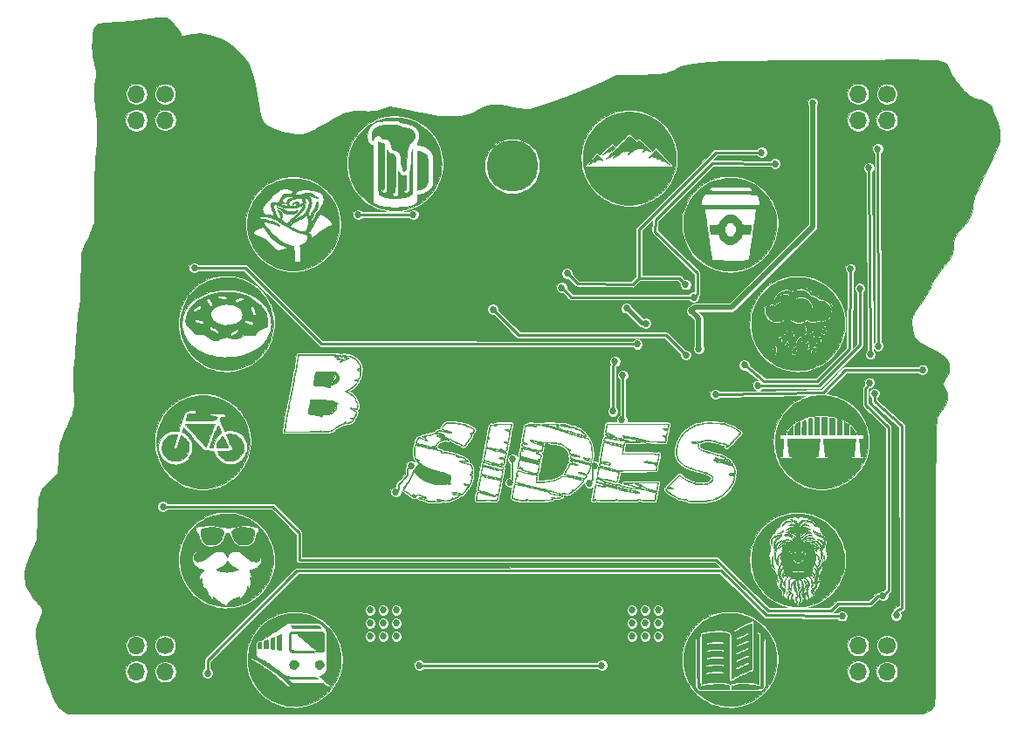
<source format=gbr>
G04 #@! TF.GenerationSoftware,KiCad,Pcbnew,(5.0.0)*
G04 #@! TF.CreationDate,2018-09-19T11:52:00-07:00*
G04 #@! TF.ProjectId,BSidesPDX_2018,4253696465735044585F323031382E6B,rev?*
G04 #@! TF.SameCoordinates,Original*
G04 #@! TF.FileFunction,Copper,L1,Top,Signal*
G04 #@! TF.FilePolarity,Positive*
%FSLAX46Y46*%
G04 Gerber Fmt 4.6, Leading zero omitted, Abs format (unit mm)*
G04 Created by KiCad (PCBNEW (5.0.0)) date 09/19/18 11:52:00*
%MOMM*%
%LPD*%
G01*
G04 APERTURE LIST*
G04 #@! TA.AperFunction,EtchedComponent*
%ADD10C,0.150000*%
G04 #@! TD*
G04 #@! TA.AperFunction,EtchedComponent*
%ADD11C,0.010000*%
G04 #@! TD*
G04 #@! TA.AperFunction,ComponentPad*
%ADD12O,1.700000X1.700000*%
G04 #@! TD*
G04 #@! TA.AperFunction,ComponentPad*
%ADD13C,1.700000*%
G04 #@! TD*
G04 #@! TA.AperFunction,ComponentPad*
%ADD14C,5.000000*%
G04 #@! TD*
G04 #@! TA.AperFunction,ViaPad*
%ADD15C,0.685800*%
G04 #@! TD*
G04 #@! TA.AperFunction,Conductor*
%ADD16C,0.304800*%
G04 #@! TD*
G04 #@! TA.AperFunction,Conductor*
%ADD17C,0.457200*%
G04 #@! TD*
G04 #@! TA.AperFunction,Conductor*
%ADD18C,0.508000*%
G04 #@! TD*
G04 #@! TA.AperFunction,Conductor*
%ADD19C,0.254000*%
G04 #@! TD*
G04 #@! TA.AperFunction,Conductor*
%ADD20C,0.250000*%
G04 #@! TD*
G04 #@! TA.AperFunction,Conductor*
%ADD21C,0.203200*%
G04 #@! TD*
G04 #@! TA.AperFunction,Conductor*
%ADD22C,0.025400*%
G04 #@! TD*
G04 APERTURE END LIST*
D10*
G04 #@! TO.C,ART_Cu*
G36*
X129400000Y-110245982D02*
X129550000Y-110245982D01*
X129600000Y-110245982D01*
X129700000Y-110245982D01*
X129800000Y-110245982D01*
X130050000Y-110245982D01*
X130100000Y-110250000D01*
X130200000Y-110250000D01*
X130350000Y-110250000D01*
X130450000Y-110250000D01*
X130600000Y-110250000D01*
X130750000Y-110250000D01*
X130900000Y-110300000D01*
X131050000Y-110350000D01*
X131250000Y-110500000D01*
X131200000Y-110600000D01*
X131250000Y-110550000D01*
X131100000Y-110400000D01*
X131150000Y-110400000D01*
X131250000Y-110450000D01*
X131300000Y-110450000D01*
X131250000Y-110650000D01*
X131250000Y-110800000D01*
X131200000Y-110950000D01*
X131050000Y-111150000D01*
X130850000Y-111300000D01*
X130700000Y-111400000D01*
X130500000Y-111400000D01*
X130150000Y-111450000D01*
X130783364Y-111110206D01*
X130725029Y-111137076D01*
X130600000Y-111200000D01*
X130555314Y-111178094D01*
X130250000Y-111300000D01*
X130242885Y-111206598D01*
X130200000Y-111350000D01*
X130151734Y-111212293D01*
X130150781Y-111212169D01*
X130050000Y-111450000D01*
X130038885Y-111219937D01*
X130037554Y-111219776D01*
X129950000Y-111450000D01*
X129944371Y-111227343D01*
X129942083Y-111227104D01*
X129700000Y-111150000D01*
X129870960Y-111235173D01*
X129863321Y-111234782D01*
X129834260Y-111239030D01*
X129812257Y-111246851D01*
X129789048Y-111249464D01*
X129950000Y-111350000D01*
X129729701Y-111276193D01*
X129712367Y-111291837D01*
X129695853Y-111300963D01*
X129900000Y-111450000D01*
X129645491Y-111292115D01*
X129638621Y-111289627D01*
X129800000Y-111400000D01*
X129850000Y-111500000D01*
X129800000Y-111600000D01*
X129550000Y-111500000D01*
X129450000Y-111500000D01*
X129350000Y-111500000D01*
X129250000Y-111500000D01*
X129050000Y-111450000D01*
X128750000Y-111400000D01*
X128750000Y-111050000D01*
X128800000Y-110850000D01*
X128800000Y-110800000D01*
X129058919Y-110915586D01*
X129000000Y-110800000D01*
X129084357Y-110791425D01*
X129084361Y-110790196D01*
X129084825Y-110789061D01*
X128800000Y-110700000D01*
X128900000Y-110650000D01*
X128850000Y-110600000D01*
X128850000Y-110550000D01*
X128850000Y-110500000D01*
X128900000Y-110400000D01*
X128900000Y-110245982D01*
X129200000Y-110245982D01*
X129400000Y-110245982D01*
G37*
X129400000Y-110245982D02*
X129550000Y-110245982D01*
X129600000Y-110245982D01*
X129700000Y-110245982D01*
X129800000Y-110245982D01*
X130050000Y-110245982D01*
X130100000Y-110250000D01*
X130200000Y-110250000D01*
X130350000Y-110250000D01*
X130450000Y-110250000D01*
X130600000Y-110250000D01*
X130750000Y-110250000D01*
X130900000Y-110300000D01*
X131050000Y-110350000D01*
X131250000Y-110500000D01*
X131200000Y-110600000D01*
X131250000Y-110550000D01*
X131100000Y-110400000D01*
X131150000Y-110400000D01*
X131250000Y-110450000D01*
X131300000Y-110450000D01*
X131250000Y-110650000D01*
X131250000Y-110800000D01*
X131200000Y-110950000D01*
X131050000Y-111150000D01*
X130850000Y-111300000D01*
X130700000Y-111400000D01*
X130500000Y-111400000D01*
X130150000Y-111450000D01*
X130783364Y-111110206D01*
X130725029Y-111137076D01*
X130600000Y-111200000D01*
X130555314Y-111178094D01*
X130250000Y-111300000D01*
X130242885Y-111206598D01*
X130200000Y-111350000D01*
X130151734Y-111212293D01*
X130150781Y-111212169D01*
X130050000Y-111450000D01*
X130038885Y-111219937D01*
X130037554Y-111219776D01*
X129950000Y-111450000D01*
X129944371Y-111227343D01*
X129942083Y-111227104D01*
X129700000Y-111150000D01*
X129870960Y-111235173D01*
X129863321Y-111234782D01*
X129834260Y-111239030D01*
X129812257Y-111246851D01*
X129789048Y-111249464D01*
X129950000Y-111350000D01*
X129729701Y-111276193D01*
X129712367Y-111291837D01*
X129695853Y-111300963D01*
X129900000Y-111450000D01*
X129645491Y-111292115D01*
X129638621Y-111289627D01*
X129800000Y-111400000D01*
X129850000Y-111500000D01*
X129800000Y-111600000D01*
X129550000Y-111500000D01*
X129450000Y-111500000D01*
X129350000Y-111500000D01*
X129250000Y-111500000D01*
X129050000Y-111450000D01*
X128750000Y-111400000D01*
X128750000Y-111050000D01*
X128800000Y-110850000D01*
X128800000Y-110800000D01*
X129058919Y-110915586D01*
X129000000Y-110800000D01*
X129084357Y-110791425D01*
X129084361Y-110790196D01*
X129084825Y-110789061D01*
X128800000Y-110700000D01*
X128900000Y-110650000D01*
X128850000Y-110600000D01*
X128850000Y-110550000D01*
X128850000Y-110500000D01*
X128900000Y-110400000D01*
X128900000Y-110245982D01*
X129200000Y-110245982D01*
X129400000Y-110245982D01*
D11*
G36*
X175520000Y-124850000D02*
X175590000Y-124880000D01*
X175640000Y-124910000D01*
X175660000Y-124930000D01*
X175670000Y-124960000D01*
X175650000Y-124970000D01*
X175630000Y-124980000D01*
X175600000Y-124990000D01*
X175580000Y-125000000D01*
X175554829Y-124957048D01*
X175511070Y-124911779D01*
X175507793Y-124909606D01*
X175462316Y-124899953D01*
X175422591Y-124921405D01*
X175396052Y-124962769D01*
X175390133Y-125012850D01*
X175409633Y-125057415D01*
X175410000Y-125060000D01*
X175390000Y-125070000D01*
X175376022Y-125080550D01*
X175340000Y-125050000D01*
X175320000Y-125020000D01*
X175300000Y-124970000D01*
X175290000Y-124920000D01*
X175310000Y-124890000D01*
X175360000Y-124850000D01*
X175430000Y-124830000D01*
X175500000Y-124840000D01*
X175520000Y-124850000D01*
G37*
X175520000Y-124850000D02*
X175590000Y-124880000D01*
X175640000Y-124910000D01*
X175660000Y-124930000D01*
X175670000Y-124960000D01*
X175650000Y-124970000D01*
X175630000Y-124980000D01*
X175600000Y-124990000D01*
X175580000Y-125000000D01*
X175554829Y-124957048D01*
X175511070Y-124911779D01*
X175507793Y-124909606D01*
X175462316Y-124899953D01*
X175422591Y-124921405D01*
X175396052Y-124962769D01*
X175390133Y-125012850D01*
X175409633Y-125057415D01*
X175410000Y-125060000D01*
X175390000Y-125070000D01*
X175376022Y-125080550D01*
X175340000Y-125050000D01*
X175320000Y-125020000D01*
X175300000Y-124970000D01*
X175290000Y-124920000D01*
X175310000Y-124890000D01*
X175360000Y-124850000D01*
X175430000Y-124830000D01*
X175500000Y-124840000D01*
X175520000Y-124850000D01*
G36*
X176950000Y-124850000D02*
X176990000Y-124880000D01*
X177010000Y-124910000D01*
X177020000Y-124970000D01*
X177000000Y-125020000D01*
X176980000Y-125040000D01*
X176950000Y-125060000D01*
X176920000Y-125080000D01*
X176910000Y-125080000D01*
X176900000Y-125070000D01*
X176900284Y-125052695D01*
X176916637Y-125024139D01*
X176931803Y-124977517D01*
X176919767Y-124945051D01*
X176877795Y-124908921D01*
X176825601Y-124901174D01*
X176777169Y-124918684D01*
X176746485Y-124958324D01*
X176742166Y-124984758D01*
X176737897Y-125017780D01*
X176720000Y-125000000D01*
X176710000Y-124990000D01*
X176680000Y-124970000D01*
X176660000Y-124960000D01*
X176650000Y-124950000D01*
X176660000Y-124930000D01*
X176690000Y-124900000D01*
X176720000Y-124870000D01*
X176760000Y-124850000D01*
X176810000Y-124830000D01*
X176870000Y-124830000D01*
X176930000Y-124840000D01*
X176950000Y-124850000D01*
G37*
X176950000Y-124850000D02*
X176990000Y-124880000D01*
X177010000Y-124910000D01*
X177020000Y-124970000D01*
X177000000Y-125020000D01*
X176980000Y-125040000D01*
X176950000Y-125060000D01*
X176920000Y-125080000D01*
X176910000Y-125080000D01*
X176900000Y-125070000D01*
X176900284Y-125052695D01*
X176916637Y-125024139D01*
X176931803Y-124977517D01*
X176919767Y-124945051D01*
X176877795Y-124908921D01*
X176825601Y-124901174D01*
X176777169Y-124918684D01*
X176746485Y-124958324D01*
X176742166Y-124984758D01*
X176737897Y-125017780D01*
X176720000Y-125000000D01*
X176710000Y-124990000D01*
X176680000Y-124970000D01*
X176660000Y-124960000D01*
X176650000Y-124950000D01*
X176660000Y-124930000D01*
X176690000Y-124900000D01*
X176720000Y-124870000D01*
X176760000Y-124850000D01*
X176810000Y-124830000D01*
X176870000Y-124830000D01*
X176930000Y-124840000D01*
X176950000Y-124850000D01*
G36*
X158210896Y-85533825D02*
X158269827Y-85588010D01*
X158304186Y-85627843D01*
X158313463Y-85662939D01*
X158297149Y-85702910D01*
X158254735Y-85757371D01*
X158195469Y-85824856D01*
X158095522Y-85938163D01*
X158045999Y-85891638D01*
X157996475Y-85845113D01*
X157896018Y-85961473D01*
X157844520Y-86018345D01*
X157802414Y-86059797D01*
X157778065Y-86077659D01*
X157776891Y-86077833D01*
X157762681Y-86059242D01*
X157752455Y-86013723D01*
X157751652Y-86006107D01*
X157745083Y-85934382D01*
X157469916Y-86111385D01*
X157355858Y-86184233D01*
X157272699Y-86235920D01*
X157216161Y-86268835D01*
X157181966Y-86285365D01*
X157165835Y-86287898D01*
X157163000Y-86282702D01*
X157177877Y-86267065D01*
X157219587Y-86226954D01*
X157283745Y-86166487D01*
X157365966Y-86089782D01*
X157461865Y-86000958D01*
X157517541Y-85949638D01*
X157627166Y-85848686D01*
X157733190Y-85750920D01*
X157829279Y-85662192D01*
X157909097Y-85588352D01*
X157966311Y-85535253D01*
X157979873Y-85522603D01*
X158087663Y-85421833D01*
X158210896Y-85533825D01*
X158210896Y-85533825D01*
G37*
X158210896Y-85533825D02*
X158269827Y-85588010D01*
X158304186Y-85627843D01*
X158313463Y-85662939D01*
X158297149Y-85702910D01*
X158254735Y-85757371D01*
X158195469Y-85824856D01*
X158095522Y-85938163D01*
X158045999Y-85891638D01*
X157996475Y-85845113D01*
X157896018Y-85961473D01*
X157844520Y-86018345D01*
X157802414Y-86059797D01*
X157778065Y-86077659D01*
X157776891Y-86077833D01*
X157762681Y-86059242D01*
X157752455Y-86013723D01*
X157751652Y-86006107D01*
X157745083Y-85934382D01*
X157469916Y-86111385D01*
X157355858Y-86184233D01*
X157272699Y-86235920D01*
X157216161Y-86268835D01*
X157181966Y-86285365D01*
X157165835Y-86287898D01*
X157163000Y-86282702D01*
X157177877Y-86267065D01*
X157219587Y-86226954D01*
X157283745Y-86166487D01*
X157365966Y-86089782D01*
X157461865Y-86000958D01*
X157517541Y-85949638D01*
X157627166Y-85848686D01*
X157733190Y-85750920D01*
X157829279Y-85662192D01*
X157909097Y-85588352D01*
X157966311Y-85535253D01*
X157979873Y-85522603D01*
X158087663Y-85421833D01*
X158210896Y-85533825D01*
G36*
X159809342Y-84535955D02*
X159855803Y-84574499D01*
X159922351Y-84633102D01*
X160003744Y-84707155D01*
X160089036Y-84786666D01*
X160180903Y-84872971D01*
X160263799Y-84950318D01*
X160332145Y-85013543D01*
X160380363Y-85057483D01*
X160401957Y-85076288D01*
X160427216Y-85085988D01*
X160463430Y-85077381D01*
X160520121Y-85047435D01*
X160550124Y-85029141D01*
X160613951Y-84991610D01*
X160665387Y-84965333D01*
X160691053Y-84956478D01*
X160711013Y-84970147D01*
X160757660Y-85008746D01*
X160826692Y-85068363D01*
X160913807Y-85145086D01*
X161014704Y-85235005D01*
X161125081Y-85334208D01*
X161240635Y-85438783D01*
X161357065Y-85544819D01*
X161470069Y-85648405D01*
X161575345Y-85745629D01*
X161668591Y-85832580D01*
X161745506Y-85905346D01*
X161801787Y-85960016D01*
X161833132Y-85992679D01*
X161838045Y-85999361D01*
X161836373Y-86008433D01*
X161817061Y-86007750D01*
X161774863Y-85995796D01*
X161704532Y-85971052D01*
X161600822Y-85932000D01*
X161587316Y-85926829D01*
X161509485Y-85898237D01*
X161445238Y-85876898D01*
X161406102Y-85866583D01*
X161401827Y-85866166D01*
X161373252Y-85877637D01*
X161319775Y-85908330D01*
X161250802Y-85952667D01*
X161216612Y-85976004D01*
X161146203Y-86023166D01*
X161089520Y-86057785D01*
X161054820Y-86074979D01*
X161048303Y-86075525D01*
X161053153Y-86053686D01*
X161075766Y-86006296D01*
X161111259Y-85943573D01*
X161111619Y-85942974D01*
X161147394Y-85879178D01*
X161170327Y-85829551D01*
X161175455Y-85804887D01*
X161152313Y-85790092D01*
X161099939Y-85765304D01*
X161028744Y-85735379D01*
X161013339Y-85729274D01*
X160935500Y-85699538D01*
X160883416Y-85684160D01*
X160843527Y-85681791D01*
X160802275Y-85691085D01*
X160763551Y-85704445D01*
X160692466Y-85728629D01*
X160653528Y-85736637D01*
X160639548Y-85727938D01*
X160643338Y-85702000D01*
X160645276Y-85695698D01*
X160637852Y-85679210D01*
X160599290Y-85686193D01*
X160532545Y-85715025D01*
X160440571Y-85764083D01*
X160326323Y-85831744D01*
X160192757Y-85916383D01*
X160042826Y-86016379D01*
X159968848Y-86067314D01*
X159859582Y-86142746D01*
X159760523Y-86210159D01*
X159677498Y-86265664D01*
X159616337Y-86305374D01*
X159582868Y-86325400D01*
X159580081Y-86326673D01*
X159571973Y-86320304D01*
X159589162Y-86284831D01*
X159632204Y-86219392D01*
X159701653Y-86123123D01*
X159767361Y-86035500D01*
X159813365Y-85972604D01*
X159855549Y-85911478D01*
X159862409Y-85900981D01*
X159901286Y-85840546D01*
X159749226Y-85917122D01*
X159667395Y-85955791D01*
X159618798Y-85971417D01*
X159600823Y-85963478D01*
X159610858Y-85931454D01*
X159633431Y-85893997D01*
X159645894Y-85871787D01*
X159642586Y-85863294D01*
X159618523Y-85870159D01*
X159568722Y-85894021D01*
X159488198Y-85936519D01*
X159462992Y-85950081D01*
X159379162Y-85993838D01*
X159309587Y-86027454D01*
X159262205Y-86047269D01*
X159245250Y-86050472D01*
X159246663Y-86026415D01*
X159264371Y-85981421D01*
X159269083Y-85972000D01*
X159290277Y-85926370D01*
X159297726Y-85900521D01*
X159297102Y-85899020D01*
X159278635Y-85909154D01*
X159229414Y-85940474D01*
X159153598Y-85990220D01*
X159055340Y-86055630D01*
X158938799Y-86133945D01*
X158808129Y-86222404D01*
X158720543Y-86282017D01*
X158583053Y-86375336D01*
X158456956Y-86460060D01*
X158346426Y-86533452D01*
X158255632Y-86592779D01*
X158188746Y-86635304D01*
X158149941Y-86658291D01*
X158141790Y-86661513D01*
X158150404Y-86642283D01*
X158180404Y-86596151D01*
X158227272Y-86529697D01*
X158286486Y-86449500D01*
X158296911Y-86435692D01*
X158461078Y-86218916D01*
X158001250Y-86455291D01*
X157847590Y-86533965D01*
X157727604Y-86594566D01*
X157637549Y-86638821D01*
X157573682Y-86668456D01*
X157532259Y-86685198D01*
X157509537Y-86690773D01*
X157501773Y-86686908D01*
X157501666Y-86685712D01*
X157516608Y-86669350D01*
X157559483Y-86626779D01*
X157627364Y-86560769D01*
X157717323Y-86474090D01*
X157826433Y-86369511D01*
X157951768Y-86249802D01*
X158090399Y-86117733D01*
X158239400Y-85976075D01*
X158395844Y-85827596D01*
X158556803Y-85675066D01*
X158719350Y-85521256D01*
X158880559Y-85368936D01*
X159037501Y-85220874D01*
X159187250Y-85079841D01*
X159326879Y-84948607D01*
X159453460Y-84829941D01*
X159564066Y-84726613D01*
X159655770Y-84641394D01*
X159725645Y-84577053D01*
X159770763Y-84536359D01*
X159788198Y-84522083D01*
X159788211Y-84522083D01*
X159809342Y-84535955D01*
X159809342Y-84535955D01*
G37*
X159809342Y-84535955D02*
X159855803Y-84574499D01*
X159922351Y-84633102D01*
X160003744Y-84707155D01*
X160089036Y-84786666D01*
X160180903Y-84872971D01*
X160263799Y-84950318D01*
X160332145Y-85013543D01*
X160380363Y-85057483D01*
X160401957Y-85076288D01*
X160427216Y-85085988D01*
X160463430Y-85077381D01*
X160520121Y-85047435D01*
X160550124Y-85029141D01*
X160613951Y-84991610D01*
X160665387Y-84965333D01*
X160691053Y-84956478D01*
X160711013Y-84970147D01*
X160757660Y-85008746D01*
X160826692Y-85068363D01*
X160913807Y-85145086D01*
X161014704Y-85235005D01*
X161125081Y-85334208D01*
X161240635Y-85438783D01*
X161357065Y-85544819D01*
X161470069Y-85648405D01*
X161575345Y-85745629D01*
X161668591Y-85832580D01*
X161745506Y-85905346D01*
X161801787Y-85960016D01*
X161833132Y-85992679D01*
X161838045Y-85999361D01*
X161836373Y-86008433D01*
X161817061Y-86007750D01*
X161774863Y-85995796D01*
X161704532Y-85971052D01*
X161600822Y-85932000D01*
X161587316Y-85926829D01*
X161509485Y-85898237D01*
X161445238Y-85876898D01*
X161406102Y-85866583D01*
X161401827Y-85866166D01*
X161373252Y-85877637D01*
X161319775Y-85908330D01*
X161250802Y-85952667D01*
X161216612Y-85976004D01*
X161146203Y-86023166D01*
X161089520Y-86057785D01*
X161054820Y-86074979D01*
X161048303Y-86075525D01*
X161053153Y-86053686D01*
X161075766Y-86006296D01*
X161111259Y-85943573D01*
X161111619Y-85942974D01*
X161147394Y-85879178D01*
X161170327Y-85829551D01*
X161175455Y-85804887D01*
X161152313Y-85790092D01*
X161099939Y-85765304D01*
X161028744Y-85735379D01*
X161013339Y-85729274D01*
X160935500Y-85699538D01*
X160883416Y-85684160D01*
X160843527Y-85681791D01*
X160802275Y-85691085D01*
X160763551Y-85704445D01*
X160692466Y-85728629D01*
X160653528Y-85736637D01*
X160639548Y-85727938D01*
X160643338Y-85702000D01*
X160645276Y-85695698D01*
X160637852Y-85679210D01*
X160599290Y-85686193D01*
X160532545Y-85715025D01*
X160440571Y-85764083D01*
X160326323Y-85831744D01*
X160192757Y-85916383D01*
X160042826Y-86016379D01*
X159968848Y-86067314D01*
X159859582Y-86142746D01*
X159760523Y-86210159D01*
X159677498Y-86265664D01*
X159616337Y-86305374D01*
X159582868Y-86325400D01*
X159580081Y-86326673D01*
X159571973Y-86320304D01*
X159589162Y-86284831D01*
X159632204Y-86219392D01*
X159701653Y-86123123D01*
X159767361Y-86035500D01*
X159813365Y-85972604D01*
X159855549Y-85911478D01*
X159862409Y-85900981D01*
X159901286Y-85840546D01*
X159749226Y-85917122D01*
X159667395Y-85955791D01*
X159618798Y-85971417D01*
X159600823Y-85963478D01*
X159610858Y-85931454D01*
X159633431Y-85893997D01*
X159645894Y-85871787D01*
X159642586Y-85863294D01*
X159618523Y-85870159D01*
X159568722Y-85894021D01*
X159488198Y-85936519D01*
X159462992Y-85950081D01*
X159379162Y-85993838D01*
X159309587Y-86027454D01*
X159262205Y-86047269D01*
X159245250Y-86050472D01*
X159246663Y-86026415D01*
X159264371Y-85981421D01*
X159269083Y-85972000D01*
X159290277Y-85926370D01*
X159297726Y-85900521D01*
X159297102Y-85899020D01*
X159278635Y-85909154D01*
X159229414Y-85940474D01*
X159153598Y-85990220D01*
X159055340Y-86055630D01*
X158938799Y-86133945D01*
X158808129Y-86222404D01*
X158720543Y-86282017D01*
X158583053Y-86375336D01*
X158456956Y-86460060D01*
X158346426Y-86533452D01*
X158255632Y-86592779D01*
X158188746Y-86635304D01*
X158149941Y-86658291D01*
X158141790Y-86661513D01*
X158150404Y-86642283D01*
X158180404Y-86596151D01*
X158227272Y-86529697D01*
X158286486Y-86449500D01*
X158296911Y-86435692D01*
X158461078Y-86218916D01*
X158001250Y-86455291D01*
X157847590Y-86533965D01*
X157727604Y-86594566D01*
X157637549Y-86638821D01*
X157573682Y-86668456D01*
X157532259Y-86685198D01*
X157509537Y-86690773D01*
X157501773Y-86686908D01*
X157501666Y-86685712D01*
X157516608Y-86669350D01*
X157559483Y-86626779D01*
X157627364Y-86560769D01*
X157717323Y-86474090D01*
X157826433Y-86369511D01*
X157951768Y-86249802D01*
X158090399Y-86117733D01*
X158239400Y-85976075D01*
X158395844Y-85827596D01*
X158556803Y-85675066D01*
X158719350Y-85521256D01*
X158880559Y-85368936D01*
X159037501Y-85220874D01*
X159187250Y-85079841D01*
X159326879Y-84948607D01*
X159453460Y-84829941D01*
X159564066Y-84726613D01*
X159655770Y-84641394D01*
X159725645Y-84577053D01*
X159770763Y-84536359D01*
X159788198Y-84522083D01*
X159788211Y-84522083D01*
X159809342Y-84535955D01*
G36*
X156918499Y-86596655D02*
X157004526Y-86678693D01*
X157077067Y-86750308D01*
X157131551Y-86806781D01*
X157163405Y-86843394D01*
X157169184Y-86855410D01*
X157141660Y-86851918D01*
X157085369Y-86837134D01*
X157011397Y-86814044D01*
X156994736Y-86808447D01*
X156838657Y-86755361D01*
X156772175Y-86806069D01*
X156720791Y-86838384D01*
X156683297Y-86842048D01*
X156667454Y-86835378D01*
X156642851Y-86829401D01*
X156612265Y-86841557D01*
X156568173Y-86876487D01*
X156508464Y-86933468D01*
X156448243Y-86992198D01*
X156409891Y-87024916D01*
X156385388Y-87035593D01*
X156366718Y-87028198D01*
X156350395Y-87011721D01*
X156333133Y-86994921D01*
X156314312Y-86987879D01*
X156286627Y-86992930D01*
X156242773Y-87012404D01*
X156175444Y-87048636D01*
X156097746Y-87092401D01*
X155984099Y-87156613D01*
X155902114Y-87202413D01*
X155846684Y-87232368D01*
X155812702Y-87249046D01*
X155795061Y-87255013D01*
X155788653Y-87252837D01*
X155788105Y-87248036D01*
X155802533Y-87229175D01*
X155842864Y-87183971D01*
X155905416Y-87116355D01*
X155986505Y-87030262D01*
X156082448Y-86929623D01*
X156189560Y-86818372D01*
X156219245Y-86787719D01*
X156649445Y-86344022D01*
X156918499Y-86596655D01*
X156918499Y-86596655D01*
G37*
X156918499Y-86596655D02*
X157004526Y-86678693D01*
X157077067Y-86750308D01*
X157131551Y-86806781D01*
X157163405Y-86843394D01*
X157169184Y-86855410D01*
X157141660Y-86851918D01*
X157085369Y-86837134D01*
X157011397Y-86814044D01*
X156994736Y-86808447D01*
X156838657Y-86755361D01*
X156772175Y-86806069D01*
X156720791Y-86838384D01*
X156683297Y-86842048D01*
X156667454Y-86835378D01*
X156642851Y-86829401D01*
X156612265Y-86841557D01*
X156568173Y-86876487D01*
X156508464Y-86933468D01*
X156448243Y-86992198D01*
X156409891Y-87024916D01*
X156385388Y-87035593D01*
X156366718Y-87028198D01*
X156350395Y-87011721D01*
X156333133Y-86994921D01*
X156314312Y-86987879D01*
X156286627Y-86992930D01*
X156242773Y-87012404D01*
X156175444Y-87048636D01*
X156097746Y-87092401D01*
X155984099Y-87156613D01*
X155902114Y-87202413D01*
X155846684Y-87232368D01*
X155812702Y-87249046D01*
X155795061Y-87255013D01*
X155788653Y-87252837D01*
X155788105Y-87248036D01*
X155802533Y-87229175D01*
X155842864Y-87183971D01*
X155905416Y-87116355D01*
X155986505Y-87030262D01*
X156082448Y-86929623D01*
X156189560Y-86818372D01*
X156219245Y-86787719D01*
X156649445Y-86344022D01*
X156918499Y-86596655D01*
G36*
X162357065Y-85923232D02*
X162402217Y-85965077D01*
X162470155Y-86030801D01*
X162557563Y-86117123D01*
X162661125Y-86220764D01*
X162777524Y-86338442D01*
X162903444Y-86466876D01*
X162931777Y-86495923D01*
X163105017Y-86673847D01*
X163250648Y-86823808D01*
X163370749Y-86948023D01*
X163467395Y-87048709D01*
X163542665Y-87128083D01*
X163598634Y-87188362D01*
X163637381Y-87231764D01*
X163660982Y-87260506D01*
X163671515Y-87276805D01*
X163671057Y-87282878D01*
X163669154Y-87283042D01*
X163646405Y-87271235D01*
X163594821Y-87239283D01*
X163520419Y-87191076D01*
X163429214Y-87130502D01*
X163343666Y-87072666D01*
X163243178Y-87004727D01*
X163154659Y-86945861D01*
X163084064Y-86899949D01*
X163037346Y-86870871D01*
X163020875Y-86862290D01*
X163008957Y-86879374D01*
X163005000Y-86913916D01*
X163000430Y-86953729D01*
X162991679Y-86966833D01*
X162970227Y-86955060D01*
X162922246Y-86923140D01*
X162855195Y-86876166D01*
X162788479Y-86827991D01*
X162705262Y-86767664D01*
X162646844Y-86728461D01*
X162603891Y-86706470D01*
X162567064Y-86697780D01*
X162527028Y-86698480D01*
X162489591Y-86702774D01*
X162380583Y-86716399D01*
X162387917Y-86608782D01*
X162388905Y-86548004D01*
X162383474Y-86509102D01*
X162377334Y-86501417D01*
X162348416Y-86506685D01*
X162292601Y-86520010D01*
X162243000Y-86532916D01*
X162159572Y-86554416D01*
X162109621Y-86562120D01*
X162085805Y-86553460D01*
X162080785Y-86525867D01*
X162086971Y-86478332D01*
X162100777Y-86391998D01*
X161865324Y-86510082D01*
X161774220Y-86555162D01*
X161696836Y-86592305D01*
X161640979Y-86617845D01*
X161614459Y-86628114D01*
X161613877Y-86628166D01*
X161623640Y-86613940D01*
X161659590Y-86573968D01*
X161717852Y-86512311D01*
X161794551Y-86433030D01*
X161885814Y-86340184D01*
X161957250Y-86268333D01*
X162058530Y-86167779D01*
X162150541Y-86078060D01*
X162228910Y-86003308D01*
X162289265Y-85947652D01*
X162327235Y-85915224D01*
X162338016Y-85908548D01*
X162357065Y-85923232D01*
X162357065Y-85923232D01*
G37*
X162357065Y-85923232D02*
X162402217Y-85965077D01*
X162470155Y-86030801D01*
X162557563Y-86117123D01*
X162661125Y-86220764D01*
X162777524Y-86338442D01*
X162903444Y-86466876D01*
X162931777Y-86495923D01*
X163105017Y-86673847D01*
X163250648Y-86823808D01*
X163370749Y-86948023D01*
X163467395Y-87048709D01*
X163542665Y-87128083D01*
X163598634Y-87188362D01*
X163637381Y-87231764D01*
X163660982Y-87260506D01*
X163671515Y-87276805D01*
X163671057Y-87282878D01*
X163669154Y-87283042D01*
X163646405Y-87271235D01*
X163594821Y-87239283D01*
X163520419Y-87191076D01*
X163429214Y-87130502D01*
X163343666Y-87072666D01*
X163243178Y-87004727D01*
X163154659Y-86945861D01*
X163084064Y-86899949D01*
X163037346Y-86870871D01*
X163020875Y-86862290D01*
X163008957Y-86879374D01*
X163005000Y-86913916D01*
X163000430Y-86953729D01*
X162991679Y-86966833D01*
X162970227Y-86955060D01*
X162922246Y-86923140D01*
X162855195Y-86876166D01*
X162788479Y-86827991D01*
X162705262Y-86767664D01*
X162646844Y-86728461D01*
X162603891Y-86706470D01*
X162567064Y-86697780D01*
X162527028Y-86698480D01*
X162489591Y-86702774D01*
X162380583Y-86716399D01*
X162387917Y-86608782D01*
X162388905Y-86548004D01*
X162383474Y-86509102D01*
X162377334Y-86501417D01*
X162348416Y-86506685D01*
X162292601Y-86520010D01*
X162243000Y-86532916D01*
X162159572Y-86554416D01*
X162109621Y-86562120D01*
X162085805Y-86553460D01*
X162080785Y-86525867D01*
X162086971Y-86478332D01*
X162100777Y-86391998D01*
X161865324Y-86510082D01*
X161774220Y-86555162D01*
X161696836Y-86592305D01*
X161640979Y-86617845D01*
X161614459Y-86628114D01*
X161613877Y-86628166D01*
X161623640Y-86613940D01*
X161659590Y-86573968D01*
X161717852Y-86512311D01*
X161794551Y-86433030D01*
X161885814Y-86340184D01*
X161957250Y-86268333D01*
X162058530Y-86167779D01*
X162150541Y-86078060D01*
X162228910Y-86003308D01*
X162289265Y-85947652D01*
X162327235Y-85915224D01*
X162338016Y-85908548D01*
X162357065Y-85923232D01*
G36*
X136859840Y-83411571D02*
X136950493Y-83414656D01*
X137019802Y-83421394D01*
X137078257Y-83433092D01*
X137136347Y-83451057D01*
X137175412Y-83465396D01*
X137403695Y-83547802D01*
X137610363Y-83612806D01*
X137810124Y-83664750D01*
X137958516Y-83696616D01*
X138076127Y-83721174D01*
X138193201Y-83747832D01*
X138295793Y-83773288D01*
X138367000Y-83793308D01*
X138529025Y-83861662D01*
X138670011Y-83955976D01*
X138786300Y-84071076D01*
X138874234Y-84201791D01*
X138930155Y-84342945D01*
X138950407Y-84489367D01*
X138939312Y-84602833D01*
X138891870Y-84760721D01*
X138820780Y-84902708D01*
X138731833Y-85018107D01*
X138696360Y-85051250D01*
X138572772Y-85158882D01*
X138479195Y-85248852D01*
X138410475Y-85327064D01*
X138361456Y-85399425D01*
X138326986Y-85471841D01*
X138325167Y-85476584D01*
X138283566Y-85600716D01*
X138247968Y-85739407D01*
X138217856Y-85896798D01*
X138192716Y-86077031D01*
X138172030Y-86284250D01*
X138155283Y-86522595D01*
X138141958Y-86796210D01*
X138134522Y-87006684D01*
X138127519Y-87208844D01*
X138119749Y-87373506D01*
X138110443Y-87505504D01*
X138098826Y-87609673D01*
X138084127Y-87690848D01*
X138065573Y-87753864D01*
X138042393Y-87803555D01*
X138013815Y-87844756D01*
X137997738Y-87863170D01*
X137936493Y-87911388D01*
X137881199Y-87917703D01*
X137832154Y-87882165D01*
X137800259Y-87829375D01*
X137728999Y-87644154D01*
X137670535Y-87419801D01*
X137625123Y-87157614D01*
X137593020Y-86858895D01*
X137584271Y-86734556D01*
X137572157Y-86570573D01*
X137556892Y-86441475D01*
X137536445Y-86339825D01*
X137508787Y-86258189D01*
X137471885Y-86189131D01*
X137423710Y-86125217D01*
X137415141Y-86115335D01*
X137332661Y-86037028D01*
X137230143Y-85969687D01*
X137099968Y-85909067D01*
X136948833Y-85855454D01*
X136836309Y-85815265D01*
X136758612Y-85774561D01*
X136708721Y-85726453D01*
X136679612Y-85664054D01*
X136664263Y-85580474D01*
X136663752Y-85575815D01*
X136640595Y-85394465D01*
X136612868Y-85249078D01*
X136578349Y-85133346D01*
X136534814Y-85040964D01*
X136480041Y-84965625D01*
X136431907Y-84917961D01*
X136334778Y-84855552D01*
X136211598Y-84810779D01*
X136076610Y-84788292D01*
X136029533Y-84786548D01*
X135904366Y-84778316D01*
X135815305Y-84753150D01*
X135759161Y-84709876D01*
X135742159Y-84680413D01*
X135686924Y-84596397D01*
X135602030Y-84524621D01*
X135499917Y-84472884D01*
X135393025Y-84448987D01*
X135371916Y-84448236D01*
X135269297Y-84464978D01*
X135164340Y-84509929D01*
X135092861Y-84560087D01*
X135043511Y-84615446D01*
X134991912Y-84692247D01*
X134945220Y-84777320D01*
X134910593Y-84857495D01*
X134895186Y-84919603D01*
X134894979Y-84924250D01*
X134892389Y-84951585D01*
X134880091Y-84948049D01*
X134854558Y-84918995D01*
X134819359Y-84852133D01*
X134793713Y-84753528D01*
X134777905Y-84632742D01*
X134772219Y-84499338D01*
X134776942Y-84362880D01*
X134792358Y-84232931D01*
X134818755Y-84119053D01*
X134829724Y-84087153D01*
X134867539Y-84002891D01*
X134914232Y-83918903D01*
X134938987Y-83881817D01*
X135012703Y-83802700D01*
X135114689Y-83721736D01*
X135232243Y-83647726D01*
X135352663Y-83589468D01*
X135371613Y-83582097D01*
X135526916Y-83534428D01*
X135717568Y-83493312D01*
X135936974Y-83459577D01*
X136178540Y-83434050D01*
X136435669Y-83417558D01*
X136701769Y-83410927D01*
X136737356Y-83410833D01*
X136859840Y-83411571D01*
X136859840Y-83411571D01*
G37*
X136859840Y-83411571D02*
X136950493Y-83414656D01*
X137019802Y-83421394D01*
X137078257Y-83433092D01*
X137136347Y-83451057D01*
X137175412Y-83465396D01*
X137403695Y-83547802D01*
X137610363Y-83612806D01*
X137810124Y-83664750D01*
X137958516Y-83696616D01*
X138076127Y-83721174D01*
X138193201Y-83747832D01*
X138295793Y-83773288D01*
X138367000Y-83793308D01*
X138529025Y-83861662D01*
X138670011Y-83955976D01*
X138786300Y-84071076D01*
X138874234Y-84201791D01*
X138930155Y-84342945D01*
X138950407Y-84489367D01*
X138939312Y-84602833D01*
X138891870Y-84760721D01*
X138820780Y-84902708D01*
X138731833Y-85018107D01*
X138696360Y-85051250D01*
X138572772Y-85158882D01*
X138479195Y-85248852D01*
X138410475Y-85327064D01*
X138361456Y-85399425D01*
X138326986Y-85471841D01*
X138325167Y-85476584D01*
X138283566Y-85600716D01*
X138247968Y-85739407D01*
X138217856Y-85896798D01*
X138192716Y-86077031D01*
X138172030Y-86284250D01*
X138155283Y-86522595D01*
X138141958Y-86796210D01*
X138134522Y-87006684D01*
X138127519Y-87208844D01*
X138119749Y-87373506D01*
X138110443Y-87505504D01*
X138098826Y-87609673D01*
X138084127Y-87690848D01*
X138065573Y-87753864D01*
X138042393Y-87803555D01*
X138013815Y-87844756D01*
X137997738Y-87863170D01*
X137936493Y-87911388D01*
X137881199Y-87917703D01*
X137832154Y-87882165D01*
X137800259Y-87829375D01*
X137728999Y-87644154D01*
X137670535Y-87419801D01*
X137625123Y-87157614D01*
X137593020Y-86858895D01*
X137584271Y-86734556D01*
X137572157Y-86570573D01*
X137556892Y-86441475D01*
X137536445Y-86339825D01*
X137508787Y-86258189D01*
X137471885Y-86189131D01*
X137423710Y-86125217D01*
X137415141Y-86115335D01*
X137332661Y-86037028D01*
X137230143Y-85969687D01*
X137099968Y-85909067D01*
X136948833Y-85855454D01*
X136836309Y-85815265D01*
X136758612Y-85774561D01*
X136708721Y-85726453D01*
X136679612Y-85664054D01*
X136664263Y-85580474D01*
X136663752Y-85575815D01*
X136640595Y-85394465D01*
X136612868Y-85249078D01*
X136578349Y-85133346D01*
X136534814Y-85040964D01*
X136480041Y-84965625D01*
X136431907Y-84917961D01*
X136334778Y-84855552D01*
X136211598Y-84810779D01*
X136076610Y-84788292D01*
X136029533Y-84786548D01*
X135904366Y-84778316D01*
X135815305Y-84753150D01*
X135759161Y-84709876D01*
X135742159Y-84680413D01*
X135686924Y-84596397D01*
X135602030Y-84524621D01*
X135499917Y-84472884D01*
X135393025Y-84448987D01*
X135371916Y-84448236D01*
X135269297Y-84464978D01*
X135164340Y-84509929D01*
X135092861Y-84560087D01*
X135043511Y-84615446D01*
X134991912Y-84692247D01*
X134945220Y-84777320D01*
X134910593Y-84857495D01*
X134895186Y-84919603D01*
X134894979Y-84924250D01*
X134892389Y-84951585D01*
X134880091Y-84948049D01*
X134854558Y-84918995D01*
X134819359Y-84852133D01*
X134793713Y-84753528D01*
X134777905Y-84632742D01*
X134772219Y-84499338D01*
X134776942Y-84362880D01*
X134792358Y-84232931D01*
X134818755Y-84119053D01*
X134829724Y-84087153D01*
X134867539Y-84002891D01*
X134914232Y-83918903D01*
X134938987Y-83881817D01*
X135012703Y-83802700D01*
X135114689Y-83721736D01*
X135232243Y-83647726D01*
X135352663Y-83589468D01*
X135371613Y-83582097D01*
X135526916Y-83534428D01*
X135717568Y-83493312D01*
X135936974Y-83459577D01*
X136178540Y-83434050D01*
X136435669Y-83417558D01*
X136701769Y-83410927D01*
X136737356Y-83410833D01*
X136859840Y-83411571D01*
G36*
X139354724Y-86001772D02*
X139563489Y-86040361D01*
X139746487Y-86109929D01*
X139901831Y-86209106D01*
X140027637Y-86336526D01*
X140122019Y-86490819D01*
X140159586Y-86585833D01*
X140168122Y-86614545D01*
X140175297Y-86646954D01*
X140181229Y-86686791D01*
X140186035Y-86737786D01*
X140189830Y-86803672D01*
X140192731Y-86888177D01*
X140194855Y-86995032D01*
X140196318Y-87127969D01*
X140197236Y-87290718D01*
X140197727Y-87487010D01*
X140197906Y-87720575D01*
X140197916Y-87813500D01*
X140197916Y-88924750D01*
X140147932Y-89069527D01*
X140064055Y-89249978D01*
X139946921Y-89406629D01*
X139800002Y-89536732D01*
X139626768Y-89637540D01*
X139430692Y-89706304D01*
X139314208Y-89729495D01*
X139213666Y-89744473D01*
X139213666Y-85987320D01*
X139354724Y-86001772D01*
X139354724Y-86001772D01*
G37*
X139354724Y-86001772D02*
X139563489Y-86040361D01*
X139746487Y-86109929D01*
X139901831Y-86209106D01*
X140027637Y-86336526D01*
X140122019Y-86490819D01*
X140159586Y-86585833D01*
X140168122Y-86614545D01*
X140175297Y-86646954D01*
X140181229Y-86686791D01*
X140186035Y-86737786D01*
X140189830Y-86803672D01*
X140192731Y-86888177D01*
X140194855Y-86995032D01*
X140196318Y-87127969D01*
X140197236Y-87290718D01*
X140197727Y-87487010D01*
X140197906Y-87720575D01*
X140197916Y-87813500D01*
X140197916Y-88924750D01*
X140147932Y-89069527D01*
X140064055Y-89249978D01*
X139946921Y-89406629D01*
X139800002Y-89536732D01*
X139626768Y-89637540D01*
X139430692Y-89706304D01*
X139314208Y-89729495D01*
X139213666Y-89744473D01*
X139213666Y-85987320D01*
X139354724Y-86001772D01*
G36*
X135506573Y-85083193D02*
X135597040Y-85139632D01*
X135705255Y-85183519D01*
X135811494Y-85207567D01*
X135849799Y-85210000D01*
X135870086Y-85208826D01*
X135888072Y-85206899D01*
X135903895Y-85206607D01*
X135917691Y-85210338D01*
X135929595Y-85220483D01*
X135939745Y-85239429D01*
X135948275Y-85269565D01*
X135955324Y-85313281D01*
X135961026Y-85372966D01*
X135965518Y-85451008D01*
X135968936Y-85549796D01*
X135971417Y-85671719D01*
X135973096Y-85819166D01*
X135974111Y-85994526D01*
X135974597Y-86200188D01*
X135974691Y-86438540D01*
X135974528Y-86711973D01*
X135974245Y-87022874D01*
X135973979Y-87373632D01*
X135973971Y-87387139D01*
X135973632Y-87762143D01*
X135973038Y-88096612D01*
X135972170Y-88392346D01*
X135971004Y-88651143D01*
X135969521Y-88874802D01*
X135967698Y-89065121D01*
X135965514Y-89223899D01*
X135962948Y-89352934D01*
X135959978Y-89454026D01*
X135956583Y-89528972D01*
X135952741Y-89579572D01*
X135948432Y-89607623D01*
X135947513Y-89610684D01*
X135906305Y-89687749D01*
X135851894Y-89735090D01*
X135792213Y-89750569D01*
X135735199Y-89732048D01*
X135690178Y-89680004D01*
X135659361Y-89623250D01*
X135658514Y-89703304D01*
X135674382Y-89816775D01*
X135720701Y-89913135D01*
X135791733Y-89985749D01*
X135881743Y-90027980D01*
X135946091Y-90036000D01*
X136059989Y-90019676D01*
X136148981Y-89969819D01*
X136205956Y-89901723D01*
X136213435Y-89889130D01*
X136220023Y-89875313D01*
X136225776Y-89857654D01*
X136230751Y-89833535D01*
X136235004Y-89800338D01*
X136238592Y-89755447D01*
X136241571Y-89696242D01*
X136243998Y-89620106D01*
X136245929Y-89524421D01*
X136247422Y-89406570D01*
X136248532Y-89263935D01*
X136249317Y-89093897D01*
X136249832Y-88893839D01*
X136250135Y-88661144D01*
X136250282Y-88393193D01*
X136250329Y-88087368D01*
X136250333Y-87848043D01*
X136250558Y-87466938D01*
X136251233Y-87125780D01*
X136252354Y-86824841D01*
X136253919Y-86564392D01*
X136255924Y-86344704D01*
X136258366Y-86166050D01*
X136261244Y-86028701D01*
X136264553Y-85932927D01*
X136268291Y-85879002D01*
X136271500Y-85866166D01*
X136290808Y-85883067D01*
X136292666Y-85894740D01*
X136306990Y-85935957D01*
X136343743Y-85993394D01*
X136393599Y-86055281D01*
X136447231Y-86109844D01*
X136487836Y-86141079D01*
X136535200Y-86164549D01*
X136611413Y-86196465D01*
X136705051Y-86232229D01*
X136783713Y-86260139D01*
X136877001Y-86293614D01*
X136955964Y-86324828D01*
X137011586Y-86350033D01*
X137034041Y-86364236D01*
X137038328Y-86390888D01*
X137041991Y-86459560D01*
X137045028Y-86569939D01*
X137047436Y-86721716D01*
X137049211Y-86914580D01*
X137050352Y-87148221D01*
X137050856Y-87422329D01*
X137050720Y-87736594D01*
X137049941Y-88090704D01*
X137049733Y-88158514D01*
X137048714Y-88472961D01*
X137047749Y-88747841D01*
X137046762Y-88985916D01*
X137045677Y-89189953D01*
X137044419Y-89362716D01*
X137042911Y-89506970D01*
X137041079Y-89625480D01*
X137038845Y-89721011D01*
X137036135Y-89796327D01*
X137032873Y-89854193D01*
X137028984Y-89897375D01*
X137024390Y-89928636D01*
X137019017Y-89950742D01*
X137012789Y-89966458D01*
X137005631Y-89978548D01*
X136999657Y-89986830D01*
X136937855Y-90039379D01*
X136889014Y-90053180D01*
X136840038Y-90051110D01*
X136804400Y-90026220D01*
X136778095Y-89989680D01*
X136733391Y-89919583D01*
X136747262Y-90035767D01*
X136763053Y-90115782D01*
X136787743Y-90189544D01*
X136802400Y-90218721D01*
X136870742Y-90293366D01*
X136957656Y-90336707D01*
X137053615Y-90349103D01*
X137149092Y-90330914D01*
X137234561Y-90282498D01*
X137300494Y-90204216D01*
X137302934Y-90199842D01*
X137311334Y-90181604D01*
X137318476Y-90157737D01*
X137324504Y-90124664D01*
X137329568Y-90078810D01*
X137333813Y-90016599D01*
X137337387Y-89934455D01*
X137340436Y-89828803D01*
X137343108Y-89696067D01*
X137345550Y-89532670D01*
X137347908Y-89335038D01*
X137350330Y-89099594D01*
X137351000Y-89030583D01*
X137361583Y-87929916D01*
X137412025Y-88025166D01*
X137504227Y-88172262D01*
X137604091Y-88278374D01*
X137713234Y-88344417D01*
X137833273Y-88371308D01*
X137965827Y-88359961D01*
X137992324Y-88353621D01*
X138059034Y-88336548D01*
X138107365Y-88324898D01*
X138124616Y-88321500D01*
X138127006Y-88341804D01*
X138129178Y-88399273D01*
X138131053Y-88488736D01*
X138132554Y-88605023D01*
X138133604Y-88742966D01*
X138134123Y-88897394D01*
X138134166Y-88957551D01*
X138133821Y-89153013D01*
X138132384Y-89310642D01*
X138129253Y-89434936D01*
X138123826Y-89530391D01*
X138115500Y-89601506D01*
X138103672Y-89652777D01*
X138087742Y-89688702D01*
X138067106Y-89713778D01*
X138041161Y-89732503D01*
X138029505Y-89739039D01*
X137979364Y-89758280D01*
X137938201Y-89749381D01*
X137889787Y-89708878D01*
X137837833Y-89656924D01*
X137837833Y-89732138D01*
X137856629Y-89843778D01*
X137909293Y-89934859D01*
X137990239Y-89999772D01*
X138093881Y-90032903D01*
X138140332Y-90036000D01*
X138220928Y-90026934D01*
X138284960Y-89994542D01*
X138302636Y-89980562D01*
X138332678Y-89955060D01*
X138357604Y-89931016D01*
X138377892Y-89904422D01*
X138394017Y-89871269D01*
X138406459Y-89827551D01*
X138415694Y-89769259D01*
X138422200Y-89692387D01*
X138426454Y-89592928D01*
X138428934Y-89466872D01*
X138430116Y-89310214D01*
X138430479Y-89118945D01*
X138430500Y-88907219D01*
X138430659Y-88684790D01*
X138431232Y-88500656D01*
X138432364Y-88350776D01*
X138434200Y-88231113D01*
X138436883Y-88137629D01*
X138440558Y-88066284D01*
X138445370Y-88013040D01*
X138451462Y-87973858D01*
X138458980Y-87944700D01*
X138465542Y-87927209D01*
X138491377Y-87862085D01*
X138512410Y-87796080D01*
X138529328Y-87723527D01*
X138542815Y-87638761D01*
X138553559Y-87536113D01*
X138562245Y-87409917D01*
X138569560Y-87254505D01*
X138576188Y-87064211D01*
X138578242Y-86996206D01*
X138583319Y-86833889D01*
X138588671Y-86681060D01*
X138594031Y-86544077D01*
X138599132Y-86429296D01*
X138603707Y-86343076D01*
X138607489Y-86291773D01*
X138608016Y-86287123D01*
X138627957Y-86130619D01*
X138643954Y-86011472D01*
X138656788Y-85924968D01*
X138667237Y-85866395D01*
X138676084Y-85831039D01*
X138684107Y-85814188D01*
X138686702Y-85811889D01*
X138689623Y-85830833D01*
X138692364Y-85889915D01*
X138694906Y-85986942D01*
X138697228Y-86119719D01*
X138699311Y-86286052D01*
X138701134Y-86483746D01*
X138702678Y-86710607D01*
X138703923Y-86964440D01*
X138704849Y-87243051D01*
X138705436Y-87544246D01*
X138705664Y-87865831D01*
X138705666Y-87902539D01*
X138705766Y-88255086D01*
X138705934Y-88567814D01*
X138705974Y-88843236D01*
X138705692Y-89083865D01*
X138704890Y-89292214D01*
X138703374Y-89470797D01*
X138700947Y-89622126D01*
X138697414Y-89748715D01*
X138692578Y-89853077D01*
X138686244Y-89937725D01*
X138678216Y-90005172D01*
X138668298Y-90057932D01*
X138656295Y-90098517D01*
X138642011Y-90129441D01*
X138625249Y-90153218D01*
X138605814Y-90172359D01*
X138583510Y-90189379D01*
X138558141Y-90206791D01*
X138529512Y-90227107D01*
X138524226Y-90231092D01*
X138399175Y-90308070D01*
X138237208Y-90375968D01*
X138036384Y-90435533D01*
X137927706Y-90460931D01*
X137857674Y-90474947D01*
X137787270Y-90486010D01*
X137709820Y-90494564D01*
X137618651Y-90501054D01*
X137507089Y-90505921D01*
X137368461Y-90509611D01*
X137196093Y-90512567D01*
X137139333Y-90513344D01*
X136922705Y-90515200D01*
X136743304Y-90514453D01*
X136596093Y-90510964D01*
X136476038Y-90504594D01*
X136378102Y-90495206D01*
X136351894Y-90491725D01*
X136098985Y-90445999D01*
X135883592Y-90386374D01*
X135706610Y-90313159D01*
X135568929Y-90226665D01*
X135554090Y-90214567D01*
X135534827Y-90199285D01*
X135517571Y-90186082D01*
X135502212Y-90172672D01*
X135488641Y-90156770D01*
X135476747Y-90136091D01*
X135466419Y-90108348D01*
X135457550Y-90071256D01*
X135450027Y-90022529D01*
X135443742Y-89959881D01*
X135438584Y-89881027D01*
X135434444Y-89783682D01*
X135431211Y-89665558D01*
X135428776Y-89524372D01*
X135427028Y-89357836D01*
X135425858Y-89163666D01*
X135425155Y-88939575D01*
X135424811Y-88683278D01*
X135424713Y-88392490D01*
X135424754Y-88064924D01*
X135424822Y-87698294D01*
X135424833Y-87527803D01*
X135424833Y-85017505D01*
X135506573Y-85083193D01*
X135506573Y-85083193D01*
G37*
X135506573Y-85083193D02*
X135597040Y-85139632D01*
X135705255Y-85183519D01*
X135811494Y-85207567D01*
X135849799Y-85210000D01*
X135870086Y-85208826D01*
X135888072Y-85206899D01*
X135903895Y-85206607D01*
X135917691Y-85210338D01*
X135929595Y-85220483D01*
X135939745Y-85239429D01*
X135948275Y-85269565D01*
X135955324Y-85313281D01*
X135961026Y-85372966D01*
X135965518Y-85451008D01*
X135968936Y-85549796D01*
X135971417Y-85671719D01*
X135973096Y-85819166D01*
X135974111Y-85994526D01*
X135974597Y-86200188D01*
X135974691Y-86438540D01*
X135974528Y-86711973D01*
X135974245Y-87022874D01*
X135973979Y-87373632D01*
X135973971Y-87387139D01*
X135973632Y-87762143D01*
X135973038Y-88096612D01*
X135972170Y-88392346D01*
X135971004Y-88651143D01*
X135969521Y-88874802D01*
X135967698Y-89065121D01*
X135965514Y-89223899D01*
X135962948Y-89352934D01*
X135959978Y-89454026D01*
X135956583Y-89528972D01*
X135952741Y-89579572D01*
X135948432Y-89607623D01*
X135947513Y-89610684D01*
X135906305Y-89687749D01*
X135851894Y-89735090D01*
X135792213Y-89750569D01*
X135735199Y-89732048D01*
X135690178Y-89680004D01*
X135659361Y-89623250D01*
X135658514Y-89703304D01*
X135674382Y-89816775D01*
X135720701Y-89913135D01*
X135791733Y-89985749D01*
X135881743Y-90027980D01*
X135946091Y-90036000D01*
X136059989Y-90019676D01*
X136148981Y-89969819D01*
X136205956Y-89901723D01*
X136213435Y-89889130D01*
X136220023Y-89875313D01*
X136225776Y-89857654D01*
X136230751Y-89833535D01*
X136235004Y-89800338D01*
X136238592Y-89755447D01*
X136241571Y-89696242D01*
X136243998Y-89620106D01*
X136245929Y-89524421D01*
X136247422Y-89406570D01*
X136248532Y-89263935D01*
X136249317Y-89093897D01*
X136249832Y-88893839D01*
X136250135Y-88661144D01*
X136250282Y-88393193D01*
X136250329Y-88087368D01*
X136250333Y-87848043D01*
X136250558Y-87466938D01*
X136251233Y-87125780D01*
X136252354Y-86824841D01*
X136253919Y-86564392D01*
X136255924Y-86344704D01*
X136258366Y-86166050D01*
X136261244Y-86028701D01*
X136264553Y-85932927D01*
X136268291Y-85879002D01*
X136271500Y-85866166D01*
X136290808Y-85883067D01*
X136292666Y-85894740D01*
X136306990Y-85935957D01*
X136343743Y-85993394D01*
X136393599Y-86055281D01*
X136447231Y-86109844D01*
X136487836Y-86141079D01*
X136535200Y-86164549D01*
X136611413Y-86196465D01*
X136705051Y-86232229D01*
X136783713Y-86260139D01*
X136877001Y-86293614D01*
X136955964Y-86324828D01*
X137011586Y-86350033D01*
X137034041Y-86364236D01*
X137038328Y-86390888D01*
X137041991Y-86459560D01*
X137045028Y-86569939D01*
X137047436Y-86721716D01*
X137049211Y-86914580D01*
X137050352Y-87148221D01*
X137050856Y-87422329D01*
X137050720Y-87736594D01*
X137049941Y-88090704D01*
X137049733Y-88158514D01*
X137048714Y-88472961D01*
X137047749Y-88747841D01*
X137046762Y-88985916D01*
X137045677Y-89189953D01*
X137044419Y-89362716D01*
X137042911Y-89506970D01*
X137041079Y-89625480D01*
X137038845Y-89721011D01*
X137036135Y-89796327D01*
X137032873Y-89854193D01*
X137028984Y-89897375D01*
X137024390Y-89928636D01*
X137019017Y-89950742D01*
X137012789Y-89966458D01*
X137005631Y-89978548D01*
X136999657Y-89986830D01*
X136937855Y-90039379D01*
X136889014Y-90053180D01*
X136840038Y-90051110D01*
X136804400Y-90026220D01*
X136778095Y-89989680D01*
X136733391Y-89919583D01*
X136747262Y-90035767D01*
X136763053Y-90115782D01*
X136787743Y-90189544D01*
X136802400Y-90218721D01*
X136870742Y-90293366D01*
X136957656Y-90336707D01*
X137053615Y-90349103D01*
X137149092Y-90330914D01*
X137234561Y-90282498D01*
X137300494Y-90204216D01*
X137302934Y-90199842D01*
X137311334Y-90181604D01*
X137318476Y-90157737D01*
X137324504Y-90124664D01*
X137329568Y-90078810D01*
X137333813Y-90016599D01*
X137337387Y-89934455D01*
X137340436Y-89828803D01*
X137343108Y-89696067D01*
X137345550Y-89532670D01*
X137347908Y-89335038D01*
X137350330Y-89099594D01*
X137351000Y-89030583D01*
X137361583Y-87929916D01*
X137412025Y-88025166D01*
X137504227Y-88172262D01*
X137604091Y-88278374D01*
X137713234Y-88344417D01*
X137833273Y-88371308D01*
X137965827Y-88359961D01*
X137992324Y-88353621D01*
X138059034Y-88336548D01*
X138107365Y-88324898D01*
X138124616Y-88321500D01*
X138127006Y-88341804D01*
X138129178Y-88399273D01*
X138131053Y-88488736D01*
X138132554Y-88605023D01*
X138133604Y-88742966D01*
X138134123Y-88897394D01*
X138134166Y-88957551D01*
X138133821Y-89153013D01*
X138132384Y-89310642D01*
X138129253Y-89434936D01*
X138123826Y-89530391D01*
X138115500Y-89601506D01*
X138103672Y-89652777D01*
X138087742Y-89688702D01*
X138067106Y-89713778D01*
X138041161Y-89732503D01*
X138029505Y-89739039D01*
X137979364Y-89758280D01*
X137938201Y-89749381D01*
X137889787Y-89708878D01*
X137837833Y-89656924D01*
X137837833Y-89732138D01*
X137856629Y-89843778D01*
X137909293Y-89934859D01*
X137990239Y-89999772D01*
X138093881Y-90032903D01*
X138140332Y-90036000D01*
X138220928Y-90026934D01*
X138284960Y-89994542D01*
X138302636Y-89980562D01*
X138332678Y-89955060D01*
X138357604Y-89931016D01*
X138377892Y-89904422D01*
X138394017Y-89871269D01*
X138406459Y-89827551D01*
X138415694Y-89769259D01*
X138422200Y-89692387D01*
X138426454Y-89592928D01*
X138428934Y-89466872D01*
X138430116Y-89310214D01*
X138430479Y-89118945D01*
X138430500Y-88907219D01*
X138430659Y-88684790D01*
X138431232Y-88500656D01*
X138432364Y-88350776D01*
X138434200Y-88231113D01*
X138436883Y-88137629D01*
X138440558Y-88066284D01*
X138445370Y-88013040D01*
X138451462Y-87973858D01*
X138458980Y-87944700D01*
X138465542Y-87927209D01*
X138491377Y-87862085D01*
X138512410Y-87796080D01*
X138529328Y-87723527D01*
X138542815Y-87638761D01*
X138553559Y-87536113D01*
X138562245Y-87409917D01*
X138569560Y-87254505D01*
X138576188Y-87064211D01*
X138578242Y-86996206D01*
X138583319Y-86833889D01*
X138588671Y-86681060D01*
X138594031Y-86544077D01*
X138599132Y-86429296D01*
X138603707Y-86343076D01*
X138607489Y-86291773D01*
X138608016Y-86287123D01*
X138627957Y-86130619D01*
X138643954Y-86011472D01*
X138656788Y-85924968D01*
X138667237Y-85866395D01*
X138676084Y-85831039D01*
X138684107Y-85814188D01*
X138686702Y-85811889D01*
X138689623Y-85830833D01*
X138692364Y-85889915D01*
X138694906Y-85986942D01*
X138697228Y-86119719D01*
X138699311Y-86286052D01*
X138701134Y-86483746D01*
X138702678Y-86710607D01*
X138703923Y-86964440D01*
X138704849Y-87243051D01*
X138705436Y-87544246D01*
X138705664Y-87865831D01*
X138705666Y-87902539D01*
X138705766Y-88255086D01*
X138705934Y-88567814D01*
X138705974Y-88843236D01*
X138705692Y-89083865D01*
X138704890Y-89292214D01*
X138703374Y-89470797D01*
X138700947Y-89622126D01*
X138697414Y-89748715D01*
X138692578Y-89853077D01*
X138686244Y-89937725D01*
X138678216Y-90005172D01*
X138668298Y-90057932D01*
X138656295Y-90098517D01*
X138642011Y-90129441D01*
X138625249Y-90153218D01*
X138605814Y-90172359D01*
X138583510Y-90189379D01*
X138558141Y-90206791D01*
X138529512Y-90227107D01*
X138524226Y-90231092D01*
X138399175Y-90308070D01*
X138237208Y-90375968D01*
X138036384Y-90435533D01*
X137927706Y-90460931D01*
X137857674Y-90474947D01*
X137787270Y-90486010D01*
X137709820Y-90494564D01*
X137618651Y-90501054D01*
X137507089Y-90505921D01*
X137368461Y-90509611D01*
X137196093Y-90512567D01*
X137139333Y-90513344D01*
X136922705Y-90515200D01*
X136743304Y-90514453D01*
X136596093Y-90510964D01*
X136476038Y-90504594D01*
X136378102Y-90495206D01*
X136351894Y-90491725D01*
X136098985Y-90445999D01*
X135883592Y-90386374D01*
X135706610Y-90313159D01*
X135568929Y-90226665D01*
X135554090Y-90214567D01*
X135534827Y-90199285D01*
X135517571Y-90186082D01*
X135502212Y-90172672D01*
X135488641Y-90156770D01*
X135476747Y-90136091D01*
X135466419Y-90108348D01*
X135457550Y-90071256D01*
X135450027Y-90022529D01*
X135443742Y-89959881D01*
X135438584Y-89881027D01*
X135434444Y-89783682D01*
X135431211Y-89665558D01*
X135428776Y-89524372D01*
X135427028Y-89357836D01*
X135425858Y-89163666D01*
X135425155Y-88939575D01*
X135424811Y-88683278D01*
X135424713Y-88392490D01*
X135424754Y-88064924D01*
X135424822Y-87698294D01*
X135424833Y-87527803D01*
X135424833Y-85017505D01*
X135506573Y-85083193D01*
G36*
X125604045Y-91352415D02*
X125675977Y-91384359D01*
X125767291Y-91432236D01*
X125835314Y-91471305D01*
X126037019Y-91579844D01*
X126247760Y-91669885D01*
X126463087Y-91742379D01*
X126543157Y-91765259D01*
X126613561Y-91781147D01*
X126685446Y-91791317D01*
X126769958Y-91797043D01*
X126878242Y-91799598D01*
X126968750Y-91800168D01*
X127128059Y-91798513D01*
X127254115Y-91792101D01*
X127355797Y-91780253D01*
X127432235Y-91764775D01*
X127505446Y-91748296D01*
X127561172Y-91738956D01*
X127588165Y-91738608D01*
X127588747Y-91739025D01*
X127586032Y-91763142D01*
X127560643Y-91805890D01*
X127520666Y-91856815D01*
X127474186Y-91905461D01*
X127435286Y-91937431D01*
X127316319Y-92000440D01*
X127168895Y-92050074D01*
X127005408Y-92084049D01*
X126838253Y-92100083D01*
X126679828Y-92095894D01*
X126619500Y-92087664D01*
X126477497Y-92047937D01*
X126326835Y-91980417D01*
X126182216Y-91892617D01*
X126079574Y-91811770D01*
X126010131Y-91750909D01*
X125920274Y-91674264D01*
X125822629Y-91592519D01*
X125746199Y-91529661D01*
X125667958Y-91464727D01*
X125603353Y-91408791D01*
X125558662Y-91367461D01*
X125540167Y-91346343D01*
X125540000Y-91345554D01*
X125556914Y-91338711D01*
X125604045Y-91352415D01*
X125604045Y-91352415D01*
G37*
X125604045Y-91352415D02*
X125675977Y-91384359D01*
X125767291Y-91432236D01*
X125835314Y-91471305D01*
X126037019Y-91579844D01*
X126247760Y-91669885D01*
X126463087Y-91742379D01*
X126543157Y-91765259D01*
X126613561Y-91781147D01*
X126685446Y-91791317D01*
X126769958Y-91797043D01*
X126878242Y-91799598D01*
X126968750Y-91800168D01*
X127128059Y-91798513D01*
X127254115Y-91792101D01*
X127355797Y-91780253D01*
X127432235Y-91764775D01*
X127505446Y-91748296D01*
X127561172Y-91738956D01*
X127588165Y-91738608D01*
X127588747Y-91739025D01*
X127586032Y-91763142D01*
X127560643Y-91805890D01*
X127520666Y-91856815D01*
X127474186Y-91905461D01*
X127435286Y-91937431D01*
X127316319Y-92000440D01*
X127168895Y-92050074D01*
X127005408Y-92084049D01*
X126838253Y-92100083D01*
X126679828Y-92095894D01*
X126619500Y-92087664D01*
X126477497Y-92047937D01*
X126326835Y-91980417D01*
X126182216Y-91892617D01*
X126079574Y-91811770D01*
X126010131Y-91750909D01*
X125920274Y-91674264D01*
X125822629Y-91592519D01*
X125746199Y-91529661D01*
X125667958Y-91464727D01*
X125603353Y-91408791D01*
X125558662Y-91367461D01*
X125540167Y-91346343D01*
X125540000Y-91345554D01*
X125556914Y-91338711D01*
X125604045Y-91352415D01*
G36*
X169754990Y-92158179D02*
X169938240Y-92214363D01*
X170007888Y-92246255D01*
X170140382Y-92331716D01*
X170271983Y-92449896D01*
X170395062Y-92591719D01*
X170501988Y-92748110D01*
X170585131Y-92909995D01*
X170602505Y-92953450D01*
X170631083Y-93023264D01*
X170657728Y-93077300D01*
X170674961Y-93101944D01*
X170702655Y-93108261D01*
X170765902Y-93114702D01*
X170857928Y-93120830D01*
X170971958Y-93126210D01*
X171101215Y-93130407D01*
X171127947Y-93131058D01*
X171258316Y-93134540D01*
X171373767Y-93138544D01*
X171467800Y-93142769D01*
X171533914Y-93146915D01*
X171565607Y-93150679D01*
X171567302Y-93151413D01*
X171567210Y-93173851D01*
X171562020Y-93230354D01*
X171552755Y-93313099D01*
X171540440Y-93414262D01*
X171526095Y-93526020D01*
X171510746Y-93640550D01*
X171495414Y-93750028D01*
X171481123Y-93846632D01*
X171468895Y-93922537D01*
X171460964Y-93964595D01*
X171455390Y-93980943D01*
X171442802Y-93993000D01*
X171417100Y-94001694D01*
X171372181Y-94007951D01*
X171301946Y-94012700D01*
X171200292Y-94016868D01*
X171094246Y-94020345D01*
X170972672Y-94025420D01*
X170863571Y-94032308D01*
X170774993Y-94040318D01*
X170714992Y-94048761D01*
X170694187Y-94054622D01*
X170664777Y-94085470D01*
X170629079Y-94144514D01*
X170594288Y-94219821D01*
X170593766Y-94221123D01*
X170491151Y-94431896D01*
X170364973Y-94613994D01*
X170218464Y-94765412D01*
X170054858Y-94884148D01*
X169877389Y-94968198D01*
X169689289Y-95015557D01*
X169493793Y-95024222D01*
X169333833Y-95001858D01*
X169163562Y-94943577D01*
X168998148Y-94848415D01*
X168843450Y-94721814D01*
X168705325Y-94569214D01*
X168589632Y-94396056D01*
X168515196Y-94241509D01*
X168486038Y-94169924D01*
X168459795Y-94116632D01*
X168429919Y-94078746D01*
X168389862Y-94053379D01*
X168333078Y-94037643D01*
X168253019Y-94028653D01*
X168143137Y-94023519D01*
X168012377Y-94019784D01*
X167892272Y-94015780D01*
X167788375Y-94010979D01*
X167707431Y-94005802D01*
X167656188Y-94000672D01*
X167641017Y-93996569D01*
X167638369Y-93972519D01*
X167630686Y-93913191D01*
X167618861Y-93825223D01*
X167603787Y-93715253D01*
X167586359Y-93589918D01*
X167585169Y-93581416D01*
X169005750Y-93581416D01*
X169007109Y-93684935D01*
X169012795Y-93759926D01*
X169025220Y-93820152D01*
X169046795Y-93879375D01*
X169065104Y-93920083D01*
X169149498Y-94062663D01*
X169251455Y-94170835D01*
X169367418Y-94242993D01*
X169493831Y-94277532D01*
X169627134Y-94272846D01*
X169755122Y-94231440D01*
X169868313Y-94156520D01*
X169962401Y-94050250D01*
X170035068Y-93920144D01*
X170083996Y-93773715D01*
X170106864Y-93618477D01*
X170101355Y-93461945D01*
X170065150Y-93311632D01*
X170050424Y-93274500D01*
X169972210Y-93130901D01*
X169875891Y-93015157D01*
X169766384Y-92931938D01*
X169648609Y-92885915D01*
X169639278Y-92884037D01*
X169509195Y-92880237D01*
X169382138Y-92915106D01*
X169263907Y-92985069D01*
X169160305Y-93086550D01*
X169077134Y-93215977D01*
X169067328Y-93236389D01*
X169038128Y-93304204D01*
X169019883Y-93363184D01*
X169010089Y-93427352D01*
X169006244Y-93510731D01*
X169005750Y-93581416D01*
X167585169Y-93581416D01*
X167584445Y-93576252D01*
X167567523Y-93449625D01*
X167554109Y-93337516D01*
X167544872Y-93246588D01*
X167540482Y-93183505D01*
X167541607Y-93154931D01*
X167542071Y-93154206D01*
X167566826Y-93149266D01*
X167627266Y-93144085D01*
X167716747Y-93139028D01*
X167828626Y-93134459D01*
X167956258Y-93130744D01*
X167978790Y-93130229D01*
X168128576Y-93126944D01*
X168242067Y-93123079D01*
X168325272Y-93116428D01*
X168384197Y-93104785D01*
X168424852Y-93085946D01*
X168453242Y-93057703D01*
X168475378Y-93017851D01*
X168497264Y-92964185D01*
X168508284Y-92935833D01*
X168608121Y-92730694D01*
X168736345Y-92547630D01*
X168888266Y-92391616D01*
X169059192Y-92267625D01*
X169207275Y-92194511D01*
X169379839Y-92147628D01*
X169565633Y-92135726D01*
X169754990Y-92158179D01*
X169754990Y-92158179D01*
G37*
X169754990Y-92158179D02*
X169938240Y-92214363D01*
X170007888Y-92246255D01*
X170140382Y-92331716D01*
X170271983Y-92449896D01*
X170395062Y-92591719D01*
X170501988Y-92748110D01*
X170585131Y-92909995D01*
X170602505Y-92953450D01*
X170631083Y-93023264D01*
X170657728Y-93077300D01*
X170674961Y-93101944D01*
X170702655Y-93108261D01*
X170765902Y-93114702D01*
X170857928Y-93120830D01*
X170971958Y-93126210D01*
X171101215Y-93130407D01*
X171127947Y-93131058D01*
X171258316Y-93134540D01*
X171373767Y-93138544D01*
X171467800Y-93142769D01*
X171533914Y-93146915D01*
X171565607Y-93150679D01*
X171567302Y-93151413D01*
X171567210Y-93173851D01*
X171562020Y-93230354D01*
X171552755Y-93313099D01*
X171540440Y-93414262D01*
X171526095Y-93526020D01*
X171510746Y-93640550D01*
X171495414Y-93750028D01*
X171481123Y-93846632D01*
X171468895Y-93922537D01*
X171460964Y-93964595D01*
X171455390Y-93980943D01*
X171442802Y-93993000D01*
X171417100Y-94001694D01*
X171372181Y-94007951D01*
X171301946Y-94012700D01*
X171200292Y-94016868D01*
X171094246Y-94020345D01*
X170972672Y-94025420D01*
X170863571Y-94032308D01*
X170774993Y-94040318D01*
X170714992Y-94048761D01*
X170694187Y-94054622D01*
X170664777Y-94085470D01*
X170629079Y-94144514D01*
X170594288Y-94219821D01*
X170593766Y-94221123D01*
X170491151Y-94431896D01*
X170364973Y-94613994D01*
X170218464Y-94765412D01*
X170054858Y-94884148D01*
X169877389Y-94968198D01*
X169689289Y-95015557D01*
X169493793Y-95024222D01*
X169333833Y-95001858D01*
X169163562Y-94943577D01*
X168998148Y-94848415D01*
X168843450Y-94721814D01*
X168705325Y-94569214D01*
X168589632Y-94396056D01*
X168515196Y-94241509D01*
X168486038Y-94169924D01*
X168459795Y-94116632D01*
X168429919Y-94078746D01*
X168389862Y-94053379D01*
X168333078Y-94037643D01*
X168253019Y-94028653D01*
X168143137Y-94023519D01*
X168012377Y-94019784D01*
X167892272Y-94015780D01*
X167788375Y-94010979D01*
X167707431Y-94005802D01*
X167656188Y-94000672D01*
X167641017Y-93996569D01*
X167638369Y-93972519D01*
X167630686Y-93913191D01*
X167618861Y-93825223D01*
X167603787Y-93715253D01*
X167586359Y-93589918D01*
X167585169Y-93581416D01*
X169005750Y-93581416D01*
X169007109Y-93684935D01*
X169012795Y-93759926D01*
X169025220Y-93820152D01*
X169046795Y-93879375D01*
X169065104Y-93920083D01*
X169149498Y-94062663D01*
X169251455Y-94170835D01*
X169367418Y-94242993D01*
X169493831Y-94277532D01*
X169627134Y-94272846D01*
X169755122Y-94231440D01*
X169868313Y-94156520D01*
X169962401Y-94050250D01*
X170035068Y-93920144D01*
X170083996Y-93773715D01*
X170106864Y-93618477D01*
X170101355Y-93461945D01*
X170065150Y-93311632D01*
X170050424Y-93274500D01*
X169972210Y-93130901D01*
X169875891Y-93015157D01*
X169766384Y-92931938D01*
X169648609Y-92885915D01*
X169639278Y-92884037D01*
X169509195Y-92880237D01*
X169382138Y-92915106D01*
X169263907Y-92985069D01*
X169160305Y-93086550D01*
X169077134Y-93215977D01*
X169067328Y-93236389D01*
X169038128Y-93304204D01*
X169019883Y-93363184D01*
X169010089Y-93427352D01*
X169006244Y-93510731D01*
X169005750Y-93581416D01*
X167585169Y-93581416D01*
X167584445Y-93576252D01*
X167567523Y-93449625D01*
X167554109Y-93337516D01*
X167544872Y-93246588D01*
X167540482Y-93183505D01*
X167541607Y-93154931D01*
X167542071Y-93154206D01*
X167566826Y-93149266D01*
X167627266Y-93144085D01*
X167716747Y-93139028D01*
X167828626Y-93134459D01*
X167956258Y-93130744D01*
X167978790Y-93130229D01*
X168128576Y-93126944D01*
X168242067Y-93123079D01*
X168325272Y-93116428D01*
X168384197Y-93104785D01*
X168424852Y-93085946D01*
X168453242Y-93057703D01*
X168475378Y-93017851D01*
X168497264Y-92964185D01*
X168508284Y-92935833D01*
X168608121Y-92730694D01*
X168736345Y-92547630D01*
X168888266Y-92391616D01*
X169059192Y-92267625D01*
X169207275Y-92194511D01*
X169379839Y-92147628D01*
X169565633Y-92135726D01*
X169754990Y-92158179D01*
G36*
X176590000Y-99190000D02*
X176800000Y-99230000D01*
X176990000Y-99320000D01*
X177140000Y-99430000D01*
X177280000Y-99580000D01*
X177360000Y-99660000D01*
X177420000Y-99740000D01*
X177450000Y-99800000D01*
X177490000Y-99820000D01*
X177530000Y-99840000D01*
X177590000Y-99860000D01*
X177620000Y-99870000D01*
X177680000Y-99890000D01*
X177780000Y-99910000D01*
X177880000Y-99950000D01*
X177930000Y-99980000D01*
X178000000Y-100010000D01*
X178100000Y-100070000D01*
X178180000Y-100110000D01*
X178220000Y-100140000D01*
X178289432Y-100183477D01*
X178339989Y-100218719D01*
X178390077Y-100237827D01*
X178453790Y-100248314D01*
X178457146Y-100248697D01*
X178683195Y-100293139D01*
X178810000Y-100360000D01*
X179020000Y-100500000D01*
X179170000Y-100650000D01*
X179300000Y-100830000D01*
X179330000Y-100880000D01*
X179370000Y-100950000D01*
X179400000Y-101010000D01*
X179420000Y-101070000D01*
X179440000Y-101130000D01*
X179450000Y-101210000D01*
X179468087Y-101312224D01*
X179470000Y-101360000D01*
X179450000Y-101610000D01*
X179411529Y-101720000D01*
X179320702Y-101847128D01*
X179222424Y-101970312D01*
X179124632Y-102080408D01*
X179035260Y-102168272D01*
X178989871Y-102205849D01*
X178894909Y-102265251D01*
X178771657Y-102320671D01*
X178646304Y-102364928D01*
X178528653Y-102401772D01*
X178441391Y-102424984D01*
X178375142Y-102435455D01*
X178320529Y-102434073D01*
X178268177Y-102421730D01*
X178222977Y-102405104D01*
X178158470Y-102384408D01*
X178111206Y-102384893D01*
X178083186Y-102394877D01*
X178031379Y-102409913D01*
X177947400Y-102424802D01*
X177841395Y-102438424D01*
X177723515Y-102449656D01*
X177603908Y-102457375D01*
X177492723Y-102460458D01*
X177490177Y-102460466D01*
X177353303Y-102450370D01*
X177217474Y-102421987D01*
X177097158Y-102379139D01*
X177021299Y-102336657D01*
X176976059Y-102307287D01*
X176938771Y-102295785D01*
X176897657Y-102303544D01*
X176840941Y-102331958D01*
X176786341Y-102364464D01*
X176663907Y-102434926D01*
X176561054Y-102483154D01*
X176464416Y-102513497D01*
X176360627Y-102530304D01*
X176255333Y-102537254D01*
X176112410Y-102537586D01*
X175991744Y-102525125D01*
X175906083Y-102506771D01*
X175778982Y-102468520D01*
X175669560Y-102421241D01*
X175556419Y-102355338D01*
X175530076Y-102338163D01*
X175479107Y-102306948D01*
X175448111Y-102298546D01*
X175423024Y-102310599D01*
X175413659Y-102318649D01*
X175351775Y-102352752D01*
X175259413Y-102377026D01*
X175147382Y-102390993D01*
X175026492Y-102394175D01*
X174907553Y-102386093D01*
X174801375Y-102366269D01*
X174747357Y-102348149D01*
X174697300Y-102329620D01*
X174660067Y-102327889D01*
X174617165Y-102345002D01*
X174578024Y-102366886D01*
X174400639Y-102446274D01*
X174204883Y-102493110D01*
X174040269Y-102505061D01*
X173887539Y-102494560D01*
X173749496Y-102461467D01*
X173618968Y-102402158D01*
X173488783Y-102313009D01*
X173351769Y-102190396D01*
X173287042Y-102124461D01*
X173174654Y-101999721D01*
X173092444Y-101890740D01*
X173036001Y-101788871D01*
X173000912Y-101685469D01*
X172982766Y-101571886D01*
X172979240Y-101521207D01*
X172981597Y-101434250D01*
X173567166Y-101434250D01*
X173577750Y-101444833D01*
X173588333Y-101434250D01*
X173577750Y-101423666D01*
X173567166Y-101434250D01*
X172981597Y-101434250D01*
X172985451Y-101292146D01*
X173013538Y-101153529D01*
X173158044Y-101153529D01*
X173259961Y-101075734D01*
X173366529Y-101000202D01*
X173456739Y-100951563D01*
X173542319Y-100925039D01*
X173635000Y-100915848D01*
X173652753Y-100915666D01*
X173719119Y-100917997D01*
X173763288Y-100924073D01*
X173775305Y-100931541D01*
X173763356Y-100956804D01*
X173737747Y-101010104D01*
X173703310Y-101081396D01*
X173691314Y-101106166D01*
X173653340Y-101188880D01*
X173622067Y-101264957D01*
X173603166Y-101320404D01*
X173601238Y-101328416D01*
X173599413Y-101352459D01*
X173611958Y-101339721D01*
X173639773Y-101289158D01*
X173646423Y-101276053D01*
X173688969Y-101205854D01*
X173750586Y-101121511D01*
X173819896Y-101038290D01*
X173840074Y-101016263D01*
X173996249Y-100869418D01*
X174161324Y-100749497D01*
X174329651Y-100659336D01*
X174495580Y-100601771D01*
X174653460Y-100579636D01*
X174707695Y-100580919D01*
X174779508Y-100590440D01*
X174847705Y-100611077D01*
X174925907Y-100647906D01*
X175001025Y-100690207D01*
X175172392Y-100790672D01*
X175332870Y-100723620D01*
X175249060Y-100671937D01*
X175086178Y-100589517D01*
X174912923Y-100539389D01*
X174741916Y-100518976D01*
X174541992Y-100520413D01*
X174363910Y-100550871D01*
X174197909Y-100613552D01*
X174034228Y-100711655D01*
X173942627Y-100781086D01*
X173876983Y-100832347D01*
X173824453Y-100870036D01*
X173792947Y-100888628D01*
X173787729Y-100889284D01*
X173780778Y-100864174D01*
X173774729Y-100812702D01*
X173773301Y-100792063D01*
X173766647Y-100737823D01*
X173756002Y-100706870D01*
X173751771Y-100704109D01*
X173718922Y-100714243D01*
X173661019Y-100740962D01*
X173588902Y-100778407D01*
X173513412Y-100820722D01*
X173445389Y-100862048D01*
X173395674Y-100896528D01*
X173395653Y-100896544D01*
X173337753Y-100948416D01*
X173273143Y-101015318D01*
X173238717Y-101055078D01*
X173158044Y-101153529D01*
X173013538Y-101153529D01*
X173027424Y-101085002D01*
X173104465Y-100900828D01*
X173215881Y-100740677D01*
X173360977Y-100605602D01*
X173539059Y-100496656D01*
X173689614Y-100434715D01*
X175681248Y-100434715D01*
X175710036Y-100441678D01*
X175762620Y-100424026D01*
X175804978Y-100402623D01*
X175970910Y-100330124D01*
X176149017Y-100287838D01*
X176349976Y-100273280D01*
X176361166Y-100273235D01*
X176572473Y-100288976D01*
X176761305Y-100338381D01*
X176933921Y-100424040D01*
X177096579Y-100548542D01*
X177150174Y-100599628D01*
X177278950Y-100747314D01*
X177369960Y-100898475D01*
X177427370Y-101062404D01*
X177455346Y-101248397D01*
X177457608Y-101285562D01*
X177463906Y-101381648D01*
X177471668Y-101437193D01*
X177481284Y-101451875D01*
X177493143Y-101425375D01*
X177507632Y-101357373D01*
X177525142Y-101247548D01*
X177528040Y-101227538D01*
X177539815Y-101132775D01*
X177542399Y-101062692D01*
X177535148Y-101000507D01*
X177517421Y-100929439D01*
X177516506Y-100926250D01*
X177447453Y-100752497D01*
X177345024Y-100583768D01*
X177216858Y-100429138D01*
X177070593Y-100297681D01*
X176913869Y-100198472D01*
X176896939Y-100190211D01*
X176839155Y-100163525D01*
X176791155Y-100144890D01*
X176743394Y-100132860D01*
X176686331Y-100125991D01*
X176610421Y-100122838D01*
X176506121Y-100121957D01*
X176445833Y-100121916D01*
X176324050Y-100122357D01*
X176235264Y-100124530D01*
X176170140Y-100129710D01*
X176119344Y-100139170D01*
X176073542Y-100154185D01*
X176023400Y-100176030D01*
X176012591Y-100181067D01*
X175923670Y-100227183D01*
X175839394Y-100278747D01*
X175766494Y-100330606D01*
X175711704Y-100377606D01*
X175681756Y-100414593D01*
X175681248Y-100434715D01*
X173689614Y-100434715D01*
X173697361Y-100431528D01*
X173751507Y-100411930D01*
X173787062Y-100391502D01*
X173800000Y-100400000D01*
X173820000Y-100390000D01*
X173880000Y-100340000D01*
X174026102Y-100337236D01*
X174064091Y-100304545D01*
X174127618Y-100240620D01*
X174131574Y-100236479D01*
X174271040Y-100114798D01*
X174395891Y-100038523D01*
X174590128Y-99961651D01*
X174783328Y-99926756D01*
X174978405Y-99933664D01*
X175178269Y-99982202D01*
X175202291Y-99990663D01*
X175282725Y-100017383D01*
X175328203Y-100024159D01*
X175342155Y-100008891D01*
X175328012Y-99969482D01*
X175304354Y-99928244D01*
X175242461Y-99863970D01*
X175147469Y-99813187D01*
X175116801Y-99804416D01*
X175546250Y-99804416D01*
X175658378Y-99715860D01*
X175839730Y-99598181D01*
X176033485Y-99519895D01*
X176235463Y-99481447D01*
X176441483Y-99483280D01*
X176647364Y-99525838D01*
X176816250Y-99592948D01*
X176973435Y-99692528D01*
X177116509Y-99829069D01*
X177215796Y-99959225D01*
X177310884Y-100102258D01*
X177452995Y-100126600D01*
X177637579Y-100178560D01*
X177819147Y-100269174D01*
X177979500Y-100385433D01*
X178047878Y-100440932D01*
X178098363Y-100473199D01*
X178143619Y-100488302D01*
X178196308Y-100492309D01*
X178202595Y-100492333D01*
X178375583Y-100511835D01*
X178552439Y-100567241D01*
X178724889Y-100653899D01*
X178884660Y-100767157D01*
X179023479Y-100902364D01*
X179094449Y-100993795D01*
X179168627Y-101130732D01*
X179221914Y-101289065D01*
X179251226Y-101454576D01*
X179253479Y-101613049D01*
X179243943Y-101682958D01*
X179233615Y-101741063D01*
X179229318Y-101777375D01*
X179230188Y-101783500D01*
X179244835Y-101767887D01*
X179277996Y-101726628D01*
X179322980Y-101668088D01*
X179330941Y-101657526D01*
X179425637Y-101531552D01*
X179373233Y-101302984D01*
X179328511Y-101129845D01*
X179279468Y-100989305D01*
X179221261Y-100871630D01*
X179149049Y-100767090D01*
X179057988Y-100665952D01*
X179054534Y-100662488D01*
X178897927Y-100527152D01*
X178732210Y-100428284D01*
X178548561Y-100361622D01*
X178356477Y-100325110D01*
X178271932Y-100312284D01*
X178212274Y-100294476D01*
X178160146Y-100263977D01*
X178098188Y-100213076D01*
X178091996Y-100207634D01*
X177958100Y-100108196D01*
X177804322Y-100024156D01*
X177646295Y-99963173D01*
X177542356Y-99938440D01*
X177400733Y-99914972D01*
X177325256Y-99792690D01*
X177205174Y-99637039D01*
X177054095Y-99504414D01*
X176879349Y-99399862D01*
X176688266Y-99328433D01*
X176631357Y-99314744D01*
X176434472Y-99294055D01*
X176240704Y-99314155D01*
X176053919Y-99373506D01*
X175877984Y-99470569D01*
X175716765Y-99603807D01*
X175613174Y-99719750D01*
X175546250Y-99804416D01*
X175116801Y-99804416D01*
X175027270Y-99778811D01*
X174889756Y-99763761D01*
X174858145Y-99763332D01*
X174759902Y-99767211D01*
X174681698Y-99781243D01*
X174601572Y-99810259D01*
X174560448Y-99828832D01*
X174459434Y-99887313D01*
X174346662Y-99970631D01*
X174234092Y-100068555D01*
X174133684Y-100170858D01*
X174071731Y-100246800D01*
X174029284Y-100308473D01*
X174014287Y-100338582D01*
X173840000Y-100380000D01*
X173880000Y-100330000D01*
X173930000Y-100270000D01*
X174060000Y-100050000D01*
X174210000Y-99880000D01*
X174350000Y-99770000D01*
X174500000Y-99660000D01*
X174660000Y-99590000D01*
X174760000Y-99560000D01*
X174840000Y-99550000D01*
X174970000Y-99530000D01*
X175050000Y-99520000D01*
X175150000Y-99520000D01*
X175300000Y-99560000D01*
X175380000Y-99590000D01*
X175440000Y-99610000D01*
X175540000Y-99680000D01*
X175610000Y-99600000D01*
X175650000Y-99560000D01*
X175680000Y-99530000D01*
X175730000Y-99500000D01*
X175760000Y-99470000D01*
X175890000Y-99350000D01*
X176060000Y-99250000D01*
X176250000Y-99190000D01*
X176460000Y-99180000D01*
X176540000Y-99180000D01*
X176590000Y-99190000D01*
G37*
X176590000Y-99190000D02*
X176800000Y-99230000D01*
X176990000Y-99320000D01*
X177140000Y-99430000D01*
X177280000Y-99580000D01*
X177360000Y-99660000D01*
X177420000Y-99740000D01*
X177450000Y-99800000D01*
X177490000Y-99820000D01*
X177530000Y-99840000D01*
X177590000Y-99860000D01*
X177620000Y-99870000D01*
X177680000Y-99890000D01*
X177780000Y-99910000D01*
X177880000Y-99950000D01*
X177930000Y-99980000D01*
X178000000Y-100010000D01*
X178100000Y-100070000D01*
X178180000Y-100110000D01*
X178220000Y-100140000D01*
X178289432Y-100183477D01*
X178339989Y-100218719D01*
X178390077Y-100237827D01*
X178453790Y-100248314D01*
X178457146Y-100248697D01*
X178683195Y-100293139D01*
X178810000Y-100360000D01*
X179020000Y-100500000D01*
X179170000Y-100650000D01*
X179300000Y-100830000D01*
X179330000Y-100880000D01*
X179370000Y-100950000D01*
X179400000Y-101010000D01*
X179420000Y-101070000D01*
X179440000Y-101130000D01*
X179450000Y-101210000D01*
X179468087Y-101312224D01*
X179470000Y-101360000D01*
X179450000Y-101610000D01*
X179411529Y-101720000D01*
X179320702Y-101847128D01*
X179222424Y-101970312D01*
X179124632Y-102080408D01*
X179035260Y-102168272D01*
X178989871Y-102205849D01*
X178894909Y-102265251D01*
X178771657Y-102320671D01*
X178646304Y-102364928D01*
X178528653Y-102401772D01*
X178441391Y-102424984D01*
X178375142Y-102435455D01*
X178320529Y-102434073D01*
X178268177Y-102421730D01*
X178222977Y-102405104D01*
X178158470Y-102384408D01*
X178111206Y-102384893D01*
X178083186Y-102394877D01*
X178031379Y-102409913D01*
X177947400Y-102424802D01*
X177841395Y-102438424D01*
X177723515Y-102449656D01*
X177603908Y-102457375D01*
X177492723Y-102460458D01*
X177490177Y-102460466D01*
X177353303Y-102450370D01*
X177217474Y-102421987D01*
X177097158Y-102379139D01*
X177021299Y-102336657D01*
X176976059Y-102307287D01*
X176938771Y-102295785D01*
X176897657Y-102303544D01*
X176840941Y-102331958D01*
X176786341Y-102364464D01*
X176663907Y-102434926D01*
X176561054Y-102483154D01*
X176464416Y-102513497D01*
X176360627Y-102530304D01*
X176255333Y-102537254D01*
X176112410Y-102537586D01*
X175991744Y-102525125D01*
X175906083Y-102506771D01*
X175778982Y-102468520D01*
X175669560Y-102421241D01*
X175556419Y-102355338D01*
X175530076Y-102338163D01*
X175479107Y-102306948D01*
X175448111Y-102298546D01*
X175423024Y-102310599D01*
X175413659Y-102318649D01*
X175351775Y-102352752D01*
X175259413Y-102377026D01*
X175147382Y-102390993D01*
X175026492Y-102394175D01*
X174907553Y-102386093D01*
X174801375Y-102366269D01*
X174747357Y-102348149D01*
X174697300Y-102329620D01*
X174660067Y-102327889D01*
X174617165Y-102345002D01*
X174578024Y-102366886D01*
X174400639Y-102446274D01*
X174204883Y-102493110D01*
X174040269Y-102505061D01*
X173887539Y-102494560D01*
X173749496Y-102461467D01*
X173618968Y-102402158D01*
X173488783Y-102313009D01*
X173351769Y-102190396D01*
X173287042Y-102124461D01*
X173174654Y-101999721D01*
X173092444Y-101890740D01*
X173036001Y-101788871D01*
X173000912Y-101685469D01*
X172982766Y-101571886D01*
X172979240Y-101521207D01*
X172981597Y-101434250D01*
X173567166Y-101434250D01*
X173577750Y-101444833D01*
X173588333Y-101434250D01*
X173577750Y-101423666D01*
X173567166Y-101434250D01*
X172981597Y-101434250D01*
X172985451Y-101292146D01*
X173013538Y-101153529D01*
X173158044Y-101153529D01*
X173259961Y-101075734D01*
X173366529Y-101000202D01*
X173456739Y-100951563D01*
X173542319Y-100925039D01*
X173635000Y-100915848D01*
X173652753Y-100915666D01*
X173719119Y-100917997D01*
X173763288Y-100924073D01*
X173775305Y-100931541D01*
X173763356Y-100956804D01*
X173737747Y-101010104D01*
X173703310Y-101081396D01*
X173691314Y-101106166D01*
X173653340Y-101188880D01*
X173622067Y-101264957D01*
X173603166Y-101320404D01*
X173601238Y-101328416D01*
X173599413Y-101352459D01*
X173611958Y-101339721D01*
X173639773Y-101289158D01*
X173646423Y-101276053D01*
X173688969Y-101205854D01*
X173750586Y-101121511D01*
X173819896Y-101038290D01*
X173840074Y-101016263D01*
X173996249Y-100869418D01*
X174161324Y-100749497D01*
X174329651Y-100659336D01*
X174495580Y-100601771D01*
X174653460Y-100579636D01*
X174707695Y-100580919D01*
X174779508Y-100590440D01*
X174847705Y-100611077D01*
X174925907Y-100647906D01*
X175001025Y-100690207D01*
X175172392Y-100790672D01*
X175332870Y-100723620D01*
X175249060Y-100671937D01*
X175086178Y-100589517D01*
X174912923Y-100539389D01*
X174741916Y-100518976D01*
X174541992Y-100520413D01*
X174363910Y-100550871D01*
X174197909Y-100613552D01*
X174034228Y-100711655D01*
X173942627Y-100781086D01*
X173876983Y-100832347D01*
X173824453Y-100870036D01*
X173792947Y-100888628D01*
X173787729Y-100889284D01*
X173780778Y-100864174D01*
X173774729Y-100812702D01*
X173773301Y-100792063D01*
X173766647Y-100737823D01*
X173756002Y-100706870D01*
X173751771Y-100704109D01*
X173718922Y-100714243D01*
X173661019Y-100740962D01*
X173588902Y-100778407D01*
X173513412Y-100820722D01*
X173445389Y-100862048D01*
X173395674Y-100896528D01*
X173395653Y-100896544D01*
X173337753Y-100948416D01*
X173273143Y-101015318D01*
X173238717Y-101055078D01*
X173158044Y-101153529D01*
X173013538Y-101153529D01*
X173027424Y-101085002D01*
X173104465Y-100900828D01*
X173215881Y-100740677D01*
X173360977Y-100605602D01*
X173539059Y-100496656D01*
X173689614Y-100434715D01*
X175681248Y-100434715D01*
X175710036Y-100441678D01*
X175762620Y-100424026D01*
X175804978Y-100402623D01*
X175970910Y-100330124D01*
X176149017Y-100287838D01*
X176349976Y-100273280D01*
X176361166Y-100273235D01*
X176572473Y-100288976D01*
X176761305Y-100338381D01*
X176933921Y-100424040D01*
X177096579Y-100548542D01*
X177150174Y-100599628D01*
X177278950Y-100747314D01*
X177369960Y-100898475D01*
X177427370Y-101062404D01*
X177455346Y-101248397D01*
X177457608Y-101285562D01*
X177463906Y-101381648D01*
X177471668Y-101437193D01*
X177481284Y-101451875D01*
X177493143Y-101425375D01*
X177507632Y-101357373D01*
X177525142Y-101247548D01*
X177528040Y-101227538D01*
X177539815Y-101132775D01*
X177542399Y-101062692D01*
X177535148Y-101000507D01*
X177517421Y-100929439D01*
X177516506Y-100926250D01*
X177447453Y-100752497D01*
X177345024Y-100583768D01*
X177216858Y-100429138D01*
X177070593Y-100297681D01*
X176913869Y-100198472D01*
X176896939Y-100190211D01*
X176839155Y-100163525D01*
X176791155Y-100144890D01*
X176743394Y-100132860D01*
X176686331Y-100125991D01*
X176610421Y-100122838D01*
X176506121Y-100121957D01*
X176445833Y-100121916D01*
X176324050Y-100122357D01*
X176235264Y-100124530D01*
X176170140Y-100129710D01*
X176119344Y-100139170D01*
X176073542Y-100154185D01*
X176023400Y-100176030D01*
X176012591Y-100181067D01*
X175923670Y-100227183D01*
X175839394Y-100278747D01*
X175766494Y-100330606D01*
X175711704Y-100377606D01*
X175681756Y-100414593D01*
X175681248Y-100434715D01*
X173689614Y-100434715D01*
X173697361Y-100431528D01*
X173751507Y-100411930D01*
X173787062Y-100391502D01*
X173800000Y-100400000D01*
X173820000Y-100390000D01*
X173880000Y-100340000D01*
X174026102Y-100337236D01*
X174064091Y-100304545D01*
X174127618Y-100240620D01*
X174131574Y-100236479D01*
X174271040Y-100114798D01*
X174395891Y-100038523D01*
X174590128Y-99961651D01*
X174783328Y-99926756D01*
X174978405Y-99933664D01*
X175178269Y-99982202D01*
X175202291Y-99990663D01*
X175282725Y-100017383D01*
X175328203Y-100024159D01*
X175342155Y-100008891D01*
X175328012Y-99969482D01*
X175304354Y-99928244D01*
X175242461Y-99863970D01*
X175147469Y-99813187D01*
X175116801Y-99804416D01*
X175546250Y-99804416D01*
X175658378Y-99715860D01*
X175839730Y-99598181D01*
X176033485Y-99519895D01*
X176235463Y-99481447D01*
X176441483Y-99483280D01*
X176647364Y-99525838D01*
X176816250Y-99592948D01*
X176973435Y-99692528D01*
X177116509Y-99829069D01*
X177215796Y-99959225D01*
X177310884Y-100102258D01*
X177452995Y-100126600D01*
X177637579Y-100178560D01*
X177819147Y-100269174D01*
X177979500Y-100385433D01*
X178047878Y-100440932D01*
X178098363Y-100473199D01*
X178143619Y-100488302D01*
X178196308Y-100492309D01*
X178202595Y-100492333D01*
X178375583Y-100511835D01*
X178552439Y-100567241D01*
X178724889Y-100653899D01*
X178884660Y-100767157D01*
X179023479Y-100902364D01*
X179094449Y-100993795D01*
X179168627Y-101130732D01*
X179221914Y-101289065D01*
X179251226Y-101454576D01*
X179253479Y-101613049D01*
X179243943Y-101682958D01*
X179233615Y-101741063D01*
X179229318Y-101777375D01*
X179230188Y-101783500D01*
X179244835Y-101767887D01*
X179277996Y-101726628D01*
X179322980Y-101668088D01*
X179330941Y-101657526D01*
X179425637Y-101531552D01*
X179373233Y-101302984D01*
X179328511Y-101129845D01*
X179279468Y-100989305D01*
X179221261Y-100871630D01*
X179149049Y-100767090D01*
X179057988Y-100665952D01*
X179054534Y-100662488D01*
X178897927Y-100527152D01*
X178732210Y-100428284D01*
X178548561Y-100361622D01*
X178356477Y-100325110D01*
X178271932Y-100312284D01*
X178212274Y-100294476D01*
X178160146Y-100263977D01*
X178098188Y-100213076D01*
X178091996Y-100207634D01*
X177958100Y-100108196D01*
X177804322Y-100024156D01*
X177646295Y-99963173D01*
X177542356Y-99938440D01*
X177400733Y-99914972D01*
X177325256Y-99792690D01*
X177205174Y-99637039D01*
X177054095Y-99504414D01*
X176879349Y-99399862D01*
X176688266Y-99328433D01*
X176631357Y-99314744D01*
X176434472Y-99294055D01*
X176240704Y-99314155D01*
X176053919Y-99373506D01*
X175877984Y-99470569D01*
X175716765Y-99603807D01*
X175613174Y-99719750D01*
X175546250Y-99804416D01*
X175116801Y-99804416D01*
X175027270Y-99778811D01*
X174889756Y-99763761D01*
X174858145Y-99763332D01*
X174759902Y-99767211D01*
X174681698Y-99781243D01*
X174601572Y-99810259D01*
X174560448Y-99828832D01*
X174459434Y-99887313D01*
X174346662Y-99970631D01*
X174234092Y-100068555D01*
X174133684Y-100170858D01*
X174071731Y-100246800D01*
X174029284Y-100308473D01*
X174014287Y-100338582D01*
X173840000Y-100380000D01*
X173880000Y-100330000D01*
X173930000Y-100270000D01*
X174060000Y-100050000D01*
X174210000Y-99880000D01*
X174350000Y-99770000D01*
X174500000Y-99660000D01*
X174660000Y-99590000D01*
X174760000Y-99560000D01*
X174840000Y-99550000D01*
X174970000Y-99530000D01*
X175050000Y-99520000D01*
X175150000Y-99520000D01*
X175300000Y-99560000D01*
X175380000Y-99590000D01*
X175440000Y-99610000D01*
X175540000Y-99680000D01*
X175610000Y-99600000D01*
X175650000Y-99560000D01*
X175680000Y-99530000D01*
X175730000Y-99500000D01*
X175760000Y-99470000D01*
X175890000Y-99350000D01*
X176060000Y-99250000D01*
X176250000Y-99190000D01*
X176460000Y-99180000D01*
X176540000Y-99180000D01*
X176590000Y-99190000D01*
G36*
X178725024Y-103039635D02*
X178732709Y-103066289D01*
X178740376Y-103124605D01*
X178746764Y-103203928D01*
X178748683Y-103239272D01*
X178751887Y-103330929D01*
X178749874Y-103391767D01*
X178740824Y-103433165D01*
X178722915Y-103466500D01*
X178709428Y-103484512D01*
X178655810Y-103539521D01*
X178596127Y-103584974D01*
X178530750Y-103624841D01*
X178602334Y-103624920D01*
X178659974Y-103615243D01*
X178713402Y-103580588D01*
X178745209Y-103549409D01*
X178787388Y-103506642D01*
X178808668Y-103492884D01*
X178815950Y-103505219D01*
X178816500Y-103519287D01*
X178802121Y-103562725D01*
X178766408Y-103614015D01*
X178754628Y-103626628D01*
X178678244Y-103676389D01*
X178591904Y-103690371D01*
X178507457Y-103667989D01*
X178467121Y-103640841D01*
X178416550Y-103569940D01*
X178400427Y-103508550D01*
X178397554Y-103458172D01*
X178407369Y-103412723D01*
X178434578Y-103358716D01*
X178474287Y-103296916D01*
X178532920Y-103215757D01*
X178593096Y-103142991D01*
X178648708Y-103084883D01*
X178693651Y-103047699D01*
X178721820Y-103037703D01*
X178725024Y-103039635D01*
X178725024Y-103039635D01*
G37*
X178725024Y-103039635D02*
X178732709Y-103066289D01*
X178740376Y-103124605D01*
X178746764Y-103203928D01*
X178748683Y-103239272D01*
X178751887Y-103330929D01*
X178749874Y-103391767D01*
X178740824Y-103433165D01*
X178722915Y-103466500D01*
X178709428Y-103484512D01*
X178655810Y-103539521D01*
X178596127Y-103584974D01*
X178530750Y-103624841D01*
X178602334Y-103624920D01*
X178659974Y-103615243D01*
X178713402Y-103580588D01*
X178745209Y-103549409D01*
X178787388Y-103506642D01*
X178808668Y-103492884D01*
X178815950Y-103505219D01*
X178816500Y-103519287D01*
X178802121Y-103562725D01*
X178766408Y-103614015D01*
X178754628Y-103626628D01*
X178678244Y-103676389D01*
X178591904Y-103690371D01*
X178507457Y-103667989D01*
X178467121Y-103640841D01*
X178416550Y-103569940D01*
X178400427Y-103508550D01*
X178397554Y-103458172D01*
X178407369Y-103412723D01*
X178434578Y-103358716D01*
X178474287Y-103296916D01*
X178532920Y-103215757D01*
X178593096Y-103142991D01*
X178648708Y-103084883D01*
X178693651Y-103047699D01*
X178721820Y-103037703D01*
X178725024Y-103039635D01*
G36*
X176774724Y-103091616D02*
X176790559Y-103162260D01*
X176798605Y-103235431D01*
X176799361Y-103365847D01*
X176775610Y-103465950D01*
X176725226Y-103541362D01*
X176665654Y-103586904D01*
X176623846Y-103616259D01*
X176608581Y-103637126D01*
X176612608Y-103641786D01*
X176672529Y-103641668D01*
X176741881Y-103611069D01*
X176807692Y-103555871D01*
X176848075Y-103518455D01*
X176866821Y-103516159D01*
X176862743Y-103547035D01*
X176837197Y-103604256D01*
X176781267Y-103672048D01*
X176706685Y-103707689D01*
X176623871Y-103709801D01*
X176543243Y-103677007D01*
X176507705Y-103647794D01*
X176462647Y-103589369D01*
X176446521Y-103524015D01*
X176445833Y-103500930D01*
X176449970Y-103454840D01*
X176465592Y-103408584D01*
X176497512Y-103352579D01*
X176550546Y-103277245D01*
X176574025Y-103245815D01*
X176630369Y-103172504D01*
X176678821Y-103112147D01*
X176712848Y-103072739D01*
X176724036Y-103062206D01*
X176752890Y-103059056D01*
X176774724Y-103091616D01*
X176774724Y-103091616D01*
G37*
X176774724Y-103091616D02*
X176790559Y-103162260D01*
X176798605Y-103235431D01*
X176799361Y-103365847D01*
X176775610Y-103465950D01*
X176725226Y-103541362D01*
X176665654Y-103586904D01*
X176623846Y-103616259D01*
X176608581Y-103637126D01*
X176612608Y-103641786D01*
X176672529Y-103641668D01*
X176741881Y-103611069D01*
X176807692Y-103555871D01*
X176848075Y-103518455D01*
X176866821Y-103516159D01*
X176862743Y-103547035D01*
X176837197Y-103604256D01*
X176781267Y-103672048D01*
X176706685Y-103707689D01*
X176623871Y-103709801D01*
X176543243Y-103677007D01*
X176507705Y-103647794D01*
X176462647Y-103589369D01*
X176446521Y-103524015D01*
X176445833Y-103500930D01*
X176449970Y-103454840D01*
X176465592Y-103408584D01*
X176497512Y-103352579D01*
X176550546Y-103277245D01*
X176574025Y-103245815D01*
X176630369Y-103172504D01*
X176678821Y-103112147D01*
X176712848Y-103072739D01*
X176724036Y-103062206D01*
X176752890Y-103059056D01*
X176774724Y-103091616D01*
G36*
X174915408Y-103087660D02*
X174924349Y-103141079D01*
X174930508Y-103218547D01*
X174932409Y-103290072D01*
X174922904Y-103403734D01*
X174891177Y-103487728D01*
X174832433Y-103550971D01*
X174772162Y-103587925D01*
X174699583Y-103624934D01*
X174780586Y-103624967D01*
X174848958Y-103614953D01*
X174906918Y-103578593D01*
X174926039Y-103560550D01*
X174974102Y-103517182D01*
X174997991Y-103507990D01*
X174998581Y-103533020D01*
X174988354Y-103563856D01*
X174939329Y-103638444D01*
X174866048Y-103684693D01*
X174778977Y-103698480D01*
X174695958Y-103679064D01*
X174630078Y-103635784D01*
X174594116Y-103572558D01*
X174583166Y-103480744D01*
X174583166Y-103480322D01*
X174589479Y-103424224D01*
X174612286Y-103367905D01*
X174657389Y-103298458D01*
X174676572Y-103272555D01*
X174733574Y-103200421D01*
X174791132Y-103133061D01*
X174834196Y-103087660D01*
X174898413Y-103026571D01*
X174915408Y-103087660D01*
X174915408Y-103087660D01*
G37*
X174915408Y-103087660D02*
X174924349Y-103141079D01*
X174930508Y-103218547D01*
X174932409Y-103290072D01*
X174922904Y-103403734D01*
X174891177Y-103487728D01*
X174832433Y-103550971D01*
X174772162Y-103587925D01*
X174699583Y-103624934D01*
X174780586Y-103624967D01*
X174848958Y-103614953D01*
X174906918Y-103578593D01*
X174926039Y-103560550D01*
X174974102Y-103517182D01*
X174997991Y-103507990D01*
X174998581Y-103533020D01*
X174988354Y-103563856D01*
X174939329Y-103638444D01*
X174866048Y-103684693D01*
X174778977Y-103698480D01*
X174695958Y-103679064D01*
X174630078Y-103635784D01*
X174594116Y-103572558D01*
X174583166Y-103480744D01*
X174583166Y-103480322D01*
X174589479Y-103424224D01*
X174612286Y-103367905D01*
X174657389Y-103298458D01*
X174676572Y-103272555D01*
X174733574Y-103200421D01*
X174791132Y-103133061D01*
X174834196Y-103087660D01*
X174898413Y-103026571D01*
X174915408Y-103087660D01*
G36*
X177500659Y-103560213D02*
X177516134Y-103614792D01*
X177526724Y-103696479D01*
X177530901Y-103791589D01*
X177518215Y-103914617D01*
X177476576Y-104008521D01*
X177404396Y-104076475D01*
X177382074Y-104089422D01*
X177303083Y-104131129D01*
X177373991Y-104132064D01*
X177434082Y-104121981D01*
X177491525Y-104084829D01*
X177516866Y-104061033D01*
X177559816Y-104019582D01*
X177581068Y-104006188D01*
X177588191Y-104018320D01*
X177588833Y-104036980D01*
X177574372Y-104083537D01*
X177538965Y-104134490D01*
X177533030Y-104140696D01*
X177463942Y-104182794D01*
X177378678Y-104197776D01*
X177294743Y-104184175D01*
X177255496Y-104163984D01*
X177218896Y-104122441D01*
X177188638Y-104062089D01*
X177184848Y-104050612D01*
X177171686Y-103986009D01*
X177180634Y-103931449D01*
X177195889Y-103895441D01*
X177223949Y-103847395D01*
X177267819Y-103784240D01*
X177320621Y-103714519D01*
X177375475Y-103646776D01*
X177425502Y-103589555D01*
X177463824Y-103551400D01*
X177481783Y-103540333D01*
X177500659Y-103560213D01*
X177500659Y-103560213D01*
G37*
X177500659Y-103560213D02*
X177516134Y-103614792D01*
X177526724Y-103696479D01*
X177530901Y-103791589D01*
X177518215Y-103914617D01*
X177476576Y-104008521D01*
X177404396Y-104076475D01*
X177382074Y-104089422D01*
X177303083Y-104131129D01*
X177373991Y-104132064D01*
X177434082Y-104121981D01*
X177491525Y-104084829D01*
X177516866Y-104061033D01*
X177559816Y-104019582D01*
X177581068Y-104006188D01*
X177588191Y-104018320D01*
X177588833Y-104036980D01*
X177574372Y-104083537D01*
X177538965Y-104134490D01*
X177533030Y-104140696D01*
X177463942Y-104182794D01*
X177378678Y-104197776D01*
X177294743Y-104184175D01*
X177255496Y-104163984D01*
X177218896Y-104122441D01*
X177188638Y-104062089D01*
X177184848Y-104050612D01*
X177171686Y-103986009D01*
X177180634Y-103931449D01*
X177195889Y-103895441D01*
X177223949Y-103847395D01*
X177267819Y-103784240D01*
X177320621Y-103714519D01*
X177375475Y-103646776D01*
X177425502Y-103589555D01*
X177463824Y-103551400D01*
X177481783Y-103540333D01*
X177500659Y-103560213D01*
G36*
X175613524Y-103526468D02*
X175621209Y-103553123D01*
X175628876Y-103611438D01*
X175635264Y-103690761D01*
X175637183Y-103726105D01*
X175640387Y-103817762D01*
X175638374Y-103878600D01*
X175629324Y-103919998D01*
X175611415Y-103953333D01*
X175597928Y-103971345D01*
X175544310Y-104026354D01*
X175484627Y-104071808D01*
X175419250Y-104111675D01*
X175490834Y-104111754D01*
X175548474Y-104102077D01*
X175601902Y-104067421D01*
X175633709Y-104036242D01*
X175675888Y-103993476D01*
X175697168Y-103979718D01*
X175704450Y-103992052D01*
X175705000Y-104006121D01*
X175690621Y-104049559D01*
X175654908Y-104100848D01*
X175643128Y-104113461D01*
X175566744Y-104163222D01*
X175480404Y-104177205D01*
X175395957Y-104154822D01*
X175355621Y-104127675D01*
X175305050Y-104056773D01*
X175288927Y-103995383D01*
X175286054Y-103945005D01*
X175295869Y-103899556D01*
X175323078Y-103845549D01*
X175362787Y-103783750D01*
X175421420Y-103702590D01*
X175481596Y-103629824D01*
X175537208Y-103571717D01*
X175582151Y-103534532D01*
X175610320Y-103524536D01*
X175613524Y-103526468D01*
X175613524Y-103526468D01*
G37*
X175613524Y-103526468D02*
X175621209Y-103553123D01*
X175628876Y-103611438D01*
X175635264Y-103690761D01*
X175637183Y-103726105D01*
X175640387Y-103817762D01*
X175638374Y-103878600D01*
X175629324Y-103919998D01*
X175611415Y-103953333D01*
X175597928Y-103971345D01*
X175544310Y-104026354D01*
X175484627Y-104071808D01*
X175419250Y-104111675D01*
X175490834Y-104111754D01*
X175548474Y-104102077D01*
X175601902Y-104067421D01*
X175633709Y-104036242D01*
X175675888Y-103993476D01*
X175697168Y-103979718D01*
X175704450Y-103992052D01*
X175705000Y-104006121D01*
X175690621Y-104049559D01*
X175654908Y-104100848D01*
X175643128Y-104113461D01*
X175566744Y-104163222D01*
X175480404Y-104177205D01*
X175395957Y-104154822D01*
X175355621Y-104127675D01*
X175305050Y-104056773D01*
X175288927Y-103995383D01*
X175286054Y-103945005D01*
X175295869Y-103899556D01*
X175323078Y-103845549D01*
X175362787Y-103783750D01*
X175421420Y-103702590D01*
X175481596Y-103629824D01*
X175537208Y-103571717D01*
X175582151Y-103534532D01*
X175610320Y-103524536D01*
X175613524Y-103526468D01*
G36*
X178233348Y-104067537D02*
X178250655Y-104117316D01*
X178252580Y-104127708D01*
X178265882Y-104283975D01*
X178249419Y-104411018D01*
X178203311Y-104508438D01*
X178127676Y-104575837D01*
X178118330Y-104580996D01*
X178077509Y-104606720D01*
X178076483Y-104620549D01*
X178115762Y-104623120D01*
X178149750Y-104620477D01*
X178190597Y-104603757D01*
X178242462Y-104566874D01*
X178260875Y-104550387D01*
X178306036Y-104512843D01*
X178326864Y-104509934D01*
X178323321Y-104541626D01*
X178304379Y-104588674D01*
X178257477Y-104647409D01*
X178186426Y-104689563D01*
X178113759Y-104704420D01*
X178062968Y-104693455D01*
X178003691Y-104666790D01*
X177997440Y-104663097D01*
X177939905Y-104604836D01*
X177910122Y-104523483D01*
X177912184Y-104431048D01*
X177914667Y-104420174D01*
X177933603Y-104379719D01*
X177971628Y-104320661D01*
X178021855Y-104251649D01*
X178077397Y-104181335D01*
X178131364Y-104118368D01*
X178176870Y-104071399D01*
X178207028Y-104049079D01*
X178210735Y-104048333D01*
X178233348Y-104067537D01*
X178233348Y-104067537D01*
G37*
X178233348Y-104067537D02*
X178250655Y-104117316D01*
X178252580Y-104127708D01*
X178265882Y-104283975D01*
X178249419Y-104411018D01*
X178203311Y-104508438D01*
X178127676Y-104575837D01*
X178118330Y-104580996D01*
X178077509Y-104606720D01*
X178076483Y-104620549D01*
X178115762Y-104623120D01*
X178149750Y-104620477D01*
X178190597Y-104603757D01*
X178242462Y-104566874D01*
X178260875Y-104550387D01*
X178306036Y-104512843D01*
X178326864Y-104509934D01*
X178323321Y-104541626D01*
X178304379Y-104588674D01*
X178257477Y-104647409D01*
X178186426Y-104689563D01*
X178113759Y-104704420D01*
X178062968Y-104693455D01*
X178003691Y-104666790D01*
X177997440Y-104663097D01*
X177939905Y-104604836D01*
X177910122Y-104523483D01*
X177912184Y-104431048D01*
X177914667Y-104420174D01*
X177933603Y-104379719D01*
X177971628Y-104320661D01*
X178021855Y-104251649D01*
X178077397Y-104181335D01*
X178131364Y-104118368D01*
X178176870Y-104071399D01*
X178207028Y-104049079D01*
X178210735Y-104048333D01*
X178233348Y-104067537D01*
G36*
X176318672Y-104082561D02*
X176331960Y-104114135D01*
X176344560Y-104175440D01*
X176353968Y-104253911D01*
X176354737Y-104263532D01*
X176356005Y-104385551D01*
X176336463Y-104477245D01*
X176292839Y-104546818D01*
X176221860Y-104602473D01*
X176218803Y-104604291D01*
X176177982Y-104633194D01*
X176164015Y-104653586D01*
X176168108Y-104657786D01*
X176227356Y-104657804D01*
X176296666Y-104628677D01*
X176362298Y-104576265D01*
X176364390Y-104574049D01*
X176404676Y-104537207D01*
X176422520Y-104535334D01*
X176417016Y-104566958D01*
X176392697Y-104620256D01*
X176336767Y-104688048D01*
X176262185Y-104723689D01*
X176179371Y-104725801D01*
X176098743Y-104693007D01*
X176063205Y-104663794D01*
X176012490Y-104593250D01*
X175998329Y-104516594D01*
X176021089Y-104429684D01*
X176081140Y-104328381D01*
X176094689Y-104309953D01*
X176169895Y-104211076D01*
X176224596Y-104142397D01*
X176262942Y-104099703D01*
X176289085Y-104078779D01*
X176307174Y-104075411D01*
X176318672Y-104082561D01*
X176318672Y-104082561D01*
G37*
X176318672Y-104082561D02*
X176331960Y-104114135D01*
X176344560Y-104175440D01*
X176353968Y-104253911D01*
X176354737Y-104263532D01*
X176356005Y-104385551D01*
X176336463Y-104477245D01*
X176292839Y-104546818D01*
X176221860Y-104602473D01*
X176218803Y-104604291D01*
X176177982Y-104633194D01*
X176164015Y-104653586D01*
X176168108Y-104657786D01*
X176227356Y-104657804D01*
X176296666Y-104628677D01*
X176362298Y-104576265D01*
X176364390Y-104574049D01*
X176404676Y-104537207D01*
X176422520Y-104535334D01*
X176417016Y-104566958D01*
X176392697Y-104620256D01*
X176336767Y-104688048D01*
X176262185Y-104723689D01*
X176179371Y-104725801D01*
X176098743Y-104693007D01*
X176063205Y-104663794D01*
X176012490Y-104593250D01*
X175998329Y-104516594D01*
X176021089Y-104429684D01*
X176081140Y-104328381D01*
X176094689Y-104309953D01*
X176169895Y-104211076D01*
X176224596Y-104142397D01*
X176262942Y-104099703D01*
X176289085Y-104078779D01*
X176307174Y-104075411D01*
X176318672Y-104082561D01*
G36*
X174398711Y-104045911D02*
X174410396Y-104076310D01*
X174421374Y-104136629D01*
X174429460Y-104214480D01*
X174430093Y-104223799D01*
X174430103Y-104350231D01*
X174409596Y-104445116D01*
X174365592Y-104515436D01*
X174295114Y-104568173D01*
X174279761Y-104576152D01*
X174191583Y-104619799D01*
X174272586Y-104619816D01*
X174341861Y-104609469D01*
X174400475Y-104572107D01*
X174417089Y-104556333D01*
X174463516Y-104511842D01*
X174488030Y-104495857D01*
X174497371Y-104505723D01*
X174498500Y-104524249D01*
X174481989Y-104566201D01*
X174441081Y-104615572D01*
X174388711Y-104659818D01*
X174337811Y-104686398D01*
X174329166Y-104688452D01*
X174267513Y-104692373D01*
X174229347Y-104689115D01*
X174172288Y-104660427D01*
X174120360Y-104604515D01*
X174084646Y-104536070D01*
X174075166Y-104484770D01*
X174086438Y-104433269D01*
X174116657Y-104366069D01*
X174160432Y-104290483D01*
X174212372Y-104213827D01*
X174267083Y-104143412D01*
X174319174Y-104086554D01*
X174363253Y-104050566D01*
X174393927Y-104042762D01*
X174398711Y-104045911D01*
X174398711Y-104045911D01*
G37*
X174398711Y-104045911D02*
X174410396Y-104076310D01*
X174421374Y-104136629D01*
X174429460Y-104214480D01*
X174430093Y-104223799D01*
X174430103Y-104350231D01*
X174409596Y-104445116D01*
X174365592Y-104515436D01*
X174295114Y-104568173D01*
X174279761Y-104576152D01*
X174191583Y-104619799D01*
X174272586Y-104619816D01*
X174341861Y-104609469D01*
X174400475Y-104572107D01*
X174417089Y-104556333D01*
X174463516Y-104511842D01*
X174488030Y-104495857D01*
X174497371Y-104505723D01*
X174498500Y-104524249D01*
X174481989Y-104566201D01*
X174441081Y-104615572D01*
X174388711Y-104659818D01*
X174337811Y-104686398D01*
X174329166Y-104688452D01*
X174267513Y-104692373D01*
X174229347Y-104689115D01*
X174172288Y-104660427D01*
X174120360Y-104604515D01*
X174084646Y-104536070D01*
X174075166Y-104484770D01*
X174086438Y-104433269D01*
X174116657Y-104366069D01*
X174160432Y-104290483D01*
X174212372Y-104213827D01*
X174267083Y-104143412D01*
X174319174Y-104086554D01*
X174363253Y-104050566D01*
X174393927Y-104042762D01*
X174398711Y-104045911D01*
G36*
X177016592Y-104555135D02*
X177033210Y-104602995D01*
X177045748Y-104677266D01*
X177052700Y-104762104D01*
X177052556Y-104841666D01*
X177047857Y-104883507D01*
X177025111Y-104943721D01*
X176984515Y-105005236D01*
X176936291Y-105055888D01*
X176890661Y-105083510D01*
X176878121Y-105085500D01*
X176851038Y-105098921D01*
X176848000Y-105109312D01*
X176863684Y-105126214D01*
X176903135Y-105123427D01*
X176954945Y-105104819D01*
X177007708Y-105074261D01*
X177043791Y-105042885D01*
X177080785Y-105003486D01*
X177097416Y-104993634D01*
X177101830Y-105011576D01*
X177102000Y-105030367D01*
X177083150Y-105086077D01*
X177034917Y-105138131D01*
X176969776Y-105176544D01*
X176900916Y-105191333D01*
X176818730Y-105171436D01*
X176764957Y-105136535D01*
X176723177Y-105094427D01*
X176704298Y-105049283D01*
X176700036Y-104983076D01*
X176703728Y-104927197D01*
X176718279Y-104877996D01*
X176749298Y-104822680D01*
X176802395Y-104748457D01*
X176803615Y-104746833D01*
X176879258Y-104649324D01*
X176935535Y-104584825D01*
X176975600Y-104550498D01*
X177002605Y-104543504D01*
X177016592Y-104555135D01*
X177016592Y-104555135D01*
G37*
X177016592Y-104555135D02*
X177033210Y-104602995D01*
X177045748Y-104677266D01*
X177052700Y-104762104D01*
X177052556Y-104841666D01*
X177047857Y-104883507D01*
X177025111Y-104943721D01*
X176984515Y-105005236D01*
X176936291Y-105055888D01*
X176890661Y-105083510D01*
X176878121Y-105085500D01*
X176851038Y-105098921D01*
X176848000Y-105109312D01*
X176863684Y-105126214D01*
X176903135Y-105123427D01*
X176954945Y-105104819D01*
X177007708Y-105074261D01*
X177043791Y-105042885D01*
X177080785Y-105003486D01*
X177097416Y-104993634D01*
X177101830Y-105011576D01*
X177102000Y-105030367D01*
X177083150Y-105086077D01*
X177034917Y-105138131D01*
X176969776Y-105176544D01*
X176900916Y-105191333D01*
X176818730Y-105171436D01*
X176764957Y-105136535D01*
X176723177Y-105094427D01*
X176704298Y-105049283D01*
X176700036Y-104983076D01*
X176703728Y-104927197D01*
X176718279Y-104877996D01*
X176749298Y-104822680D01*
X176802395Y-104748457D01*
X176803615Y-104746833D01*
X176879258Y-104649324D01*
X176935535Y-104584825D01*
X176975600Y-104550498D01*
X177002605Y-104543504D01*
X177016592Y-104555135D01*
G36*
X175124615Y-104540739D02*
X175133262Y-104568090D01*
X175141795Y-104626692D01*
X175148729Y-104705483D01*
X175150352Y-104732825D01*
X175150891Y-104856342D01*
X175135443Y-104947555D01*
X175100826Y-105014511D01*
X175043861Y-105065258D01*
X175011407Y-105084255D01*
X174932416Y-105125962D01*
X175009280Y-105126897D01*
X175072550Y-105118040D01*
X175127593Y-105083737D01*
X175152155Y-105060315D01*
X175193248Y-105021758D01*
X175213384Y-105013667D01*
X175218166Y-105029956D01*
X175198231Y-105102666D01*
X175141807Y-105160734D01*
X175100726Y-105182541D01*
X175049285Y-105201584D01*
X175015354Y-105209733D01*
X175012471Y-105209617D01*
X174979935Y-105203531D01*
X174950922Y-105197906D01*
X174888438Y-105166274D01*
X174836090Y-105104996D01*
X174804179Y-105026760D01*
X174801764Y-105014176D01*
X174798588Y-104963374D01*
X174810890Y-104915664D01*
X174843521Y-104856198D01*
X174863259Y-104825933D01*
X174922165Y-104743086D01*
X174982870Y-104666626D01*
X175039531Y-104602926D01*
X175086307Y-104558364D01*
X175117354Y-104539312D01*
X175124615Y-104540739D01*
X175124615Y-104540739D01*
G37*
X175124615Y-104540739D02*
X175133262Y-104568090D01*
X175141795Y-104626692D01*
X175148729Y-104705483D01*
X175150352Y-104732825D01*
X175150891Y-104856342D01*
X175135443Y-104947555D01*
X175100826Y-105014511D01*
X175043861Y-105065258D01*
X175011407Y-105084255D01*
X174932416Y-105125962D01*
X175009280Y-105126897D01*
X175072550Y-105118040D01*
X175127593Y-105083737D01*
X175152155Y-105060315D01*
X175193248Y-105021758D01*
X175213384Y-105013667D01*
X175218166Y-105029956D01*
X175198231Y-105102666D01*
X175141807Y-105160734D01*
X175100726Y-105182541D01*
X175049285Y-105201584D01*
X175015354Y-105209733D01*
X175012471Y-105209617D01*
X174979935Y-105203531D01*
X174950922Y-105197906D01*
X174888438Y-105166274D01*
X174836090Y-105104996D01*
X174804179Y-105026760D01*
X174801764Y-105014176D01*
X174798588Y-104963374D01*
X174810890Y-104915664D01*
X174843521Y-104856198D01*
X174863259Y-104825933D01*
X174922165Y-104743086D01*
X174982870Y-104666626D01*
X175039531Y-104602926D01*
X175086307Y-104558364D01*
X175117354Y-104539312D01*
X175124615Y-104540739D01*
G36*
X177749916Y-105039769D02*
X177768801Y-105091110D01*
X177777922Y-105176015D01*
X177776523Y-105290506D01*
X177775552Y-105306990D01*
X177762948Y-105405163D01*
X177735340Y-105473507D01*
X177685690Y-105523771D01*
X177624294Y-105559389D01*
X177557083Y-105592536D01*
X177638549Y-105593018D01*
X177703943Y-105584695D01*
X177756652Y-105552268D01*
X177781424Y-105527761D01*
X177820831Y-105489917D01*
X177839660Y-105484380D01*
X177842833Y-105497403D01*
X177822769Y-105568493D01*
X177766875Y-105628263D01*
X177737423Y-105646197D01*
X177657467Y-105674056D01*
X177582246Y-105667176D01*
X177557083Y-105658156D01*
X177483222Y-105606845D01*
X177440130Y-105528692D01*
X177430083Y-105456019D01*
X177433390Y-105408900D01*
X177446633Y-105364868D01*
X177474798Y-105313998D01*
X177522870Y-105246364D01*
X177559192Y-105198950D01*
X177617436Y-105127432D01*
X177669481Y-105069876D01*
X177708089Y-105033972D01*
X177722027Y-105025972D01*
X177749916Y-105039769D01*
X177749916Y-105039769D01*
G37*
X177749916Y-105039769D02*
X177768801Y-105091110D01*
X177777922Y-105176015D01*
X177776523Y-105290506D01*
X177775552Y-105306990D01*
X177762948Y-105405163D01*
X177735340Y-105473507D01*
X177685690Y-105523771D01*
X177624294Y-105559389D01*
X177557083Y-105592536D01*
X177638549Y-105593018D01*
X177703943Y-105584695D01*
X177756652Y-105552268D01*
X177781424Y-105527761D01*
X177820831Y-105489917D01*
X177839660Y-105484380D01*
X177842833Y-105497403D01*
X177822769Y-105568493D01*
X177766875Y-105628263D01*
X177737423Y-105646197D01*
X177657467Y-105674056D01*
X177582246Y-105667176D01*
X177557083Y-105658156D01*
X177483222Y-105606845D01*
X177440130Y-105528692D01*
X177430083Y-105456019D01*
X177433390Y-105408900D01*
X177446633Y-105364868D01*
X177474798Y-105313998D01*
X177522870Y-105246364D01*
X177559192Y-105198950D01*
X177617436Y-105127432D01*
X177669481Y-105069876D01*
X177708089Y-105033972D01*
X177722027Y-105025972D01*
X177749916Y-105039769D01*
G36*
X175858680Y-105025261D02*
X175875178Y-105075984D01*
X175885853Y-105166060D01*
X175887904Y-105193811D01*
X175886889Y-105320554D01*
X175862423Y-105416513D01*
X175812066Y-105487658D01*
X175749766Y-105531651D01*
X175709937Y-105557670D01*
X175696605Y-105576378D01*
X175698606Y-105578964D01*
X175743674Y-105584974D01*
X175802834Y-105566146D01*
X175861165Y-105528473D01*
X175886018Y-105503663D01*
X175928236Y-105460876D01*
X175949919Y-105454601D01*
X175949023Y-105483267D01*
X175928038Y-105535931D01*
X175872520Y-105609252D01*
X175795727Y-105648863D01*
X175705210Y-105652053D01*
X175649056Y-105636011D01*
X175586306Y-105589379D01*
X175546392Y-105515405D01*
X175535666Y-105444767D01*
X175553982Y-105360003D01*
X175608065Y-105257042D01*
X175696617Y-105138141D01*
X175742411Y-105085500D01*
X175795481Y-105032389D01*
X175833176Y-105011519D01*
X175858680Y-105025261D01*
X175858680Y-105025261D01*
G37*
X175858680Y-105025261D02*
X175875178Y-105075984D01*
X175885853Y-105166060D01*
X175887904Y-105193811D01*
X175886889Y-105320554D01*
X175862423Y-105416513D01*
X175812066Y-105487658D01*
X175749766Y-105531651D01*
X175709937Y-105557670D01*
X175696605Y-105576378D01*
X175698606Y-105578964D01*
X175743674Y-105584974D01*
X175802834Y-105566146D01*
X175861165Y-105528473D01*
X175886018Y-105503663D01*
X175928236Y-105460876D01*
X175949919Y-105454601D01*
X175949023Y-105483267D01*
X175928038Y-105535931D01*
X175872520Y-105609252D01*
X175795727Y-105648863D01*
X175705210Y-105652053D01*
X175649056Y-105636011D01*
X175586306Y-105589379D01*
X175546392Y-105515405D01*
X175535666Y-105444767D01*
X175553982Y-105360003D01*
X175608065Y-105257042D01*
X175696617Y-105138141D01*
X175742411Y-105085500D01*
X175795481Y-105032389D01*
X175833176Y-105011519D01*
X175858680Y-105025261D01*
G36*
X173897583Y-105039769D02*
X173916467Y-105091110D01*
X173925589Y-105176015D01*
X173924190Y-105290506D01*
X173923219Y-105306990D01*
X173910614Y-105405163D01*
X173883007Y-105473507D01*
X173833357Y-105523771D01*
X173771960Y-105559389D01*
X173704750Y-105592536D01*
X173786216Y-105593018D01*
X173851610Y-105584695D01*
X173904319Y-105552268D01*
X173929091Y-105527761D01*
X173968497Y-105489917D01*
X173987327Y-105484380D01*
X173990500Y-105497403D01*
X173970436Y-105568493D01*
X173914541Y-105628263D01*
X173885090Y-105646197D01*
X173805133Y-105674056D01*
X173729913Y-105667176D01*
X173704750Y-105658156D01*
X173630889Y-105606845D01*
X173587797Y-105528692D01*
X173577750Y-105456019D01*
X173581056Y-105408900D01*
X173594300Y-105364868D01*
X173622465Y-105313998D01*
X173670536Y-105246364D01*
X173706859Y-105198950D01*
X173765102Y-105127432D01*
X173817148Y-105069876D01*
X173855756Y-105033972D01*
X173869694Y-105025972D01*
X173897583Y-105039769D01*
X173897583Y-105039769D01*
G37*
X173897583Y-105039769D02*
X173916467Y-105091110D01*
X173925589Y-105176015D01*
X173924190Y-105290506D01*
X173923219Y-105306990D01*
X173910614Y-105405163D01*
X173883007Y-105473507D01*
X173833357Y-105523771D01*
X173771960Y-105559389D01*
X173704750Y-105592536D01*
X173786216Y-105593018D01*
X173851610Y-105584695D01*
X173904319Y-105552268D01*
X173929091Y-105527761D01*
X173968497Y-105489917D01*
X173987327Y-105484380D01*
X173990500Y-105497403D01*
X173970436Y-105568493D01*
X173914541Y-105628263D01*
X173885090Y-105646197D01*
X173805133Y-105674056D01*
X173729913Y-105667176D01*
X173704750Y-105658156D01*
X173630889Y-105606845D01*
X173587797Y-105528692D01*
X173577750Y-105456019D01*
X173581056Y-105408900D01*
X173594300Y-105364868D01*
X173622465Y-105313998D01*
X173670536Y-105246364D01*
X173706859Y-105198950D01*
X173765102Y-105127432D01*
X173817148Y-105069876D01*
X173855756Y-105033972D01*
X173869694Y-105025972D01*
X173897583Y-105039769D01*
G36*
X120957416Y-99673123D02*
X121170048Y-99680229D01*
X121350806Y-99690837D01*
X121510101Y-99706446D01*
X121658343Y-99728554D01*
X121805945Y-99758657D01*
X121963318Y-99798255D01*
X122104515Y-99838146D01*
X122507432Y-99975849D01*
X122887066Y-100146154D01*
X123241275Y-100347809D01*
X123567922Y-100579563D01*
X123864868Y-100840162D01*
X123932891Y-100908313D01*
X124075187Y-101061139D01*
X124190886Y-101201600D01*
X124288270Y-101341324D01*
X124375621Y-101491934D01*
X124440253Y-101620536D01*
X124527435Y-101820672D01*
X124590598Y-102010426D01*
X124633005Y-102203590D01*
X124657915Y-102413959D01*
X124666663Y-102578003D01*
X124677070Y-102896257D01*
X124619180Y-102965055D01*
X124579144Y-103007606D01*
X124533519Y-103043212D01*
X124474525Y-103075830D01*
X124394380Y-103109417D01*
X124285303Y-103147929D01*
X124212315Y-103171945D01*
X124064730Y-103224476D01*
X123943714Y-103280387D01*
X123839931Y-103346607D01*
X123744045Y-103430064D01*
X123646721Y-103537686D01*
X123546143Y-103666328D01*
X123505350Y-103718982D01*
X123467228Y-103760225D01*
X123426002Y-103791613D01*
X123375897Y-103814705D01*
X123311138Y-103831058D01*
X123225948Y-103842229D01*
X123114554Y-103849777D01*
X122971179Y-103855260D01*
X122831200Y-103859162D01*
X122333250Y-103872204D01*
X122086249Y-103990417D01*
X121974946Y-104042201D01*
X121860097Y-104093134D01*
X121756042Y-104136991D01*
X121684082Y-104165044D01*
X121592688Y-104194097D01*
X121509788Y-104208863D01*
X121425734Y-104208578D01*
X121330880Y-104192478D01*
X121215578Y-104159798D01*
X121093914Y-104118280D01*
X120986806Y-104081671D01*
X120903224Y-104058333D01*
X120827587Y-104045328D01*
X120744314Y-104039715D01*
X120671666Y-104038603D01*
X120492908Y-104050159D01*
X120330835Y-104084875D01*
X120193228Y-104140513D01*
X120101242Y-104202643D01*
X119969043Y-104290425D01*
X119819344Y-104342591D01*
X119660594Y-104356973D01*
X119551027Y-104343904D01*
X119446800Y-104312219D01*
X119312066Y-104254136D01*
X119146283Y-104169390D01*
X118948908Y-104057713D01*
X118860785Y-104005319D01*
X118717458Y-103919397D01*
X118603040Y-103852864D01*
X118510149Y-103803307D01*
X118431406Y-103768315D01*
X118359431Y-103745477D01*
X118322558Y-103738824D01*
X121052666Y-103738824D01*
X121069415Y-103812330D01*
X121116537Y-103858401D01*
X121189349Y-103873329D01*
X121219228Y-103870636D01*
X121267983Y-103854819D01*
X121340250Y-103821359D01*
X121424251Y-103775991D01*
X121471850Y-103747630D01*
X121581059Y-103675164D01*
X121681392Y-103599366D01*
X121766960Y-103525579D01*
X121831873Y-103459144D01*
X121870241Y-103405402D01*
X121878166Y-103379084D01*
X121859084Y-103319429D01*
X121810158Y-103271388D01*
X121743869Y-103245727D01*
X121721571Y-103244000D01*
X121649168Y-103258317D01*
X121549500Y-103300132D01*
X121425951Y-103367739D01*
X121281902Y-103459435D01*
X121247394Y-103482949D01*
X121160531Y-103545185D01*
X121103847Y-103593981D01*
X121071123Y-103637510D01*
X121056138Y-103683947D01*
X121052666Y-103738824D01*
X118322558Y-103738824D01*
X118286843Y-103732380D01*
X118206262Y-103726613D01*
X118110307Y-103725764D01*
X118009462Y-103727135D01*
X117865767Y-103728472D01*
X117756209Y-103725067D01*
X117672619Y-103713708D01*
X117606826Y-103691180D01*
X117550662Y-103654272D01*
X117495958Y-103599769D01*
X117434544Y-103524459D01*
X117408564Y-103490779D01*
X117345963Y-103414280D01*
X117261777Y-103318606D01*
X117165110Y-103213744D01*
X117082541Y-103127856D01*
X119020666Y-103127856D01*
X119025382Y-103178585D01*
X119042939Y-103223587D01*
X119078454Y-103268186D01*
X119137044Y-103317707D01*
X119223824Y-103377476D01*
X119317000Y-103436256D01*
X119482774Y-103533007D01*
X119619065Y-103600161D01*
X119726465Y-103637916D01*
X119805561Y-103646470D01*
X119856946Y-103626022D01*
X119863039Y-103619589D01*
X119897381Y-103547637D01*
X119896725Y-103466841D01*
X119877226Y-103417864D01*
X119835291Y-103369969D01*
X119763097Y-103310754D01*
X119669124Y-103245144D01*
X119561850Y-103178063D01*
X119449755Y-103114434D01*
X119341317Y-103059182D01*
X119245016Y-103017230D01*
X119169331Y-102993502D01*
X119140451Y-102990000D01*
X119074087Y-103000012D01*
X119036309Y-103034375D01*
X119021483Y-103099571D01*
X119020666Y-103127856D01*
X117082541Y-103127856D01*
X117065065Y-103109678D01*
X117018378Y-103062804D01*
X116923949Y-102968698D01*
X116855171Y-102897815D01*
X116807316Y-102843900D01*
X116775655Y-102800693D01*
X116755457Y-102761940D01*
X116741994Y-102721382D01*
X116733423Y-102685794D01*
X116720107Y-102569503D01*
X116723132Y-102427415D01*
X117586535Y-102427415D01*
X117593376Y-102477182D01*
X117625041Y-102521927D01*
X117685148Y-102564488D01*
X117777312Y-102607704D01*
X117905151Y-102654413D01*
X118004666Y-102686606D01*
X118146160Y-102727127D01*
X118255408Y-102748678D01*
X118338081Y-102751110D01*
X118399851Y-102734277D01*
X118446390Y-102698032D01*
X118464339Y-102674661D01*
X118499396Y-102618072D01*
X118509018Y-102580594D01*
X118493150Y-102547455D01*
X118463717Y-102515793D01*
X118397206Y-102469189D01*
X118289177Y-102420572D01*
X118140384Y-102370233D01*
X117951580Y-102318460D01*
X117946929Y-102317293D01*
X117826162Y-102290270D01*
X117738283Y-102279638D01*
X117676747Y-102286391D01*
X117635010Y-102311521D01*
X117606527Y-102356022D01*
X117600901Y-102369788D01*
X117586535Y-102427415D01*
X116723132Y-102427415D01*
X116723203Y-102424124D01*
X116741019Y-102258836D01*
X116771864Y-102082821D01*
X116814048Y-101905256D01*
X116835044Y-101836416D01*
X119158250Y-101836416D01*
X119159913Y-101934645D01*
X119167110Y-102006878D01*
X119183153Y-102069395D01*
X119211354Y-102138476D01*
X119226165Y-102170296D01*
X119321846Y-102326174D01*
X119451538Y-102467209D01*
X119607474Y-102585379D01*
X119655666Y-102613768D01*
X119752364Y-102661593D01*
X119874885Y-102713995D01*
X120008017Y-102765140D01*
X120136548Y-102809194D01*
X120245269Y-102840324D01*
X120248333Y-102841061D01*
X120319209Y-102851364D01*
X120422625Y-102857728D01*
X120548967Y-102860145D01*
X120688624Y-102858611D01*
X120831984Y-102853120D01*
X120969437Y-102843666D01*
X120993243Y-102841502D01*
X121204208Y-102812376D01*
X121392354Y-102764942D01*
X121575050Y-102694205D01*
X121677083Y-102644800D01*
X121828053Y-102552144D01*
X121900304Y-102492583D01*
X122407333Y-102492583D01*
X122412010Y-102557196D01*
X122430773Y-102596827D01*
X122462555Y-102623040D01*
X122506297Y-102645619D01*
X122579126Y-102676896D01*
X122671827Y-102713539D01*
X122775189Y-102752213D01*
X122879995Y-102789587D01*
X122977034Y-102822328D01*
X123057090Y-102847103D01*
X123110951Y-102860578D01*
X123123336Y-102862063D01*
X123169475Y-102848171D01*
X123222285Y-102812458D01*
X123234461Y-102801128D01*
X123283140Y-102732544D01*
X123297069Y-102664299D01*
X123275843Y-102604899D01*
X123245194Y-102576468D01*
X123195469Y-102550906D01*
X123115285Y-102517370D01*
X123014892Y-102479494D01*
X122904541Y-102440913D01*
X122794483Y-102405262D01*
X122694969Y-102376176D01*
X122643641Y-102363167D01*
X122568054Y-102347098D01*
X122520001Y-102342477D01*
X122486219Y-102349442D01*
X122458027Y-102365093D01*
X122424514Y-102396349D01*
X122409818Y-102441718D01*
X122407333Y-102492583D01*
X121900304Y-102492583D01*
X121965306Y-102438998D01*
X122079821Y-102314033D01*
X122162577Y-102185921D01*
X122169713Y-102171246D01*
X122197201Y-102107487D01*
X122214340Y-102049893D01*
X122223471Y-101984851D01*
X122226933Y-101898745D01*
X122227268Y-101836416D01*
X122226008Y-101734600D01*
X122220769Y-101661853D01*
X122209110Y-101604940D01*
X122188589Y-101550623D01*
X122165861Y-101503523D01*
X122104476Y-101406431D01*
X122017434Y-101300614D01*
X121915939Y-101198167D01*
X121811196Y-101111183D01*
X121785712Y-101093200D01*
X121784762Y-101092654D01*
X122988260Y-101092654D01*
X122990463Y-101136164D01*
X123008780Y-101213562D01*
X123041952Y-101320130D01*
X123071407Y-101404251D01*
X123128155Y-101558205D01*
X123173894Y-101676172D01*
X123210626Y-101762449D01*
X123240358Y-101821332D01*
X123265092Y-101857119D01*
X123286835Y-101874105D01*
X123291373Y-101875734D01*
X123350485Y-101881502D01*
X123420529Y-101874124D01*
X123480252Y-101856697D01*
X123499305Y-101845432D01*
X123521635Y-101810494D01*
X123526772Y-101754026D01*
X123514097Y-101672059D01*
X123482988Y-101560621D01*
X123432827Y-101415745D01*
X123431765Y-101412859D01*
X123378989Y-101273734D01*
X123335187Y-101169997D01*
X123297012Y-101096536D01*
X123261115Y-101048238D01*
X123224147Y-101019991D01*
X123182762Y-101006683D01*
X123164256Y-101004400D01*
X123075992Y-101010355D01*
X123015285Y-101043721D01*
X122988260Y-101092654D01*
X121784762Y-101092654D01*
X121650960Y-101015805D01*
X121487900Y-100944559D01*
X121310557Y-100885317D01*
X121247596Y-100868474D01*
X121113120Y-100843691D01*
X120949905Y-100827231D01*
X120770620Y-100819196D01*
X120587936Y-100819691D01*
X120414523Y-100828819D01*
X120263049Y-100846684D01*
X120195416Y-100859865D01*
X119938881Y-100934386D01*
X119716044Y-101030284D01*
X119527909Y-101146891D01*
X119375477Y-101283540D01*
X119259749Y-101439563D01*
X119224064Y-101507026D01*
X119191237Y-101581241D01*
X119171498Y-101643929D01*
X119161627Y-101711207D01*
X119158404Y-101799193D01*
X119158250Y-101836416D01*
X116835044Y-101836416D01*
X116865879Y-101735323D01*
X116925666Y-101582201D01*
X116943987Y-101542796D01*
X117004257Y-101438029D01*
X117455083Y-101438029D01*
X117468816Y-101511058D01*
X117510094Y-101554254D01*
X117576097Y-101567280D01*
X117664008Y-101549801D01*
X117771005Y-101501481D01*
X117807857Y-101480036D01*
X117909320Y-101413509D01*
X118008794Y-101340236D01*
X118097978Y-101267082D01*
X118168573Y-101200909D01*
X118212277Y-101148582D01*
X118215800Y-101142711D01*
X118236178Y-101096875D01*
X118231821Y-101059254D01*
X118215564Y-101026791D01*
X118173015Y-100974912D01*
X118126338Y-100941321D01*
X118085884Y-100927011D01*
X118046620Y-100930461D01*
X117991517Y-100953851D01*
X117978940Y-100960175D01*
X117912925Y-100996792D01*
X117831289Y-101046245D01*
X117761250Y-101091526D01*
X117646038Y-101171401D01*
X117562998Y-101236282D01*
X117507264Y-101291677D01*
X117473970Y-101343093D01*
X117458250Y-101396036D01*
X117455083Y-101438029D01*
X117004257Y-101438029D01*
X117079529Y-101307185D01*
X117253679Y-101076666D01*
X117462757Y-100854371D01*
X117703084Y-100643431D01*
X117970161Y-100447577D01*
X118745500Y-100447577D01*
X118757496Y-100488371D01*
X118790151Y-100554414D01*
X118838460Y-100637283D01*
X118897422Y-100728560D01*
X118962032Y-100819821D01*
X118983499Y-100848186D01*
X119061370Y-100941125D01*
X119125887Y-100997726D01*
X119181829Y-101019904D01*
X119233973Y-101009576D01*
X119286212Y-100969545D01*
X119323233Y-100921796D01*
X119335035Y-100870923D01*
X119321462Y-100806746D01*
X119282402Y-100719171D01*
X119204731Y-100578290D01*
X119133310Y-100470454D01*
X121499100Y-100470454D01*
X121509514Y-100532434D01*
X121560086Y-100597599D01*
X121562905Y-100600257D01*
X121608087Y-100638357D01*
X121642139Y-100659882D01*
X121648886Y-100661666D01*
X121675304Y-100655372D01*
X121734131Y-100638073D01*
X121817617Y-100612148D01*
X121918008Y-100579971D01*
X121958856Y-100566639D01*
X122103786Y-100516836D01*
X122212033Y-100473573D01*
X122288176Y-100433917D01*
X122336792Y-100394934D01*
X122362457Y-100353688D01*
X122369749Y-100307246D01*
X122369678Y-100303282D01*
X122350819Y-100224715D01*
X122302843Y-100173016D01*
X122230957Y-100153689D01*
X122228122Y-100153666D01*
X122158140Y-100161080D01*
X122061616Y-100181037D01*
X121951216Y-100210112D01*
X121839604Y-100244880D01*
X121739445Y-100281917D01*
X121714202Y-100292657D01*
X121600905Y-100351662D01*
X121529384Y-100410562D01*
X121499100Y-100470454D01*
X119133310Y-100470454D01*
X119126302Y-100459873D01*
X119050646Y-100368108D01*
X118981296Y-100307183D01*
X118921782Y-100281285D01*
X118912562Y-100280666D01*
X118859305Y-100298081D01*
X118804510Y-100341132D01*
X118761980Y-100396029D01*
X118745500Y-100447577D01*
X117970161Y-100447577D01*
X117970980Y-100446977D01*
X118262764Y-100268142D01*
X118574758Y-100110057D01*
X118614937Y-100092355D01*
X119826984Y-100092355D01*
X119828986Y-100128255D01*
X119843908Y-100170621D01*
X119883773Y-100206230D01*
X119930833Y-100231971D01*
X120024888Y-100269061D01*
X120137433Y-100299719D01*
X120259608Y-100323051D01*
X120382555Y-100338166D01*
X120497412Y-100344169D01*
X120595322Y-100340168D01*
X120667423Y-100325271D01*
X120696458Y-100309136D01*
X120729512Y-100254759D01*
X120734642Y-100188772D01*
X120712783Y-100128393D01*
X120685122Y-100100685D01*
X120645341Y-100085494D01*
X120572714Y-100067484D01*
X120476508Y-100048160D01*
X120365987Y-100029024D01*
X120250420Y-100011579D01*
X120139072Y-99997331D01*
X120041208Y-99987781D01*
X119968619Y-99984430D01*
X119888679Y-99995303D01*
X119842491Y-100030224D01*
X119826984Y-100092355D01*
X118614937Y-100092355D01*
X118684152Y-100061861D01*
X118998030Y-99939507D01*
X119308015Y-99841677D01*
X119621497Y-99767107D01*
X119945869Y-99714532D01*
X120288520Y-99682689D01*
X120656843Y-99670313D01*
X120957416Y-99673123D01*
X120957416Y-99673123D01*
G37*
X120957416Y-99673123D02*
X121170048Y-99680229D01*
X121350806Y-99690837D01*
X121510101Y-99706446D01*
X121658343Y-99728554D01*
X121805945Y-99758657D01*
X121963318Y-99798255D01*
X122104515Y-99838146D01*
X122507432Y-99975849D01*
X122887066Y-100146154D01*
X123241275Y-100347809D01*
X123567922Y-100579563D01*
X123864868Y-100840162D01*
X123932891Y-100908313D01*
X124075187Y-101061139D01*
X124190886Y-101201600D01*
X124288270Y-101341324D01*
X124375621Y-101491934D01*
X124440253Y-101620536D01*
X124527435Y-101820672D01*
X124590598Y-102010426D01*
X124633005Y-102203590D01*
X124657915Y-102413959D01*
X124666663Y-102578003D01*
X124677070Y-102896257D01*
X124619180Y-102965055D01*
X124579144Y-103007606D01*
X124533519Y-103043212D01*
X124474525Y-103075830D01*
X124394380Y-103109417D01*
X124285303Y-103147929D01*
X124212315Y-103171945D01*
X124064730Y-103224476D01*
X123943714Y-103280387D01*
X123839931Y-103346607D01*
X123744045Y-103430064D01*
X123646721Y-103537686D01*
X123546143Y-103666328D01*
X123505350Y-103718982D01*
X123467228Y-103760225D01*
X123426002Y-103791613D01*
X123375897Y-103814705D01*
X123311138Y-103831058D01*
X123225948Y-103842229D01*
X123114554Y-103849777D01*
X122971179Y-103855260D01*
X122831200Y-103859162D01*
X122333250Y-103872204D01*
X122086249Y-103990417D01*
X121974946Y-104042201D01*
X121860097Y-104093134D01*
X121756042Y-104136991D01*
X121684082Y-104165044D01*
X121592688Y-104194097D01*
X121509788Y-104208863D01*
X121425734Y-104208578D01*
X121330880Y-104192478D01*
X121215578Y-104159798D01*
X121093914Y-104118280D01*
X120986806Y-104081671D01*
X120903224Y-104058333D01*
X120827587Y-104045328D01*
X120744314Y-104039715D01*
X120671666Y-104038603D01*
X120492908Y-104050159D01*
X120330835Y-104084875D01*
X120193228Y-104140513D01*
X120101242Y-104202643D01*
X119969043Y-104290425D01*
X119819344Y-104342591D01*
X119660594Y-104356973D01*
X119551027Y-104343904D01*
X119446800Y-104312219D01*
X119312066Y-104254136D01*
X119146283Y-104169390D01*
X118948908Y-104057713D01*
X118860785Y-104005319D01*
X118717458Y-103919397D01*
X118603040Y-103852864D01*
X118510149Y-103803307D01*
X118431406Y-103768315D01*
X118359431Y-103745477D01*
X118322558Y-103738824D01*
X121052666Y-103738824D01*
X121069415Y-103812330D01*
X121116537Y-103858401D01*
X121189349Y-103873329D01*
X121219228Y-103870636D01*
X121267983Y-103854819D01*
X121340250Y-103821359D01*
X121424251Y-103775991D01*
X121471850Y-103747630D01*
X121581059Y-103675164D01*
X121681392Y-103599366D01*
X121766960Y-103525579D01*
X121831873Y-103459144D01*
X121870241Y-103405402D01*
X121878166Y-103379084D01*
X121859084Y-103319429D01*
X121810158Y-103271388D01*
X121743869Y-103245727D01*
X121721571Y-103244000D01*
X121649168Y-103258317D01*
X121549500Y-103300132D01*
X121425951Y-103367739D01*
X121281902Y-103459435D01*
X121247394Y-103482949D01*
X121160531Y-103545185D01*
X121103847Y-103593981D01*
X121071123Y-103637510D01*
X121056138Y-103683947D01*
X121052666Y-103738824D01*
X118322558Y-103738824D01*
X118286843Y-103732380D01*
X118206262Y-103726613D01*
X118110307Y-103725764D01*
X118009462Y-103727135D01*
X117865767Y-103728472D01*
X117756209Y-103725067D01*
X117672619Y-103713708D01*
X117606826Y-103691180D01*
X117550662Y-103654272D01*
X117495958Y-103599769D01*
X117434544Y-103524459D01*
X117408564Y-103490779D01*
X117345963Y-103414280D01*
X117261777Y-103318606D01*
X117165110Y-103213744D01*
X117082541Y-103127856D01*
X119020666Y-103127856D01*
X119025382Y-103178585D01*
X119042939Y-103223587D01*
X119078454Y-103268186D01*
X119137044Y-103317707D01*
X119223824Y-103377476D01*
X119317000Y-103436256D01*
X119482774Y-103533007D01*
X119619065Y-103600161D01*
X119726465Y-103637916D01*
X119805561Y-103646470D01*
X119856946Y-103626022D01*
X119863039Y-103619589D01*
X119897381Y-103547637D01*
X119896725Y-103466841D01*
X119877226Y-103417864D01*
X119835291Y-103369969D01*
X119763097Y-103310754D01*
X119669124Y-103245144D01*
X119561850Y-103178063D01*
X119449755Y-103114434D01*
X119341317Y-103059182D01*
X119245016Y-103017230D01*
X119169331Y-102993502D01*
X119140451Y-102990000D01*
X119074087Y-103000012D01*
X119036309Y-103034375D01*
X119021483Y-103099571D01*
X119020666Y-103127856D01*
X117082541Y-103127856D01*
X117065065Y-103109678D01*
X117018378Y-103062804D01*
X116923949Y-102968698D01*
X116855171Y-102897815D01*
X116807316Y-102843900D01*
X116775655Y-102800693D01*
X116755457Y-102761940D01*
X116741994Y-102721382D01*
X116733423Y-102685794D01*
X116720107Y-102569503D01*
X116723132Y-102427415D01*
X117586535Y-102427415D01*
X117593376Y-102477182D01*
X117625041Y-102521927D01*
X117685148Y-102564488D01*
X117777312Y-102607704D01*
X117905151Y-102654413D01*
X118004666Y-102686606D01*
X118146160Y-102727127D01*
X118255408Y-102748678D01*
X118338081Y-102751110D01*
X118399851Y-102734277D01*
X118446390Y-102698032D01*
X118464339Y-102674661D01*
X118499396Y-102618072D01*
X118509018Y-102580594D01*
X118493150Y-102547455D01*
X118463717Y-102515793D01*
X118397206Y-102469189D01*
X118289177Y-102420572D01*
X118140384Y-102370233D01*
X117951580Y-102318460D01*
X117946929Y-102317293D01*
X117826162Y-102290270D01*
X117738283Y-102279638D01*
X117676747Y-102286391D01*
X117635010Y-102311521D01*
X117606527Y-102356022D01*
X117600901Y-102369788D01*
X117586535Y-102427415D01*
X116723132Y-102427415D01*
X116723203Y-102424124D01*
X116741019Y-102258836D01*
X116771864Y-102082821D01*
X116814048Y-101905256D01*
X116835044Y-101836416D01*
X119158250Y-101836416D01*
X119159913Y-101934645D01*
X119167110Y-102006878D01*
X119183153Y-102069395D01*
X119211354Y-102138476D01*
X119226165Y-102170296D01*
X119321846Y-102326174D01*
X119451538Y-102467209D01*
X119607474Y-102585379D01*
X119655666Y-102613768D01*
X119752364Y-102661593D01*
X119874885Y-102713995D01*
X120008017Y-102765140D01*
X120136548Y-102809194D01*
X120245269Y-102840324D01*
X120248333Y-102841061D01*
X120319209Y-102851364D01*
X120422625Y-102857728D01*
X120548967Y-102860145D01*
X120688624Y-102858611D01*
X120831984Y-102853120D01*
X120969437Y-102843666D01*
X120993243Y-102841502D01*
X121204208Y-102812376D01*
X121392354Y-102764942D01*
X121575050Y-102694205D01*
X121677083Y-102644800D01*
X121828053Y-102552144D01*
X121900304Y-102492583D01*
X122407333Y-102492583D01*
X122412010Y-102557196D01*
X122430773Y-102596827D01*
X122462555Y-102623040D01*
X122506297Y-102645619D01*
X122579126Y-102676896D01*
X122671827Y-102713539D01*
X122775189Y-102752213D01*
X122879995Y-102789587D01*
X122977034Y-102822328D01*
X123057090Y-102847103D01*
X123110951Y-102860578D01*
X123123336Y-102862063D01*
X123169475Y-102848171D01*
X123222285Y-102812458D01*
X123234461Y-102801128D01*
X123283140Y-102732544D01*
X123297069Y-102664299D01*
X123275843Y-102604899D01*
X123245194Y-102576468D01*
X123195469Y-102550906D01*
X123115285Y-102517370D01*
X123014892Y-102479494D01*
X122904541Y-102440913D01*
X122794483Y-102405262D01*
X122694969Y-102376176D01*
X122643641Y-102363167D01*
X122568054Y-102347098D01*
X122520001Y-102342477D01*
X122486219Y-102349442D01*
X122458027Y-102365093D01*
X122424514Y-102396349D01*
X122409818Y-102441718D01*
X122407333Y-102492583D01*
X121900304Y-102492583D01*
X121965306Y-102438998D01*
X122079821Y-102314033D01*
X122162577Y-102185921D01*
X122169713Y-102171246D01*
X122197201Y-102107487D01*
X122214340Y-102049893D01*
X122223471Y-101984851D01*
X122226933Y-101898745D01*
X122227268Y-101836416D01*
X122226008Y-101734600D01*
X122220769Y-101661853D01*
X122209110Y-101604940D01*
X122188589Y-101550623D01*
X122165861Y-101503523D01*
X122104476Y-101406431D01*
X122017434Y-101300614D01*
X121915939Y-101198167D01*
X121811196Y-101111183D01*
X121785712Y-101093200D01*
X121784762Y-101092654D01*
X122988260Y-101092654D01*
X122990463Y-101136164D01*
X123008780Y-101213562D01*
X123041952Y-101320130D01*
X123071407Y-101404251D01*
X123128155Y-101558205D01*
X123173894Y-101676172D01*
X123210626Y-101762449D01*
X123240358Y-101821332D01*
X123265092Y-101857119D01*
X123286835Y-101874105D01*
X123291373Y-101875734D01*
X123350485Y-101881502D01*
X123420529Y-101874124D01*
X123480252Y-101856697D01*
X123499305Y-101845432D01*
X123521635Y-101810494D01*
X123526772Y-101754026D01*
X123514097Y-101672059D01*
X123482988Y-101560621D01*
X123432827Y-101415745D01*
X123431765Y-101412859D01*
X123378989Y-101273734D01*
X123335187Y-101169997D01*
X123297012Y-101096536D01*
X123261115Y-101048238D01*
X123224147Y-101019991D01*
X123182762Y-101006683D01*
X123164256Y-101004400D01*
X123075992Y-101010355D01*
X123015285Y-101043721D01*
X122988260Y-101092654D01*
X121784762Y-101092654D01*
X121650960Y-101015805D01*
X121487900Y-100944559D01*
X121310557Y-100885317D01*
X121247596Y-100868474D01*
X121113120Y-100843691D01*
X120949905Y-100827231D01*
X120770620Y-100819196D01*
X120587936Y-100819691D01*
X120414523Y-100828819D01*
X120263049Y-100846684D01*
X120195416Y-100859865D01*
X119938881Y-100934386D01*
X119716044Y-101030284D01*
X119527909Y-101146891D01*
X119375477Y-101283540D01*
X119259749Y-101439563D01*
X119224064Y-101507026D01*
X119191237Y-101581241D01*
X119171498Y-101643929D01*
X119161627Y-101711207D01*
X119158404Y-101799193D01*
X119158250Y-101836416D01*
X116835044Y-101836416D01*
X116865879Y-101735323D01*
X116925666Y-101582201D01*
X116943987Y-101542796D01*
X117004257Y-101438029D01*
X117455083Y-101438029D01*
X117468816Y-101511058D01*
X117510094Y-101554254D01*
X117576097Y-101567280D01*
X117664008Y-101549801D01*
X117771005Y-101501481D01*
X117807857Y-101480036D01*
X117909320Y-101413509D01*
X118008794Y-101340236D01*
X118097978Y-101267082D01*
X118168573Y-101200909D01*
X118212277Y-101148582D01*
X118215800Y-101142711D01*
X118236178Y-101096875D01*
X118231821Y-101059254D01*
X118215564Y-101026791D01*
X118173015Y-100974912D01*
X118126338Y-100941321D01*
X118085884Y-100927011D01*
X118046620Y-100930461D01*
X117991517Y-100953851D01*
X117978940Y-100960175D01*
X117912925Y-100996792D01*
X117831289Y-101046245D01*
X117761250Y-101091526D01*
X117646038Y-101171401D01*
X117562998Y-101236282D01*
X117507264Y-101291677D01*
X117473970Y-101343093D01*
X117458250Y-101396036D01*
X117455083Y-101438029D01*
X117004257Y-101438029D01*
X117079529Y-101307185D01*
X117253679Y-101076666D01*
X117462757Y-100854371D01*
X117703084Y-100643431D01*
X117970161Y-100447577D01*
X118745500Y-100447577D01*
X118757496Y-100488371D01*
X118790151Y-100554414D01*
X118838460Y-100637283D01*
X118897422Y-100728560D01*
X118962032Y-100819821D01*
X118983499Y-100848186D01*
X119061370Y-100941125D01*
X119125887Y-100997726D01*
X119181829Y-101019904D01*
X119233973Y-101009576D01*
X119286212Y-100969545D01*
X119323233Y-100921796D01*
X119335035Y-100870923D01*
X119321462Y-100806746D01*
X119282402Y-100719171D01*
X119204731Y-100578290D01*
X119133310Y-100470454D01*
X121499100Y-100470454D01*
X121509514Y-100532434D01*
X121560086Y-100597599D01*
X121562905Y-100600257D01*
X121608087Y-100638357D01*
X121642139Y-100659882D01*
X121648886Y-100661666D01*
X121675304Y-100655372D01*
X121734131Y-100638073D01*
X121817617Y-100612148D01*
X121918008Y-100579971D01*
X121958856Y-100566639D01*
X122103786Y-100516836D01*
X122212033Y-100473573D01*
X122288176Y-100433917D01*
X122336792Y-100394934D01*
X122362457Y-100353688D01*
X122369749Y-100307246D01*
X122369678Y-100303282D01*
X122350819Y-100224715D01*
X122302843Y-100173016D01*
X122230957Y-100153689D01*
X122228122Y-100153666D01*
X122158140Y-100161080D01*
X122061616Y-100181037D01*
X121951216Y-100210112D01*
X121839604Y-100244880D01*
X121739445Y-100281917D01*
X121714202Y-100292657D01*
X121600905Y-100351662D01*
X121529384Y-100410562D01*
X121499100Y-100470454D01*
X119133310Y-100470454D01*
X119126302Y-100459873D01*
X119050646Y-100368108D01*
X118981296Y-100307183D01*
X118921782Y-100281285D01*
X118912562Y-100280666D01*
X118859305Y-100298081D01*
X118804510Y-100341132D01*
X118761980Y-100396029D01*
X118745500Y-100447577D01*
X117970161Y-100447577D01*
X117970980Y-100446977D01*
X118262764Y-100268142D01*
X118574758Y-100110057D01*
X118614937Y-100092355D01*
X119826984Y-100092355D01*
X119828986Y-100128255D01*
X119843908Y-100170621D01*
X119883773Y-100206230D01*
X119930833Y-100231971D01*
X120024888Y-100269061D01*
X120137433Y-100299719D01*
X120259608Y-100323051D01*
X120382555Y-100338166D01*
X120497412Y-100344169D01*
X120595322Y-100340168D01*
X120667423Y-100325271D01*
X120696458Y-100309136D01*
X120729512Y-100254759D01*
X120734642Y-100188772D01*
X120712783Y-100128393D01*
X120685122Y-100100685D01*
X120645341Y-100085494D01*
X120572714Y-100067484D01*
X120476508Y-100048160D01*
X120365987Y-100029024D01*
X120250420Y-100011579D01*
X120139072Y-99997331D01*
X120041208Y-99987781D01*
X119968619Y-99984430D01*
X119888679Y-99995303D01*
X119842491Y-100030224D01*
X119826984Y-100092355D01*
X118614937Y-100092355D01*
X118684152Y-100061861D01*
X118998030Y-99939507D01*
X119308015Y-99841677D01*
X119621497Y-99767107D01*
X119945869Y-99714532D01*
X120288520Y-99682689D01*
X120656843Y-99670313D01*
X120957416Y-99673123D01*
G36*
X130357440Y-107355917D02*
X130568183Y-107361361D01*
X130758101Y-107369693D01*
X130922677Y-107380679D01*
X131057394Y-107394086D01*
X131157735Y-107409679D01*
X131207895Y-107422733D01*
X131337319Y-107487387D01*
X131439381Y-107582236D01*
X131499662Y-107673033D01*
X131533168Y-107741115D01*
X131551739Y-107802999D01*
X131559437Y-107876710D01*
X131560535Y-107943000D01*
X131541548Y-108112851D01*
X131484973Y-108263409D01*
X131390993Y-108394496D01*
X131259791Y-108505936D01*
X131091550Y-108597550D01*
X130886453Y-108669161D01*
X130784041Y-108694406D01*
X130707429Y-108713012D01*
X130649932Y-108730383D01*
X130621438Y-108743422D01*
X130620000Y-108745768D01*
X130633979Y-108769270D01*
X130668117Y-108806261D01*
X130672916Y-108810833D01*
X130709030Y-108852356D01*
X130725702Y-108886506D01*
X130725833Y-108888606D01*
X130713552Y-108909070D01*
X130674462Y-108912882D01*
X130605194Y-108899590D01*
X130502380Y-108868741D01*
X130452564Y-108851889D01*
X130349458Y-108818095D01*
X130253599Y-108791682D01*
X130156681Y-108771450D01*
X130050398Y-108756201D01*
X129926445Y-108744734D01*
X129776516Y-108735851D01*
X129598522Y-108728572D01*
X129440744Y-108722900D01*
X129320574Y-108716801D01*
X129233346Y-108707640D01*
X129174390Y-108692784D01*
X129139039Y-108669599D01*
X129122627Y-108635454D01*
X129120485Y-108587714D01*
X129122875Y-108567216D01*
X129172862Y-108567216D01*
X129174077Y-108608383D01*
X129184864Y-108638064D01*
X129211110Y-108658204D01*
X129258700Y-108670750D01*
X129333520Y-108677646D01*
X129441456Y-108680839D01*
X129519333Y-108681741D01*
X129772117Y-108688797D01*
X129990663Y-108705813D01*
X130182088Y-108733696D01*
X130353507Y-108773355D01*
X130436869Y-108798855D01*
X130590000Y-108770000D01*
X130640000Y-108830000D01*
X130646236Y-108867748D01*
X130660000Y-108870000D01*
X130654087Y-108860295D01*
X130625532Y-108827837D01*
X130613376Y-108814966D01*
X130575484Y-108773502D01*
X130556784Y-108742865D01*
X130561393Y-108719280D01*
X130593430Y-108698974D01*
X130657011Y-108678174D01*
X130756256Y-108653108D01*
X130720000Y-108570000D01*
X130950000Y-108360000D01*
X131186857Y-108493830D01*
X131050000Y-108210000D01*
X131370000Y-108070000D01*
X131490480Y-108128434D01*
X131450000Y-108130000D01*
X131370000Y-108290000D01*
X131110000Y-108550000D01*
X130990000Y-108250000D01*
X131260000Y-107630000D01*
X131244612Y-107488713D01*
X131165911Y-107457342D01*
X131081129Y-107439561D01*
X131270000Y-107480000D01*
X131270000Y-107610000D01*
X131340000Y-107690000D01*
X131340000Y-107870000D01*
X131310000Y-108260000D01*
X130630000Y-108730000D01*
X130480000Y-108820000D01*
X130170000Y-108730000D01*
X129580000Y-108710000D01*
X129290000Y-108690000D01*
X129190000Y-108640000D01*
X129187035Y-108459633D01*
X129176376Y-108532833D01*
X129172862Y-108567216D01*
X129122875Y-108567216D01*
X129127945Y-108523746D01*
X129136389Y-108467856D01*
X129148462Y-108393611D01*
X129167065Y-108287053D01*
X129190526Y-108157403D01*
X129217168Y-108013878D01*
X129245318Y-107865698D01*
X129252864Y-107826583D01*
X129343009Y-107360916D01*
X129891546Y-107354627D01*
X130130389Y-107353594D01*
X130357440Y-107355917D01*
X130357440Y-107355917D01*
G37*
X130357440Y-107355917D02*
X130568183Y-107361361D01*
X130758101Y-107369693D01*
X130922677Y-107380679D01*
X131057394Y-107394086D01*
X131157735Y-107409679D01*
X131207895Y-107422733D01*
X131337319Y-107487387D01*
X131439381Y-107582236D01*
X131499662Y-107673033D01*
X131533168Y-107741115D01*
X131551739Y-107802999D01*
X131559437Y-107876710D01*
X131560535Y-107943000D01*
X131541548Y-108112851D01*
X131484973Y-108263409D01*
X131390993Y-108394496D01*
X131259791Y-108505936D01*
X131091550Y-108597550D01*
X130886453Y-108669161D01*
X130784041Y-108694406D01*
X130707429Y-108713012D01*
X130649932Y-108730383D01*
X130621438Y-108743422D01*
X130620000Y-108745768D01*
X130633979Y-108769270D01*
X130668117Y-108806261D01*
X130672916Y-108810833D01*
X130709030Y-108852356D01*
X130725702Y-108886506D01*
X130725833Y-108888606D01*
X130713552Y-108909070D01*
X130674462Y-108912882D01*
X130605194Y-108899590D01*
X130502380Y-108868741D01*
X130452564Y-108851889D01*
X130349458Y-108818095D01*
X130253599Y-108791682D01*
X130156681Y-108771450D01*
X130050398Y-108756201D01*
X129926445Y-108744734D01*
X129776516Y-108735851D01*
X129598522Y-108728572D01*
X129440744Y-108722900D01*
X129320574Y-108716801D01*
X129233346Y-108707640D01*
X129174390Y-108692784D01*
X129139039Y-108669599D01*
X129122627Y-108635454D01*
X129120485Y-108587714D01*
X129122875Y-108567216D01*
X129172862Y-108567216D01*
X129174077Y-108608383D01*
X129184864Y-108638064D01*
X129211110Y-108658204D01*
X129258700Y-108670750D01*
X129333520Y-108677646D01*
X129441456Y-108680839D01*
X129519333Y-108681741D01*
X129772117Y-108688797D01*
X129990663Y-108705813D01*
X130182088Y-108733696D01*
X130353507Y-108773355D01*
X130436869Y-108798855D01*
X130590000Y-108770000D01*
X130640000Y-108830000D01*
X130646236Y-108867748D01*
X130660000Y-108870000D01*
X130654087Y-108860295D01*
X130625532Y-108827837D01*
X130613376Y-108814966D01*
X130575484Y-108773502D01*
X130556784Y-108742865D01*
X130561393Y-108719280D01*
X130593430Y-108698974D01*
X130657011Y-108678174D01*
X130756256Y-108653108D01*
X130720000Y-108570000D01*
X130950000Y-108360000D01*
X131186857Y-108493830D01*
X131050000Y-108210000D01*
X131370000Y-108070000D01*
X131490480Y-108128434D01*
X131450000Y-108130000D01*
X131370000Y-108290000D01*
X131110000Y-108550000D01*
X130990000Y-108250000D01*
X131260000Y-107630000D01*
X131244612Y-107488713D01*
X131165911Y-107457342D01*
X131081129Y-107439561D01*
X131270000Y-107480000D01*
X131270000Y-107610000D01*
X131340000Y-107690000D01*
X131340000Y-107870000D01*
X131310000Y-108260000D01*
X130630000Y-108730000D01*
X130480000Y-108820000D01*
X130170000Y-108730000D01*
X129580000Y-108710000D01*
X129290000Y-108690000D01*
X129190000Y-108640000D01*
X129187035Y-108459633D01*
X129176376Y-108532833D01*
X129172862Y-108567216D01*
X129122875Y-108567216D01*
X129127945Y-108523746D01*
X129136389Y-108467856D01*
X129148462Y-108393611D01*
X129167065Y-108287053D01*
X129190526Y-108157403D01*
X129217168Y-108013878D01*
X129245318Y-107865698D01*
X129252864Y-107826583D01*
X129343009Y-107360916D01*
X129891546Y-107354627D01*
X130130389Y-107353594D01*
X130357440Y-107355917D01*
G36*
X129717086Y-110129233D02*
X129986160Y-110133006D01*
X130216538Y-110137799D01*
X130411854Y-110144048D01*
X130575740Y-110152190D01*
X130711829Y-110162664D01*
X130823756Y-110175907D01*
X130915153Y-110192357D01*
X130989653Y-110212450D01*
X131050890Y-110236625D01*
X131102497Y-110265318D01*
X131148107Y-110298968D01*
X131151718Y-110301982D01*
X131216463Y-110341617D01*
X131288682Y-110366391D01*
X131292664Y-110367088D01*
X131359782Y-110381252D01*
X131416982Y-110398503D01*
X131420548Y-110399913D01*
X131457699Y-110429899D01*
X131459541Y-110465476D01*
X131428576Y-110493199D01*
X131401948Y-110499870D01*
X131376723Y-110504344D01*
X131361007Y-110516131D01*
X131352619Y-110543551D01*
X131349377Y-110594921D01*
X131349098Y-110678562D01*
X131349212Y-110700953D01*
X131348221Y-110799599D01*
X131342322Y-110869709D01*
X131329005Y-110925012D01*
X131305761Y-110979240D01*
X131294246Y-111001583D01*
X131206289Y-111137319D01*
X131094957Y-111263391D01*
X130974138Y-111364248D01*
X130964752Y-111370580D01*
X130894149Y-111412733D01*
X130817910Y-111447766D01*
X130730992Y-111476579D01*
X130628354Y-111500071D01*
X130504955Y-111519140D01*
X130355753Y-111534686D01*
X130175705Y-111547608D01*
X129959772Y-111558803D01*
X129892696Y-111561730D01*
X129893819Y-111573362D01*
X129921425Y-111600500D01*
X129923685Y-111602346D01*
X129956748Y-111635957D01*
X129958747Y-111669458D01*
X129947650Y-111697596D01*
X129927596Y-111735153D01*
X129905041Y-111749271D01*
X129868608Y-111740905D01*
X129806919Y-111711013D01*
X129804267Y-111709643D01*
X129726533Y-111675943D01*
X129630541Y-111647005D01*
X129510413Y-111621605D01*
X129360274Y-111598521D01*
X129174245Y-111576531D01*
X129154219Y-111574426D01*
X128988604Y-111554966D01*
X128860677Y-111533500D01*
X128765799Y-111507281D01*
X128699330Y-111473562D01*
X128656632Y-111429596D01*
X128633065Y-111372636D01*
X128623990Y-111299935D01*
X128623408Y-111260114D01*
X128625036Y-111237368D01*
X128668578Y-111237368D01*
X128674646Y-111337984D01*
X128691594Y-111389666D01*
X128719764Y-111425638D01*
X128764614Y-111454900D01*
X128831529Y-111479040D01*
X128925896Y-111499644D01*
X129053100Y-111518298D01*
X129175385Y-111532183D01*
X129375408Y-111555766D01*
X129541363Y-111581041D01*
X129671095Y-111607579D01*
X129762452Y-111634950D01*
X129800000Y-111650000D01*
X129850000Y-111650000D01*
X129910359Y-111669234D01*
X129850000Y-111650000D01*
X129800000Y-111650000D01*
X129858692Y-111615774D01*
X129808945Y-111581641D01*
X129795928Y-111551828D01*
X129820958Y-111530695D01*
X129850019Y-111526447D01*
X129913808Y-111520554D01*
X130004776Y-111513606D01*
X130115378Y-111506187D01*
X130207250Y-111500636D01*
X130393209Y-111487268D01*
X130544399Y-111469600D01*
X130668320Y-111445672D01*
X130772469Y-111413527D01*
X130864347Y-111371205D01*
X130951452Y-111316749D01*
X130974309Y-111300312D01*
X131071619Y-111214488D01*
X131162825Y-111108634D01*
X131238659Y-110995358D01*
X131289850Y-110887266D01*
X131298604Y-110859277D01*
X131310032Y-110780239D01*
X131310944Y-110676756D01*
X131306980Y-110617855D01*
X131292359Y-110461833D01*
X131350000Y-110450000D01*
X131393517Y-110447419D01*
X131412371Y-110450828D01*
X131400000Y-110450000D01*
X131343002Y-110424803D01*
X131278437Y-110410638D01*
X131271498Y-110409466D01*
X131199468Y-110386004D01*
X131133671Y-110346910D01*
X131131566Y-110345169D01*
X131086078Y-110310503D01*
X131036055Y-110281038D01*
X130977732Y-110256301D01*
X130907346Y-110235821D01*
X130821132Y-110219125D01*
X130715327Y-110205742D01*
X130586166Y-110195200D01*
X130429886Y-110187028D01*
X130242723Y-110180753D01*
X130020913Y-110175903D01*
X129760691Y-110172007D01*
X129749054Y-110171859D01*
X129532729Y-110169204D01*
X129354904Y-110167284D01*
X129211749Y-110166223D01*
X129099433Y-110166140D01*
X129014128Y-110167157D01*
X128952002Y-110169396D01*
X128909228Y-110172978D01*
X128881974Y-110178024D01*
X128866412Y-110184657D01*
X128858711Y-110192996D01*
X128855872Y-110200170D01*
X128847684Y-110235864D01*
X128834150Y-110303391D01*
X128817190Y-110392879D01*
X128799755Y-110488669D01*
X128776925Y-110612350D01*
X128751181Y-110745219D01*
X128726301Y-110868044D01*
X128712430Y-110933169D01*
X128681199Y-111101855D01*
X128668578Y-111237368D01*
X128625036Y-111237368D01*
X128627972Y-111196381D01*
X128640010Y-111100823D01*
X128658073Y-110982995D01*
X128680709Y-110852454D01*
X128702790Y-110737000D01*
X128729224Y-110604683D01*
X128754347Y-110478496D01*
X128776350Y-110367553D01*
X128793426Y-110280965D01*
X128802958Y-110232072D01*
X128824756Y-110118727D01*
X129717086Y-110129233D01*
X129717086Y-110129233D01*
G37*
X129717086Y-110129233D02*
X129986160Y-110133006D01*
X130216538Y-110137799D01*
X130411854Y-110144048D01*
X130575740Y-110152190D01*
X130711829Y-110162664D01*
X130823756Y-110175907D01*
X130915153Y-110192357D01*
X130989653Y-110212450D01*
X131050890Y-110236625D01*
X131102497Y-110265318D01*
X131148107Y-110298968D01*
X131151718Y-110301982D01*
X131216463Y-110341617D01*
X131288682Y-110366391D01*
X131292664Y-110367088D01*
X131359782Y-110381252D01*
X131416982Y-110398503D01*
X131420548Y-110399913D01*
X131457699Y-110429899D01*
X131459541Y-110465476D01*
X131428576Y-110493199D01*
X131401948Y-110499870D01*
X131376723Y-110504344D01*
X131361007Y-110516131D01*
X131352619Y-110543551D01*
X131349377Y-110594921D01*
X131349098Y-110678562D01*
X131349212Y-110700953D01*
X131348221Y-110799599D01*
X131342322Y-110869709D01*
X131329005Y-110925012D01*
X131305761Y-110979240D01*
X131294246Y-111001583D01*
X131206289Y-111137319D01*
X131094957Y-111263391D01*
X130974138Y-111364248D01*
X130964752Y-111370580D01*
X130894149Y-111412733D01*
X130817910Y-111447766D01*
X130730992Y-111476579D01*
X130628354Y-111500071D01*
X130504955Y-111519140D01*
X130355753Y-111534686D01*
X130175705Y-111547608D01*
X129959772Y-111558803D01*
X129892696Y-111561730D01*
X129893819Y-111573362D01*
X129921425Y-111600500D01*
X129923685Y-111602346D01*
X129956748Y-111635957D01*
X129958747Y-111669458D01*
X129947650Y-111697596D01*
X129927596Y-111735153D01*
X129905041Y-111749271D01*
X129868608Y-111740905D01*
X129806919Y-111711013D01*
X129804267Y-111709643D01*
X129726533Y-111675943D01*
X129630541Y-111647005D01*
X129510413Y-111621605D01*
X129360274Y-111598521D01*
X129174245Y-111576531D01*
X129154219Y-111574426D01*
X128988604Y-111554966D01*
X128860677Y-111533500D01*
X128765799Y-111507281D01*
X128699330Y-111473562D01*
X128656632Y-111429596D01*
X128633065Y-111372636D01*
X128623990Y-111299935D01*
X128623408Y-111260114D01*
X128625036Y-111237368D01*
X128668578Y-111237368D01*
X128674646Y-111337984D01*
X128691594Y-111389666D01*
X128719764Y-111425638D01*
X128764614Y-111454900D01*
X128831529Y-111479040D01*
X128925896Y-111499644D01*
X129053100Y-111518298D01*
X129175385Y-111532183D01*
X129375408Y-111555766D01*
X129541363Y-111581041D01*
X129671095Y-111607579D01*
X129762452Y-111634950D01*
X129800000Y-111650000D01*
X129850000Y-111650000D01*
X129910359Y-111669234D01*
X129850000Y-111650000D01*
X129800000Y-111650000D01*
X129858692Y-111615774D01*
X129808945Y-111581641D01*
X129795928Y-111551828D01*
X129820958Y-111530695D01*
X129850019Y-111526447D01*
X129913808Y-111520554D01*
X130004776Y-111513606D01*
X130115378Y-111506187D01*
X130207250Y-111500636D01*
X130393209Y-111487268D01*
X130544399Y-111469600D01*
X130668320Y-111445672D01*
X130772469Y-111413527D01*
X130864347Y-111371205D01*
X130951452Y-111316749D01*
X130974309Y-111300312D01*
X131071619Y-111214488D01*
X131162825Y-111108634D01*
X131238659Y-110995358D01*
X131289850Y-110887266D01*
X131298604Y-110859277D01*
X131310032Y-110780239D01*
X131310944Y-110676756D01*
X131306980Y-110617855D01*
X131292359Y-110461833D01*
X131350000Y-110450000D01*
X131393517Y-110447419D01*
X131412371Y-110450828D01*
X131400000Y-110450000D01*
X131343002Y-110424803D01*
X131278437Y-110410638D01*
X131271498Y-110409466D01*
X131199468Y-110386004D01*
X131133671Y-110346910D01*
X131131566Y-110345169D01*
X131086078Y-110310503D01*
X131036055Y-110281038D01*
X130977732Y-110256301D01*
X130907346Y-110235821D01*
X130821132Y-110219125D01*
X130715327Y-110205742D01*
X130586166Y-110195200D01*
X130429886Y-110187028D01*
X130242723Y-110180753D01*
X130020913Y-110175903D01*
X129760691Y-110172007D01*
X129749054Y-110171859D01*
X129532729Y-110169204D01*
X129354904Y-110167284D01*
X129211749Y-110166223D01*
X129099433Y-110166140D01*
X129014128Y-110167157D01*
X128952002Y-110169396D01*
X128909228Y-110172978D01*
X128881974Y-110178024D01*
X128866412Y-110184657D01*
X128858711Y-110192996D01*
X128855872Y-110200170D01*
X128847684Y-110235864D01*
X128834150Y-110303391D01*
X128817190Y-110392879D01*
X128799755Y-110488669D01*
X128776925Y-110612350D01*
X128751181Y-110745219D01*
X128726301Y-110868044D01*
X128712430Y-110933169D01*
X128681199Y-111101855D01*
X128668578Y-111237368D01*
X128625036Y-111237368D01*
X128627972Y-111196381D01*
X128640010Y-111100823D01*
X128658073Y-110982995D01*
X128680709Y-110852454D01*
X128702790Y-110737000D01*
X128729224Y-110604683D01*
X128754347Y-110478496D01*
X128776350Y-110367553D01*
X128793426Y-110280965D01*
X128802958Y-110232072D01*
X128824756Y-110118727D01*
X129717086Y-110129233D01*
G36*
X181263772Y-112699197D02*
X181267651Y-112704724D01*
X181301643Y-112749930D01*
X181350821Y-112810693D01*
X181386524Y-112852891D01*
X181459870Y-112945065D01*
X181529194Y-113045325D01*
X181591164Y-113147154D01*
X181642448Y-113244035D01*
X181679717Y-113329451D01*
X181699638Y-113396886D01*
X181698880Y-113439821D01*
X181691324Y-113449155D01*
X181659340Y-113456628D01*
X181595461Y-113462609D01*
X181510119Y-113466330D01*
X181446458Y-113467175D01*
X181229500Y-113467500D01*
X181230610Y-113060041D01*
X181231161Y-112919877D01*
X181232274Y-112817248D01*
X181234449Y-112747356D01*
X181238187Y-112705403D01*
X181243986Y-112686591D01*
X181252348Y-112686121D01*
X181263772Y-112699197D01*
X181263772Y-112699197D01*
G37*
X181263772Y-112699197D02*
X181267651Y-112704724D01*
X181301643Y-112749930D01*
X181350821Y-112810693D01*
X181386524Y-112852891D01*
X181459870Y-112945065D01*
X181529194Y-113045325D01*
X181591164Y-113147154D01*
X181642448Y-113244035D01*
X181679717Y-113329451D01*
X181699638Y-113396886D01*
X181698880Y-113439821D01*
X181691324Y-113449155D01*
X181659340Y-113456628D01*
X181595461Y-113462609D01*
X181510119Y-113466330D01*
X181446458Y-113467175D01*
X181229500Y-113467500D01*
X181230610Y-113060041D01*
X181231161Y-112919877D01*
X181232274Y-112817248D01*
X181234449Y-112747356D01*
X181238187Y-112705403D01*
X181243986Y-112686591D01*
X181252348Y-112686121D01*
X181263772Y-112699197D01*
G36*
X180609522Y-112254871D02*
X180660437Y-112288962D01*
X180730622Y-112330164D01*
X180763790Y-112348239D01*
X180847309Y-112394534D01*
X180923363Y-112439829D01*
X180978850Y-112476229D01*
X180989788Y-112484441D01*
X181049583Y-112532086D01*
X181056354Y-112999793D01*
X181063126Y-113467500D01*
X180573333Y-113467500D01*
X180575004Y-112837791D01*
X180575756Y-112680922D01*
X180577082Y-112540009D01*
X180578883Y-112419968D01*
X180581059Y-112325715D01*
X180583512Y-112262165D01*
X180586143Y-112234232D01*
X180587132Y-112233883D01*
X180609522Y-112254871D01*
X180609522Y-112254871D01*
G37*
X180609522Y-112254871D02*
X180660437Y-112288962D01*
X180730622Y-112330164D01*
X180763790Y-112348239D01*
X180847309Y-112394534D01*
X180923363Y-112439829D01*
X180978850Y-112476229D01*
X180989788Y-112484441D01*
X181049583Y-112532086D01*
X181056354Y-112999793D01*
X181063126Y-113467500D01*
X180573333Y-113467500D01*
X180575004Y-112837791D01*
X180575756Y-112680922D01*
X180577082Y-112540009D01*
X180578883Y-112419968D01*
X180581059Y-112325715D01*
X180583512Y-112262165D01*
X180586143Y-112234232D01*
X180587132Y-112233883D01*
X180609522Y-112254871D01*
G36*
X179962160Y-111973215D02*
X180022887Y-111996198D01*
X180101465Y-112029614D01*
X180151664Y-112052403D01*
X180340500Y-112140139D01*
X180340500Y-113467500D01*
X179896000Y-113467500D01*
X179896000Y-112716083D01*
X179896158Y-112516537D01*
X179896753Y-112355329D01*
X179897962Y-112228464D01*
X179899963Y-112131945D01*
X179902933Y-112061778D01*
X179907049Y-112013968D01*
X179912490Y-111984519D01*
X179919433Y-111969437D01*
X179928057Y-111964726D01*
X179929414Y-111964666D01*
X179962160Y-111973215D01*
X179962160Y-111973215D01*
G37*
X179962160Y-111973215D02*
X180022887Y-111996198D01*
X180101465Y-112029614D01*
X180151664Y-112052403D01*
X180340500Y-112140139D01*
X180340500Y-113467500D01*
X179896000Y-113467500D01*
X179896000Y-112716083D01*
X179896158Y-112516537D01*
X179896753Y-112355329D01*
X179897962Y-112228464D01*
X179899963Y-112131945D01*
X179902933Y-112061778D01*
X179907049Y-112013968D01*
X179912490Y-111984519D01*
X179919433Y-111969437D01*
X179928057Y-111964726D01*
X179929414Y-111964666D01*
X179962160Y-111973215D01*
G36*
X179329791Y-111842335D02*
X179426429Y-111854095D01*
X179515664Y-111874091D01*
X179567916Y-111892905D01*
X179652583Y-111933237D01*
X179658139Y-112700368D01*
X179663694Y-113467500D01*
X179176333Y-113467500D01*
X179176333Y-111832099D01*
X179329791Y-111842335D01*
X179329791Y-111842335D01*
G37*
X179329791Y-111842335D02*
X179426429Y-111854095D01*
X179515664Y-111874091D01*
X179567916Y-111892905D01*
X179652583Y-111933237D01*
X179658139Y-112700368D01*
X179663694Y-113467500D01*
X179176333Y-113467500D01*
X179176333Y-111832099D01*
X179329791Y-111842335D01*
G36*
X178599541Y-111781557D02*
X178689619Y-111789300D01*
X178768145Y-111797958D01*
X178822002Y-111806021D01*
X178832375Y-111808362D01*
X178880000Y-111821437D01*
X178880000Y-113467500D01*
X178414333Y-113467500D01*
X178414333Y-111767827D01*
X178599541Y-111781557D01*
X178599541Y-111781557D01*
G37*
X178599541Y-111781557D02*
X178689619Y-111789300D01*
X178768145Y-111797958D01*
X178822002Y-111806021D01*
X178832375Y-111808362D01*
X178880000Y-111821437D01*
X178880000Y-113467500D01*
X178414333Y-113467500D01*
X178414333Y-111767827D01*
X178599541Y-111781557D01*
G36*
X178160333Y-113467500D02*
X177715833Y-113467500D01*
X177715833Y-111821791D01*
X177781979Y-111808562D01*
X177836608Y-111801905D01*
X177916335Y-111797154D01*
X178003933Y-111795333D01*
X178160333Y-111795333D01*
X178160333Y-113467500D01*
X178160333Y-113467500D01*
G37*
X178160333Y-113467500D02*
X177715833Y-113467500D01*
X177715833Y-111821791D01*
X177781979Y-111808562D01*
X177836608Y-111801905D01*
X177916335Y-111797154D01*
X178003933Y-111795333D01*
X178160333Y-111795333D01*
X178160333Y-113467500D01*
G36*
X177428318Y-111858264D02*
X177431572Y-111916380D01*
X177434466Y-112007699D01*
X177436909Y-112127655D01*
X177438813Y-112271684D01*
X177440089Y-112435220D01*
X177440648Y-112613697D01*
X177440666Y-112652583D01*
X177440666Y-113467500D01*
X177122638Y-113467500D01*
X177133750Y-111932962D01*
X177271333Y-111885563D01*
X177342566Y-111861733D01*
X177397619Y-111844629D01*
X177424691Y-111837918D01*
X177424791Y-111837915D01*
X177428318Y-111858264D01*
X177428318Y-111858264D01*
G37*
X177428318Y-111858264D02*
X177431572Y-111916380D01*
X177434466Y-112007699D01*
X177436909Y-112127655D01*
X177438813Y-112271684D01*
X177440089Y-112435220D01*
X177440648Y-112613697D01*
X177440666Y-112652583D01*
X177440666Y-113467500D01*
X177122638Y-113467500D01*
X177133750Y-111932962D01*
X177271333Y-111885563D01*
X177342566Y-111861733D01*
X177397619Y-111844629D01*
X177424691Y-111837918D01*
X177424791Y-111837915D01*
X177428318Y-111858264D01*
G36*
X176815842Y-112087973D02*
X176826100Y-112112259D01*
X176833961Y-112155420D01*
X176839729Y-112221224D01*
X176843710Y-112313442D01*
X176846210Y-112435842D01*
X176847534Y-112592192D01*
X176847987Y-112786262D01*
X176848000Y-112835145D01*
X176848000Y-113467500D01*
X176678002Y-113467500D01*
X176589289Y-113465831D01*
X176534494Y-113459796D01*
X176505295Y-113447853D01*
X176494990Y-113433585D01*
X176491871Y-113403365D01*
X176490263Y-113337834D01*
X176490005Y-113243981D01*
X176490938Y-113128796D01*
X176492900Y-112999266D01*
X176495732Y-112862382D01*
X176499273Y-112725132D01*
X176503364Y-112594506D01*
X176507844Y-112477492D01*
X176512553Y-112381081D01*
X176517331Y-112312261D01*
X176521425Y-112280241D01*
X176546683Y-112239979D01*
X176599909Y-112190782D01*
X176670316Y-112140749D01*
X176747116Y-112097977D01*
X176786913Y-112080950D01*
X176802882Y-112078793D01*
X176815842Y-112087973D01*
X176815842Y-112087973D01*
G37*
X176815842Y-112087973D02*
X176826100Y-112112259D01*
X176833961Y-112155420D01*
X176839729Y-112221224D01*
X176843710Y-112313442D01*
X176846210Y-112435842D01*
X176847534Y-112592192D01*
X176847987Y-112786262D01*
X176848000Y-112835145D01*
X176848000Y-113467500D01*
X176678002Y-113467500D01*
X176589289Y-113465831D01*
X176534494Y-113459796D01*
X176505295Y-113447853D01*
X176494990Y-113433585D01*
X176491871Y-113403365D01*
X176490263Y-113337834D01*
X176490005Y-113243981D01*
X176490938Y-113128796D01*
X176492900Y-112999266D01*
X176495732Y-112862382D01*
X176499273Y-112725132D01*
X176503364Y-112594506D01*
X176507844Y-112477492D01*
X176512553Y-112381081D01*
X176517331Y-112312261D01*
X176521425Y-112280241D01*
X176546683Y-112239979D01*
X176599909Y-112190782D01*
X176670316Y-112140749D01*
X176747116Y-112097977D01*
X176786913Y-112080950D01*
X176802882Y-112078793D01*
X176815842Y-112087973D01*
G36*
X176245931Y-112260122D02*
X176248841Y-112317482D01*
X176251342Y-112406651D01*
X176253324Y-112522366D01*
X176254681Y-112659365D01*
X176255304Y-112812387D01*
X176255333Y-112853666D01*
X176255333Y-113467500D01*
X175810833Y-113467500D01*
X175810833Y-113005878D01*
X175811601Y-112838407D01*
X175814038Y-112709567D01*
X175818339Y-112615679D01*
X175824701Y-112553068D01*
X175833321Y-112518055D01*
X175837291Y-112511144D01*
X175863373Y-112488353D01*
X175914513Y-112450408D01*
X175981711Y-112403332D01*
X176055968Y-112353148D01*
X176128284Y-112305878D01*
X176189659Y-112267545D01*
X176231094Y-112244172D01*
X176242720Y-112239833D01*
X176245931Y-112260122D01*
X176245931Y-112260122D01*
G37*
X176245931Y-112260122D02*
X176248841Y-112317482D01*
X176251342Y-112406651D01*
X176253324Y-112522366D01*
X176254681Y-112659365D01*
X176255304Y-112812387D01*
X176255333Y-112853666D01*
X176255333Y-113467500D01*
X175810833Y-113467500D01*
X175810833Y-113005878D01*
X175811601Y-112838407D01*
X175814038Y-112709567D01*
X175818339Y-112615679D01*
X175824701Y-112553068D01*
X175833321Y-112518055D01*
X175837291Y-112511144D01*
X175863373Y-112488353D01*
X175914513Y-112450408D01*
X175981711Y-112403332D01*
X176055968Y-112353148D01*
X176128284Y-112305878D01*
X176189659Y-112267545D01*
X176231094Y-112244172D01*
X176242720Y-112239833D01*
X176245931Y-112260122D01*
G36*
X175587549Y-112683248D02*
X175592135Y-112739161D01*
X175595781Y-112824404D01*
X175598215Y-112932476D01*
X175599162Y-113056877D01*
X175599166Y-113065333D01*
X175599166Y-113467500D01*
X175346415Y-113467500D01*
X175247230Y-113466003D01*
X175164283Y-113461930D01*
X175106285Y-113455903D01*
X175081976Y-113448587D01*
X175080247Y-113411314D01*
X175098617Y-113347018D01*
X175133247Y-113263588D01*
X175180295Y-113168913D01*
X175235923Y-113070883D01*
X175296288Y-112977389D01*
X175340643Y-112917166D01*
X175405122Y-112838525D01*
X175468341Y-112766957D01*
X175523708Y-112709391D01*
X175564631Y-112672756D01*
X175582295Y-112663166D01*
X175587549Y-112683248D01*
X175587549Y-112683248D01*
G37*
X175587549Y-112683248D02*
X175592135Y-112739161D01*
X175595781Y-112824404D01*
X175598215Y-112932476D01*
X175599162Y-113056877D01*
X175599166Y-113065333D01*
X175599166Y-113467500D01*
X175346415Y-113467500D01*
X175247230Y-113466003D01*
X175164283Y-113461930D01*
X175106285Y-113455903D01*
X175081976Y-113448587D01*
X175080247Y-113411314D01*
X175098617Y-113347018D01*
X175133247Y-113263588D01*
X175180295Y-113168913D01*
X175235923Y-113070883D01*
X175296288Y-112977389D01*
X175340643Y-112917166D01*
X175405122Y-112838525D01*
X175468341Y-112766957D01*
X175523708Y-112709391D01*
X175564631Y-112672756D01*
X175582295Y-112663166D01*
X175587549Y-112683248D01*
G36*
X119435537Y-112689625D02*
X119385468Y-112829203D01*
X119328350Y-112986193D01*
X119265806Y-113156320D01*
X119199461Y-113335305D01*
X119130938Y-113518873D01*
X119061861Y-113702745D01*
X118993854Y-113882646D01*
X118928541Y-114054298D01*
X118867545Y-114213425D01*
X118812491Y-114355748D01*
X118765002Y-114476993D01*
X118726703Y-114572881D01*
X118699217Y-114639136D01*
X118684167Y-114671480D01*
X118682111Y-114674000D01*
X118665416Y-114658796D01*
X118622486Y-114614853D01*
X118555654Y-114544670D01*
X118467253Y-114450749D01*
X118359617Y-114335591D01*
X118235077Y-114201696D01*
X118095967Y-114051566D01*
X117944620Y-113887700D01*
X117783369Y-113712601D01*
X117663103Y-113581693D01*
X117496289Y-113399812D01*
X117337993Y-113226974D01*
X117190525Y-113065717D01*
X117056197Y-112918580D01*
X116937320Y-112788102D01*
X116836205Y-112676821D01*
X116755162Y-112587275D01*
X116696504Y-112522004D01*
X116662540Y-112483547D01*
X116654681Y-112473903D01*
X116673956Y-112470580D01*
X116731464Y-112466995D01*
X116823107Y-112463222D01*
X116944784Y-112459336D01*
X117092398Y-112455412D01*
X117261849Y-112451523D01*
X117449038Y-112447743D01*
X117649867Y-112444148D01*
X117860236Y-112440811D01*
X118076046Y-112437806D01*
X118293199Y-112435208D01*
X118507595Y-112433092D01*
X118715136Y-112431531D01*
X118911722Y-112430600D01*
X119057217Y-112430358D01*
X119527685Y-112430333D01*
X119435537Y-112689625D01*
X119435537Y-112689625D01*
G37*
X119435537Y-112689625D02*
X119385468Y-112829203D01*
X119328350Y-112986193D01*
X119265806Y-113156320D01*
X119199461Y-113335305D01*
X119130938Y-113518873D01*
X119061861Y-113702745D01*
X118993854Y-113882646D01*
X118928541Y-114054298D01*
X118867545Y-114213425D01*
X118812491Y-114355748D01*
X118765002Y-114476993D01*
X118726703Y-114572881D01*
X118699217Y-114639136D01*
X118684167Y-114671480D01*
X118682111Y-114674000D01*
X118665416Y-114658796D01*
X118622486Y-114614853D01*
X118555654Y-114544670D01*
X118467253Y-114450749D01*
X118359617Y-114335591D01*
X118235077Y-114201696D01*
X118095967Y-114051566D01*
X117944620Y-113887700D01*
X117783369Y-113712601D01*
X117663103Y-113581693D01*
X117496289Y-113399812D01*
X117337993Y-113226974D01*
X117190525Y-113065717D01*
X117056197Y-112918580D01*
X116937320Y-112788102D01*
X116836205Y-112676821D01*
X116755162Y-112587275D01*
X116696504Y-112522004D01*
X116662540Y-112483547D01*
X116654681Y-112473903D01*
X116673956Y-112470580D01*
X116731464Y-112466995D01*
X116823107Y-112463222D01*
X116944784Y-112459336D01*
X117092398Y-112455412D01*
X117261849Y-112451523D01*
X117449038Y-112447743D01*
X117649867Y-112444148D01*
X117860236Y-112440811D01*
X118076046Y-112437806D01*
X118293199Y-112435208D01*
X118507595Y-112433092D01*
X118715136Y-112431531D01*
X118911722Y-112430600D01*
X119057217Y-112430358D01*
X119527685Y-112430333D01*
X119435537Y-112689625D01*
G36*
X120336378Y-113654960D02*
X120370054Y-113709757D01*
X120418274Y-113801846D01*
X120481361Y-113931848D01*
X120559634Y-114100386D01*
X120587102Y-114160708D01*
X120650212Y-114299976D01*
X120707785Y-114427263D01*
X120757438Y-114537283D01*
X120796788Y-114624746D01*
X120823452Y-114684367D01*
X120835047Y-114710858D01*
X120835120Y-114711041D01*
X120829785Y-114719360D01*
X120803920Y-114725853D01*
X120753699Y-114730708D01*
X120675300Y-114734109D01*
X120564899Y-114736245D01*
X120418673Y-114737302D01*
X120292931Y-114737500D01*
X119740333Y-114737500D01*
X119740333Y-114636113D01*
X119759979Y-114453944D01*
X119816610Y-114266851D01*
X119906764Y-114082413D01*
X120026981Y-113908206D01*
X120121173Y-113802451D01*
X120190278Y-113735183D01*
X120251258Y-113681056D01*
X120296672Y-113646365D01*
X120316927Y-113636833D01*
X120336378Y-113654960D01*
X120336378Y-113654960D01*
G37*
X120336378Y-113654960D02*
X120370054Y-113709757D01*
X120418274Y-113801846D01*
X120481361Y-113931848D01*
X120559634Y-114100386D01*
X120587102Y-114160708D01*
X120650212Y-114299976D01*
X120707785Y-114427263D01*
X120757438Y-114537283D01*
X120796788Y-114624746D01*
X120823452Y-114684367D01*
X120835047Y-114710858D01*
X120835120Y-114711041D01*
X120829785Y-114719360D01*
X120803920Y-114725853D01*
X120753699Y-114730708D01*
X120675300Y-114734109D01*
X120564899Y-114736245D01*
X120418673Y-114737302D01*
X120292931Y-114737500D01*
X119740333Y-114737500D01*
X119740333Y-114636113D01*
X119759979Y-114453944D01*
X119816610Y-114266851D01*
X119906764Y-114082413D01*
X120026981Y-113908206D01*
X120121173Y-113802451D01*
X120190278Y-113735183D01*
X120251258Y-113681056D01*
X120296672Y-113646365D01*
X120316927Y-113636833D01*
X120336378Y-113654960D01*
G36*
X119879225Y-112617856D02*
X119905814Y-112667427D01*
X119942270Y-112740882D01*
X119985155Y-112830722D01*
X120031028Y-112929451D01*
X120076449Y-113029569D01*
X120117978Y-113123579D01*
X120152174Y-113203983D01*
X120175597Y-113263283D01*
X120184807Y-113293982D01*
X120184833Y-113294679D01*
X120172753Y-113317975D01*
X120166896Y-113319333D01*
X120144089Y-113332274D01*
X120097252Y-113367101D01*
X120034209Y-113417817D01*
X119990671Y-113454392D01*
X119796989Y-113645465D01*
X119640324Y-113856801D01*
X119520370Y-114088985D01*
X119436821Y-114342604D01*
X119390752Y-114605208D01*
X119376343Y-114737500D01*
X119235546Y-114737175D01*
X119159263Y-114734526D01*
X119098233Y-114727924D01*
X119067416Y-114719510D01*
X119063450Y-114705452D01*
X119068704Y-114671755D01*
X119084175Y-114615449D01*
X119110860Y-114533563D01*
X119149755Y-114423127D01*
X119201859Y-114281171D01*
X119268167Y-114104723D01*
X119315922Y-113979131D01*
X119422399Y-113700393D01*
X119514911Y-113459052D01*
X119594352Y-113252866D01*
X119661617Y-113079591D01*
X119717598Y-112936986D01*
X119763192Y-112822808D01*
X119799291Y-112734814D01*
X119826790Y-112670760D01*
X119846584Y-112628406D01*
X119859566Y-112605508D01*
X119865945Y-112599666D01*
X119879225Y-112617856D01*
X119879225Y-112617856D01*
G37*
X119879225Y-112617856D02*
X119905814Y-112667427D01*
X119942270Y-112740882D01*
X119985155Y-112830722D01*
X120031028Y-112929451D01*
X120076449Y-113029569D01*
X120117978Y-113123579D01*
X120152174Y-113203983D01*
X120175597Y-113263283D01*
X120184807Y-113293982D01*
X120184833Y-113294679D01*
X120172753Y-113317975D01*
X120166896Y-113319333D01*
X120144089Y-113332274D01*
X120097252Y-113367101D01*
X120034209Y-113417817D01*
X119990671Y-113454392D01*
X119796989Y-113645465D01*
X119640324Y-113856801D01*
X119520370Y-114088985D01*
X119436821Y-114342604D01*
X119390752Y-114605208D01*
X119376343Y-114737500D01*
X119235546Y-114737175D01*
X119159263Y-114734526D01*
X119098233Y-114727924D01*
X119067416Y-114719510D01*
X119063450Y-114705452D01*
X119068704Y-114671755D01*
X119084175Y-114615449D01*
X119110860Y-114533563D01*
X119149755Y-114423127D01*
X119201859Y-114281171D01*
X119268167Y-114104723D01*
X119315922Y-113979131D01*
X119422399Y-113700393D01*
X119514911Y-113459052D01*
X119594352Y-113252866D01*
X119661617Y-113079591D01*
X119717598Y-112936986D01*
X119763192Y-112822808D01*
X119799291Y-112734814D01*
X119826790Y-112670760D01*
X119846584Y-112628406D01*
X119859566Y-112605508D01*
X119865945Y-112599666D01*
X119879225Y-112617856D01*
G36*
X121283804Y-113440026D02*
X121479518Y-113486489D01*
X121665061Y-113567911D01*
X121781376Y-113638520D01*
X121958266Y-113779099D01*
X122103746Y-113944432D01*
X122220643Y-114138252D01*
X122295958Y-114317667D01*
X122320710Y-114393520D01*
X122336873Y-114462337D01*
X122346210Y-114537135D01*
X122350488Y-114630931D01*
X122351450Y-114726916D01*
X122350500Y-114843653D01*
X122345931Y-114930980D01*
X122336011Y-115001778D01*
X122319012Y-115068927D01*
X122296488Y-115136165D01*
X122192314Y-115367297D01*
X122054081Y-115574464D01*
X122022105Y-115613208D01*
X121931424Y-115701768D01*
X121813486Y-115791870D01*
X121682029Y-115874498D01*
X121550791Y-115940640D01*
X121482897Y-115966989D01*
X121346078Y-116001564D01*
X121185232Y-116023971D01*
X121017314Y-116032668D01*
X120859274Y-116026114D01*
X120846997Y-116024821D01*
X120652790Y-115982936D01*
X120462579Y-115903512D01*
X120282745Y-115791277D01*
X120119671Y-115650957D01*
X119979737Y-115487280D01*
X119869326Y-115304972D01*
X119865987Y-115298132D01*
X119828727Y-115217381D01*
X119800069Y-115148096D01*
X119784358Y-115101105D01*
X119782666Y-115090495D01*
X119785546Y-115080645D01*
X119797025Y-115072794D01*
X119821364Y-115066716D01*
X119862822Y-115062190D01*
X119925658Y-115058991D01*
X120014133Y-115056897D01*
X120132506Y-115055682D01*
X120285038Y-115055125D01*
X120459004Y-115055000D01*
X120660969Y-115054691D01*
X120824756Y-115053423D01*
X120954513Y-115050680D01*
X121054392Y-115045948D01*
X121128546Y-115038712D01*
X121181123Y-115028457D01*
X121216276Y-115014669D01*
X121238157Y-114996834D01*
X121250914Y-114974436D01*
X121256552Y-114956121D01*
X121261018Y-114932922D01*
X121261663Y-114907392D01*
X121256965Y-114875464D01*
X121245400Y-114833071D01*
X121225448Y-114776146D01*
X121195587Y-114700624D01*
X121154294Y-114602437D01*
X121100047Y-114477518D01*
X121031324Y-114321801D01*
X120954261Y-114148417D01*
X120886155Y-113993974D01*
X120824475Y-113851272D01*
X120771166Y-113725040D01*
X120728176Y-113620005D01*
X120697450Y-113540893D01*
X120680935Y-113492432D01*
X120678798Y-113479444D01*
X120705282Y-113457217D01*
X120766665Y-113441073D01*
X120865049Y-113430720D01*
X121002536Y-113425866D01*
X121067449Y-113425399D01*
X121283804Y-113440026D01*
X121283804Y-113440026D01*
G37*
X121283804Y-113440026D02*
X121479518Y-113486489D01*
X121665061Y-113567911D01*
X121781376Y-113638520D01*
X121958266Y-113779099D01*
X122103746Y-113944432D01*
X122220643Y-114138252D01*
X122295958Y-114317667D01*
X122320710Y-114393520D01*
X122336873Y-114462337D01*
X122346210Y-114537135D01*
X122350488Y-114630931D01*
X122351450Y-114726916D01*
X122350500Y-114843653D01*
X122345931Y-114930980D01*
X122336011Y-115001778D01*
X122319012Y-115068927D01*
X122296488Y-115136165D01*
X122192314Y-115367297D01*
X122054081Y-115574464D01*
X122022105Y-115613208D01*
X121931424Y-115701768D01*
X121813486Y-115791870D01*
X121682029Y-115874498D01*
X121550791Y-115940640D01*
X121482897Y-115966989D01*
X121346078Y-116001564D01*
X121185232Y-116023971D01*
X121017314Y-116032668D01*
X120859274Y-116026114D01*
X120846997Y-116024821D01*
X120652790Y-115982936D01*
X120462579Y-115903512D01*
X120282745Y-115791277D01*
X120119671Y-115650957D01*
X119979737Y-115487280D01*
X119869326Y-115304972D01*
X119865987Y-115298132D01*
X119828727Y-115217381D01*
X119800069Y-115148096D01*
X119784358Y-115101105D01*
X119782666Y-115090495D01*
X119785546Y-115080645D01*
X119797025Y-115072794D01*
X119821364Y-115066716D01*
X119862822Y-115062190D01*
X119925658Y-115058991D01*
X120014133Y-115056897D01*
X120132506Y-115055682D01*
X120285038Y-115055125D01*
X120459004Y-115055000D01*
X120660969Y-115054691D01*
X120824756Y-115053423D01*
X120954513Y-115050680D01*
X121054392Y-115045948D01*
X121128546Y-115038712D01*
X121181123Y-115028457D01*
X121216276Y-115014669D01*
X121238157Y-114996834D01*
X121250914Y-114974436D01*
X121256552Y-114956121D01*
X121261018Y-114932922D01*
X121261663Y-114907392D01*
X121256965Y-114875464D01*
X121245400Y-114833071D01*
X121225448Y-114776146D01*
X121195587Y-114700624D01*
X121154294Y-114602437D01*
X121100047Y-114477518D01*
X121031324Y-114321801D01*
X120954261Y-114148417D01*
X120886155Y-113993974D01*
X120824475Y-113851272D01*
X120771166Y-113725040D01*
X120728176Y-113620005D01*
X120697450Y-113540893D01*
X120680935Y-113492432D01*
X120678798Y-113479444D01*
X120705282Y-113457217D01*
X120766665Y-113441073D01*
X120865049Y-113430720D01*
X121002536Y-113425866D01*
X121067449Y-113425399D01*
X121283804Y-113440026D01*
G36*
X115917019Y-113504541D02*
X115906408Y-113542583D01*
X115885336Y-113613591D01*
X115856051Y-113710149D01*
X115820804Y-113824845D01*
X115781843Y-113950262D01*
X115780572Y-113954333D01*
X115717879Y-114156098D01*
X115667492Y-114321725D01*
X115628639Y-114455336D01*
X115600549Y-114561057D01*
X115582451Y-114643009D01*
X115573572Y-114705317D01*
X115573140Y-114752105D01*
X115580385Y-114787497D01*
X115594534Y-114815616D01*
X115614742Y-114840506D01*
X115662634Y-114874999D01*
X115725680Y-114882281D01*
X115736450Y-114881538D01*
X115785876Y-114872844D01*
X115819345Y-114849798D01*
X115850187Y-114801495D01*
X115861547Y-114779189D01*
X115880805Y-114733158D01*
X115910344Y-114653252D01*
X115947903Y-114546029D01*
X115991222Y-114418050D01*
X116038041Y-114275872D01*
X116080352Y-114144189D01*
X116126620Y-113999996D01*
X116169643Y-113868799D01*
X116207537Y-113756109D01*
X116238423Y-113667436D01*
X116260420Y-113608290D01*
X116271515Y-113584307D01*
X116304738Y-113578670D01*
X116361302Y-113600181D01*
X116435504Y-113645190D01*
X116521638Y-113710047D01*
X116614001Y-113791102D01*
X116651752Y-113827580D01*
X116797199Y-113993313D01*
X116905273Y-114166906D01*
X116978476Y-114354583D01*
X117019313Y-114562573D01*
X117030465Y-114769250D01*
X117028934Y-114882625D01*
X117022820Y-114969163D01*
X117009792Y-115044299D01*
X116987518Y-115123467D01*
X116968310Y-115180576D01*
X116871638Y-115396835D01*
X116742079Y-115588612D01*
X116582788Y-115752872D01*
X116396922Y-115886578D01*
X116187635Y-115986695D01*
X116099666Y-116016183D01*
X115961837Y-116045605D01*
X115803824Y-116060929D01*
X115641940Y-116061812D01*
X115492497Y-116047914D01*
X115409054Y-116030603D01*
X115181357Y-115948213D01*
X114978035Y-115832126D01*
X114801063Y-115683737D01*
X114652415Y-115504438D01*
X114642139Y-115489298D01*
X114540588Y-115313307D01*
X114473334Y-115135952D01*
X114436953Y-114945641D01*
X114427751Y-114762865D01*
X114442860Y-114531036D01*
X114489229Y-114324280D01*
X114569242Y-114136713D01*
X114685284Y-113962453D01*
X114806747Y-113827591D01*
X114985406Y-113675070D01*
X115175449Y-113562537D01*
X115380506Y-113488501D01*
X115604209Y-113451469D01*
X115734519Y-113446333D01*
X115931139Y-113446333D01*
X115917019Y-113504541D01*
X115917019Y-113504541D01*
G37*
X115917019Y-113504541D02*
X115906408Y-113542583D01*
X115885336Y-113613591D01*
X115856051Y-113710149D01*
X115820804Y-113824845D01*
X115781843Y-113950262D01*
X115780572Y-113954333D01*
X115717879Y-114156098D01*
X115667492Y-114321725D01*
X115628639Y-114455336D01*
X115600549Y-114561057D01*
X115582451Y-114643009D01*
X115573572Y-114705317D01*
X115573140Y-114752105D01*
X115580385Y-114787497D01*
X115594534Y-114815616D01*
X115614742Y-114840506D01*
X115662634Y-114874999D01*
X115725680Y-114882281D01*
X115736450Y-114881538D01*
X115785876Y-114872844D01*
X115819345Y-114849798D01*
X115850187Y-114801495D01*
X115861547Y-114779189D01*
X115880805Y-114733158D01*
X115910344Y-114653252D01*
X115947903Y-114546029D01*
X115991222Y-114418050D01*
X116038041Y-114275872D01*
X116080352Y-114144189D01*
X116126620Y-113999996D01*
X116169643Y-113868799D01*
X116207537Y-113756109D01*
X116238423Y-113667436D01*
X116260420Y-113608290D01*
X116271515Y-113584307D01*
X116304738Y-113578670D01*
X116361302Y-113600181D01*
X116435504Y-113645190D01*
X116521638Y-113710047D01*
X116614001Y-113791102D01*
X116651752Y-113827580D01*
X116797199Y-113993313D01*
X116905273Y-114166906D01*
X116978476Y-114354583D01*
X117019313Y-114562573D01*
X117030465Y-114769250D01*
X117028934Y-114882625D01*
X117022820Y-114969163D01*
X117009792Y-115044299D01*
X116987518Y-115123467D01*
X116968310Y-115180576D01*
X116871638Y-115396835D01*
X116742079Y-115588612D01*
X116582788Y-115752872D01*
X116396922Y-115886578D01*
X116187635Y-115986695D01*
X116099666Y-116016183D01*
X115961837Y-116045605D01*
X115803824Y-116060929D01*
X115641940Y-116061812D01*
X115492497Y-116047914D01*
X115409054Y-116030603D01*
X115181357Y-115948213D01*
X114978035Y-115832126D01*
X114801063Y-115683737D01*
X114652415Y-115504438D01*
X114642139Y-115489298D01*
X114540588Y-115313307D01*
X114473334Y-115135952D01*
X114436953Y-114945641D01*
X114427751Y-114762865D01*
X114442860Y-114531036D01*
X114489229Y-114324280D01*
X114569242Y-114136713D01*
X114685284Y-113962453D01*
X114806747Y-113827591D01*
X114985406Y-113675070D01*
X115175449Y-113562537D01*
X115380506Y-113488501D01*
X115604209Y-113451469D01*
X115734519Y-113446333D01*
X115931139Y-113446333D01*
X115917019Y-113504541D01*
G36*
X175451457Y-121707938D02*
X175464789Y-121711822D01*
X175590990Y-121770609D01*
X175707303Y-121864825D01*
X175807216Y-121987703D01*
X175884220Y-122132473D01*
X175894467Y-122158516D01*
X175916830Y-122223087D01*
X175929687Y-122269928D01*
X175930698Y-122287023D01*
X175916545Y-122274300D01*
X175885983Y-122232968D01*
X175844483Y-122170658D01*
X175823702Y-122137815D01*
X175748203Y-122030612D01*
X175660082Y-121927482D01*
X175568254Y-121837433D01*
X175481636Y-121769469D01*
X175430289Y-121740475D01*
X175380037Y-121713924D01*
X175368582Y-121698183D01*
X175393272Y-121695453D01*
X175451457Y-121707938D01*
X175451457Y-121707938D01*
G37*
X175451457Y-121707938D02*
X175464789Y-121711822D01*
X175590990Y-121770609D01*
X175707303Y-121864825D01*
X175807216Y-121987703D01*
X175884220Y-122132473D01*
X175894467Y-122158516D01*
X175916830Y-122223087D01*
X175929687Y-122269928D01*
X175930698Y-122287023D01*
X175916545Y-122274300D01*
X175885983Y-122232968D01*
X175844483Y-122170658D01*
X175823702Y-122137815D01*
X175748203Y-122030612D01*
X175660082Y-121927482D01*
X175568254Y-121837433D01*
X175481636Y-121769469D01*
X175430289Y-121740475D01*
X175380037Y-121713924D01*
X175368582Y-121698183D01*
X175393272Y-121695453D01*
X175451457Y-121707938D01*
G36*
X177222300Y-121878977D02*
X177349414Y-121903052D01*
X177452973Y-121946342D01*
X177550129Y-122016427D01*
X177567054Y-122031381D01*
X177610516Y-122078892D01*
X177660014Y-122145154D01*
X177708505Y-122219015D01*
X177748944Y-122289323D01*
X177774288Y-122344923D01*
X177779333Y-122367479D01*
X177769408Y-122381001D01*
X177746947Y-122366847D01*
X177722922Y-122332551D01*
X177720202Y-122326886D01*
X177676221Y-122257268D01*
X177608303Y-122179167D01*
X177529021Y-122105525D01*
X177450947Y-122049288D01*
X177450039Y-122048755D01*
X177342470Y-122000873D01*
X177213190Y-121966420D01*
X177075502Y-121946952D01*
X176942713Y-121944023D01*
X176828125Y-121959186D01*
X176788292Y-121971451D01*
X176767231Y-121972490D01*
X176770858Y-121960282D01*
X176802640Y-121939481D01*
X176865613Y-121918822D01*
X176948671Y-121900304D01*
X177040711Y-121885927D01*
X177130631Y-121877690D01*
X177207327Y-121877594D01*
X177222300Y-121878977D01*
X177222300Y-121878977D01*
G37*
X177222300Y-121878977D02*
X177349414Y-121903052D01*
X177452973Y-121946342D01*
X177550129Y-122016427D01*
X177567054Y-122031381D01*
X177610516Y-122078892D01*
X177660014Y-122145154D01*
X177708505Y-122219015D01*
X177748944Y-122289323D01*
X177774288Y-122344923D01*
X177779333Y-122367479D01*
X177769408Y-122381001D01*
X177746947Y-122366847D01*
X177722922Y-122332551D01*
X177720202Y-122326886D01*
X177676221Y-122257268D01*
X177608303Y-122179167D01*
X177529021Y-122105525D01*
X177450947Y-122049288D01*
X177450039Y-122048755D01*
X177342470Y-122000873D01*
X177213190Y-121966420D01*
X177075502Y-121946952D01*
X176942713Y-121944023D01*
X176828125Y-121959186D01*
X176788292Y-121971451D01*
X176767231Y-121972490D01*
X176770858Y-121960282D01*
X176802640Y-121939481D01*
X176865613Y-121918822D01*
X176948671Y-121900304D01*
X177040711Y-121885927D01*
X177130631Y-121877690D01*
X177207327Y-121877594D01*
X177222300Y-121878977D01*
G36*
X175244010Y-121886647D02*
X175331978Y-121904078D01*
X175408068Y-121923803D01*
X175463762Y-121943101D01*
X175490540Y-121959252D01*
X175490403Y-121965318D01*
X175466364Y-121966401D01*
X175415902Y-121958905D01*
X175389040Y-121953322D01*
X175242411Y-121941255D01*
X175094396Y-121967382D01*
X174952219Y-122028447D01*
X174823104Y-122121196D01*
X174714274Y-122242374D01*
X174699243Y-122264158D01*
X174658762Y-122322765D01*
X174627229Y-122364052D01*
X174612103Y-122378666D01*
X174608386Y-122360617D01*
X174614044Y-122316499D01*
X174615381Y-122309875D01*
X174665327Y-122159197D01*
X174744067Y-122038519D01*
X174848663Y-121949819D01*
X174976178Y-121895074D01*
X175123673Y-121876262D01*
X175244010Y-121886647D01*
X175244010Y-121886647D01*
G37*
X175244010Y-121886647D02*
X175331978Y-121904078D01*
X175408068Y-121923803D01*
X175463762Y-121943101D01*
X175490540Y-121959252D01*
X175490403Y-121965318D01*
X175466364Y-121966401D01*
X175415902Y-121958905D01*
X175389040Y-121953322D01*
X175242411Y-121941255D01*
X175094396Y-121967382D01*
X174952219Y-122028447D01*
X174823104Y-122121196D01*
X174714274Y-122242374D01*
X174699243Y-122264158D01*
X174658762Y-122322765D01*
X174627229Y-122364052D01*
X174612103Y-122378666D01*
X174608386Y-122360617D01*
X174614044Y-122316499D01*
X174615381Y-122309875D01*
X174665327Y-122159197D01*
X174744067Y-122038519D01*
X174848663Y-121949819D01*
X174976178Y-121895074D01*
X175123673Y-121876262D01*
X175244010Y-121886647D01*
G36*
X176961745Y-122556431D02*
X177055236Y-122578278D01*
X177115832Y-122603094D01*
X177182735Y-122637518D01*
X177246539Y-122675630D01*
X177297839Y-122711512D01*
X177327231Y-122739243D01*
X177329489Y-122750899D01*
X177306566Y-122748473D01*
X177258382Y-122731997D01*
X177224695Y-122717929D01*
X177072661Y-122669480D01*
X176908360Y-122649430D01*
X176744668Y-122657811D01*
X176594459Y-122694650D01*
X176543104Y-122716354D01*
X176473498Y-122747757D01*
X176438173Y-122757316D01*
X176435135Y-122745000D01*
X176458402Y-122715139D01*
X176558198Y-122634449D01*
X176682573Y-122579446D01*
X176820698Y-122552612D01*
X176961745Y-122556431D01*
X176961745Y-122556431D01*
G37*
X176961745Y-122556431D02*
X177055236Y-122578278D01*
X177115832Y-122603094D01*
X177182735Y-122637518D01*
X177246539Y-122675630D01*
X177297839Y-122711512D01*
X177327231Y-122739243D01*
X177329489Y-122750899D01*
X177306566Y-122748473D01*
X177258382Y-122731997D01*
X177224695Y-122717929D01*
X177072661Y-122669480D01*
X176908360Y-122649430D01*
X176744668Y-122657811D01*
X176594459Y-122694650D01*
X176543104Y-122716354D01*
X176473498Y-122747757D01*
X176438173Y-122757316D01*
X176435135Y-122745000D01*
X176458402Y-122715139D01*
X176558198Y-122634449D01*
X176682573Y-122579446D01*
X176820698Y-122552612D01*
X176961745Y-122556431D01*
G36*
X175515221Y-122564117D02*
X175645456Y-122605627D01*
X175757540Y-122676631D01*
X175800275Y-122718728D01*
X175828413Y-122751873D01*
X175828590Y-122760076D01*
X175800800Y-122750185D01*
X175800250Y-122749965D01*
X175756455Y-122732558D01*
X175691589Y-122706836D01*
X175652083Y-122691189D01*
X175530224Y-122659640D01*
X175388558Y-122649158D01*
X175243980Y-122659723D01*
X175113391Y-122691312D01*
X175111853Y-122691864D01*
X175040442Y-122717497D01*
X174979953Y-122739027D01*
X174953583Y-122748285D01*
X174938880Y-122747194D01*
X174958096Y-122722528D01*
X174984880Y-122697503D01*
X175101664Y-122618795D01*
X175234719Y-122570477D01*
X175375440Y-122552326D01*
X175515221Y-122564117D01*
X175515221Y-122564117D01*
G37*
X175515221Y-122564117D02*
X175645456Y-122605627D01*
X175757540Y-122676631D01*
X175800275Y-122718728D01*
X175828413Y-122751873D01*
X175828590Y-122760076D01*
X175800800Y-122750185D01*
X175800250Y-122749965D01*
X175756455Y-122732558D01*
X175691589Y-122706836D01*
X175652083Y-122691189D01*
X175530224Y-122659640D01*
X175388558Y-122649158D01*
X175243980Y-122659723D01*
X175113391Y-122691312D01*
X175111853Y-122691864D01*
X175040442Y-122717497D01*
X174979953Y-122739027D01*
X174953583Y-122748285D01*
X174938880Y-122747194D01*
X174958096Y-122722528D01*
X174984880Y-122697503D01*
X175101664Y-122618795D01*
X175234719Y-122570477D01*
X175375440Y-122552326D01*
X175515221Y-122564117D01*
G36*
X176850993Y-122424253D02*
X176861686Y-122436816D01*
X176860623Y-122438865D01*
X176828921Y-122459361D01*
X176803713Y-122463333D01*
X176744532Y-122476821D01*
X176667516Y-122512456D01*
X176585299Y-122562997D01*
X176510513Y-122621199D01*
X176483850Y-122646712D01*
X176428414Y-122712901D01*
X176371184Y-122794659D01*
X176341358Y-122844333D01*
X176306655Y-122904448D01*
X176286780Y-122929858D01*
X176278234Y-122924021D01*
X176277090Y-122907833D01*
X176287820Y-122851491D01*
X176315850Y-122774713D01*
X176354526Y-122691969D01*
X176397193Y-122617725D01*
X176431359Y-122572398D01*
X176480904Y-122530179D01*
X176545130Y-122488454D01*
X176559659Y-122480631D01*
X176615662Y-122458179D01*
X176682991Y-122439900D01*
X176751451Y-122427210D01*
X176810850Y-122421523D01*
X176850993Y-122424253D01*
X176850993Y-122424253D01*
G37*
X176850993Y-122424253D02*
X176861686Y-122436816D01*
X176860623Y-122438865D01*
X176828921Y-122459361D01*
X176803713Y-122463333D01*
X176744532Y-122476821D01*
X176667516Y-122512456D01*
X176585299Y-122562997D01*
X176510513Y-122621199D01*
X176483850Y-122646712D01*
X176428414Y-122712901D01*
X176371184Y-122794659D01*
X176341358Y-122844333D01*
X176306655Y-122904448D01*
X176286780Y-122929858D01*
X176278234Y-122924021D01*
X176277090Y-122907833D01*
X176287820Y-122851491D01*
X176315850Y-122774713D01*
X176354526Y-122691969D01*
X176397193Y-122617725D01*
X176431359Y-122572398D01*
X176480904Y-122530179D01*
X176545130Y-122488454D01*
X176559659Y-122480631D01*
X176615662Y-122458179D01*
X176682991Y-122439900D01*
X176751451Y-122427210D01*
X176810850Y-122421523D01*
X176850993Y-122424253D01*
G36*
X177578370Y-122782709D02*
X177615291Y-122809138D01*
X177736859Y-122885328D01*
X177890542Y-122957409D01*
X178049208Y-123015188D01*
X178122308Y-123040664D01*
X178176502Y-123063488D01*
X178201909Y-123079401D01*
X178202666Y-123081332D01*
X178197862Y-123095918D01*
X178197375Y-123095752D01*
X178175356Y-123091585D01*
X178123517Y-123083375D01*
X178066083Y-123074810D01*
X177909453Y-123042692D01*
X177775108Y-122996497D01*
X177668862Y-122938972D01*
X177596535Y-122872864D01*
X177578367Y-122844561D01*
X177552991Y-122790976D01*
X177552176Y-122771141D01*
X177578370Y-122782709D01*
X177578370Y-122782709D01*
G37*
X177578370Y-122782709D02*
X177615291Y-122809138D01*
X177736859Y-122885328D01*
X177890542Y-122957409D01*
X178049208Y-123015188D01*
X178122308Y-123040664D01*
X178176502Y-123063488D01*
X178201909Y-123079401D01*
X178202666Y-123081332D01*
X178197862Y-123095918D01*
X178197375Y-123095752D01*
X178175356Y-123091585D01*
X178123517Y-123083375D01*
X178066083Y-123074810D01*
X177909453Y-123042692D01*
X177775108Y-122996497D01*
X177668862Y-122938972D01*
X177596535Y-122872864D01*
X177578367Y-122844561D01*
X177552991Y-122790976D01*
X177552176Y-122771141D01*
X177578370Y-122782709D01*
G36*
X174710166Y-122787484D02*
X174691211Y-122839758D01*
X174639964Y-122897404D01*
X174564852Y-122954215D01*
X174474302Y-123003984D01*
X174376742Y-123040503D01*
X174360916Y-123044734D01*
X174297081Y-123058038D01*
X174223302Y-123069485D01*
X174151166Y-123077840D01*
X174092257Y-123081868D01*
X174058161Y-123080334D01*
X174054000Y-123077448D01*
X174072623Y-123065240D01*
X174121920Y-123044823D01*
X174192029Y-123020195D01*
X174207458Y-123015188D01*
X174381444Y-122951031D01*
X174532580Y-122878365D01*
X174641375Y-122809138D01*
X174687395Y-122779148D01*
X174708070Y-122778431D01*
X174710166Y-122787484D01*
X174710166Y-122787484D01*
G37*
X174710166Y-122787484D02*
X174691211Y-122839758D01*
X174639964Y-122897404D01*
X174564852Y-122954215D01*
X174474302Y-123003984D01*
X174376742Y-123040503D01*
X174360916Y-123044734D01*
X174297081Y-123058038D01*
X174223302Y-123069485D01*
X174151166Y-123077840D01*
X174092257Y-123081868D01*
X174058161Y-123080334D01*
X174054000Y-123077448D01*
X174072623Y-123065240D01*
X174121920Y-123044823D01*
X174192029Y-123020195D01*
X174207458Y-123015188D01*
X174381444Y-122951031D01*
X174532580Y-122878365D01*
X174641375Y-122809138D01*
X174687395Y-122779148D01*
X174708070Y-122778431D01*
X174710166Y-122787484D01*
G36*
X177079994Y-122886572D02*
X177161702Y-122898229D01*
X177234175Y-122914757D01*
X177284890Y-122933514D01*
X177300135Y-122945450D01*
X177284547Y-122951799D01*
X177235010Y-122956862D01*
X177159903Y-122960014D01*
X177094654Y-122960750D01*
X176992871Y-122961809D01*
X176919827Y-122966721D01*
X176861944Y-122978079D01*
X176805648Y-122998483D01*
X176742166Y-123028170D01*
X176656747Y-123074872D01*
X176572598Y-123128709D01*
X176516551Y-123171045D01*
X176456800Y-123220177D01*
X176421830Y-123242583D01*
X176406076Y-123241057D01*
X176403500Y-123227760D01*
X176418005Y-123205794D01*
X176456762Y-123163087D01*
X176512630Y-123107302D01*
X176539464Y-123081832D01*
X176663328Y-122981964D01*
X176785962Y-122918606D01*
X176917355Y-122887447D01*
X177001572Y-122882430D01*
X177079994Y-122886572D01*
X177079994Y-122886572D01*
G37*
X177079994Y-122886572D02*
X177161702Y-122898229D01*
X177234175Y-122914757D01*
X177284890Y-122933514D01*
X177300135Y-122945450D01*
X177284547Y-122951799D01*
X177235010Y-122956862D01*
X177159903Y-122960014D01*
X177094654Y-122960750D01*
X176992871Y-122961809D01*
X176919827Y-122966721D01*
X176861944Y-122978079D01*
X176805648Y-122998483D01*
X176742166Y-123028170D01*
X176656747Y-123074872D01*
X176572598Y-123128709D01*
X176516551Y-123171045D01*
X176456800Y-123220177D01*
X176421830Y-123242583D01*
X176406076Y-123241057D01*
X176403500Y-123227760D01*
X176418005Y-123205794D01*
X176456762Y-123163087D01*
X176512630Y-123107302D01*
X176539464Y-123081832D01*
X176663328Y-122981964D01*
X176785962Y-122918606D01*
X176917355Y-122887447D01*
X177001572Y-122882430D01*
X177079994Y-122886572D01*
G36*
X175274118Y-122882817D02*
X175395572Y-122894250D01*
X175503125Y-122927719D01*
X175612228Y-122988808D01*
X175659660Y-123022151D01*
X175718629Y-123070676D01*
X175774266Y-123125072D01*
X175819132Y-123176836D01*
X175845790Y-123217467D01*
X175848050Y-123237505D01*
X175828358Y-123229933D01*
X175784792Y-123201709D01*
X175726429Y-123158760D01*
X175721002Y-123154562D01*
X175600749Y-123068883D01*
X175492077Y-123011713D01*
X175380645Y-122978092D01*
X175252111Y-122963062D01*
X175161016Y-122960904D01*
X175073154Y-122959643D01*
X175005496Y-122956358D01*
X174966119Y-122951591D01*
X174959933Y-122947431D01*
X175006932Y-122923045D01*
X175082663Y-122902269D01*
X175173531Y-122887899D01*
X175265942Y-122882731D01*
X175274118Y-122882817D01*
X175274118Y-122882817D01*
G37*
X175274118Y-122882817D02*
X175395572Y-122894250D01*
X175503125Y-122927719D01*
X175612228Y-122988808D01*
X175659660Y-123022151D01*
X175718629Y-123070676D01*
X175774266Y-123125072D01*
X175819132Y-123176836D01*
X175845790Y-123217467D01*
X175848050Y-123237505D01*
X175828358Y-123229933D01*
X175784792Y-123201709D01*
X175726429Y-123158760D01*
X175721002Y-123154562D01*
X175600749Y-123068883D01*
X175492077Y-123011713D01*
X175380645Y-122978092D01*
X175252111Y-122963062D01*
X175161016Y-122960904D01*
X175073154Y-122959643D01*
X175005496Y-122956358D01*
X174966119Y-122951591D01*
X174959933Y-122947431D01*
X175006932Y-122923045D01*
X175082663Y-122902269D01*
X175173531Y-122887899D01*
X175265942Y-122882731D01*
X175274118Y-122882817D01*
G36*
X175315553Y-123126042D02*
X175412124Y-123167807D01*
X175493207Y-123212138D01*
X175572324Y-123261780D01*
X175642122Y-123311254D01*
X175695248Y-123355079D01*
X175724348Y-123387774D01*
X175725959Y-123401720D01*
X175704486Y-123396295D01*
X175658148Y-123371667D01*
X175596664Y-123333046D01*
X175592058Y-123329962D01*
X175444594Y-123248948D01*
X175286083Y-123193555D01*
X175126365Y-123165631D01*
X174975282Y-123167025D01*
X174860994Y-123192644D01*
X174801405Y-123209454D01*
X174777086Y-123207425D01*
X174787242Y-123189884D01*
X174831076Y-123160159D01*
X174874208Y-123137370D01*
X175012400Y-123092385D01*
X175159671Y-123088619D01*
X175315553Y-123126042D01*
X175315553Y-123126042D01*
G37*
X175315553Y-123126042D02*
X175412124Y-123167807D01*
X175493207Y-123212138D01*
X175572324Y-123261780D01*
X175642122Y-123311254D01*
X175695248Y-123355079D01*
X175724348Y-123387774D01*
X175725959Y-123401720D01*
X175704486Y-123396295D01*
X175658148Y-123371667D01*
X175596664Y-123333046D01*
X175592058Y-123329962D01*
X175444594Y-123248948D01*
X175286083Y-123193555D01*
X175126365Y-123165631D01*
X174975282Y-123167025D01*
X174860994Y-123192644D01*
X174801405Y-123209454D01*
X174777086Y-123207425D01*
X174787242Y-123189884D01*
X174831076Y-123160159D01*
X174874208Y-123137370D01*
X175012400Y-123092385D01*
X175159671Y-123088619D01*
X175315553Y-123126042D01*
G36*
X177358133Y-123018958D02*
X177390489Y-123031795D01*
X177399730Y-123040328D01*
X177380961Y-123046232D01*
X177329287Y-123051185D01*
X177249101Y-123056305D01*
X177068830Y-123084252D01*
X176904299Y-123147129D01*
X176749124Y-123247830D01*
X176664408Y-123321372D01*
X176600235Y-123381730D01*
X176560734Y-123417239D01*
X176539929Y-123432252D01*
X176531843Y-123431119D01*
X176530500Y-123418894D01*
X176543933Y-123396174D01*
X176579858Y-123350754D01*
X176631716Y-123290722D01*
X176658166Y-123261463D01*
X176792379Y-123137762D01*
X176933321Y-123050394D01*
X177077241Y-123000659D01*
X177220389Y-122989855D01*
X177358133Y-123018958D01*
X177358133Y-123018958D01*
G37*
X177358133Y-123018958D02*
X177390489Y-123031795D01*
X177399730Y-123040328D01*
X177380961Y-123046232D01*
X177329287Y-123051185D01*
X177249101Y-123056305D01*
X177068830Y-123084252D01*
X176904299Y-123147129D01*
X176749124Y-123247830D01*
X176664408Y-123321372D01*
X176600235Y-123381730D01*
X176560734Y-123417239D01*
X176539929Y-123432252D01*
X176531843Y-123431119D01*
X176530500Y-123418894D01*
X176543933Y-123396174D01*
X176579858Y-123350754D01*
X176631716Y-123290722D01*
X176658166Y-123261463D01*
X176792379Y-123137762D01*
X176933321Y-123050394D01*
X177077241Y-123000659D01*
X177220389Y-122989855D01*
X177358133Y-123018958D01*
G36*
X177407310Y-123476215D02*
X177519352Y-123507322D01*
X177535916Y-123515370D01*
X177584125Y-123545113D01*
X177633740Y-123582360D01*
X177676681Y-123619816D01*
X177704868Y-123650185D01*
X177710221Y-123666170D01*
X177703647Y-123666829D01*
X177675297Y-123656004D01*
X177622877Y-123631276D01*
X177578250Y-123608621D01*
X177525514Y-123583303D01*
X177476675Y-123567247D01*
X177419808Y-123558504D01*
X177342987Y-123555127D01*
X177250166Y-123555043D01*
X177117892Y-123559328D01*
X177012824Y-123571254D01*
X176920222Y-123592743D01*
X176891241Y-123601813D01*
X176808401Y-123627174D01*
X176760637Y-123637374D01*
X176749221Y-123632630D01*
X176775426Y-123613159D01*
X176819490Y-123589544D01*
X176969374Y-123527414D01*
X177123312Y-123487194D01*
X177272294Y-123469817D01*
X177407310Y-123476215D01*
X177407310Y-123476215D01*
G37*
X177407310Y-123476215D02*
X177519352Y-123507322D01*
X177535916Y-123515370D01*
X177584125Y-123545113D01*
X177633740Y-123582360D01*
X177676681Y-123619816D01*
X177704868Y-123650185D01*
X177710221Y-123666170D01*
X177703647Y-123666829D01*
X177675297Y-123656004D01*
X177622877Y-123631276D01*
X177578250Y-123608621D01*
X177525514Y-123583303D01*
X177476675Y-123567247D01*
X177419808Y-123558504D01*
X177342987Y-123555127D01*
X177250166Y-123555043D01*
X177117892Y-123559328D01*
X177012824Y-123571254D01*
X176920222Y-123592743D01*
X176891241Y-123601813D01*
X176808401Y-123627174D01*
X176760637Y-123637374D01*
X176749221Y-123632630D01*
X176775426Y-123613159D01*
X176819490Y-123589544D01*
X176969374Y-123527414D01*
X177123312Y-123487194D01*
X177272294Y-123469817D01*
X177407310Y-123476215D01*
G36*
X177427671Y-123702680D02*
X177579584Y-123770952D01*
X177602998Y-123785847D01*
X177661347Y-123827628D01*
X177702112Y-123862623D01*
X177715833Y-123881716D01*
X177712800Y-123895297D01*
X177698826Y-123897316D01*
X177666602Y-123885436D01*
X177608815Y-123857322D01*
X177558104Y-123831312D01*
X177490568Y-123799182D01*
X177429407Y-123778716D01*
X177360036Y-123766671D01*
X177267866Y-123759801D01*
X177228906Y-123758074D01*
X177003142Y-123765446D01*
X176802061Y-123806594D01*
X176736875Y-123829260D01*
X176706547Y-123832316D01*
X176699833Y-123823202D01*
X176718975Y-123803077D01*
X176770267Y-123777178D01*
X176844508Y-123748794D01*
X176932495Y-123721213D01*
X177025027Y-123697724D01*
X177082963Y-123686258D01*
X177262074Y-123674438D01*
X177427671Y-123702680D01*
X177427671Y-123702680D01*
G37*
X177427671Y-123702680D02*
X177579584Y-123770952D01*
X177602998Y-123785847D01*
X177661347Y-123827628D01*
X177702112Y-123862623D01*
X177715833Y-123881716D01*
X177712800Y-123895297D01*
X177698826Y-123897316D01*
X177666602Y-123885436D01*
X177608815Y-123857322D01*
X177558104Y-123831312D01*
X177490568Y-123799182D01*
X177429407Y-123778716D01*
X177360036Y-123766671D01*
X177267866Y-123759801D01*
X177228906Y-123758074D01*
X177003142Y-123765446D01*
X176802061Y-123806594D01*
X176736875Y-123829260D01*
X176706547Y-123832316D01*
X176699833Y-123823202D01*
X176718975Y-123803077D01*
X176770267Y-123777178D01*
X176844508Y-123748794D01*
X176932495Y-123721213D01*
X177025027Y-123697724D01*
X177082963Y-123686258D01*
X177262074Y-123674438D01*
X177427671Y-123702680D01*
G36*
X175147016Y-123681899D02*
X175247884Y-123699896D01*
X175328665Y-123721498D01*
X175410668Y-123747713D01*
X175484854Y-123775049D01*
X175542184Y-123800015D01*
X175573622Y-123819118D01*
X175575979Y-123826657D01*
X175552941Y-123825546D01*
X175499605Y-123815267D01*
X175426481Y-123797915D01*
X175408666Y-123793326D01*
X175242727Y-123762943D01*
X175071856Y-123754728D01*
X174908042Y-123768088D01*
X174763277Y-123802432D01*
X174699583Y-123828350D01*
X174631579Y-123861220D01*
X174577940Y-123886839D01*
X174551416Y-123899145D01*
X174551041Y-123891470D01*
X174574574Y-123861557D01*
X174591599Y-123842806D01*
X174697981Y-123759225D01*
X174830584Y-123703551D01*
X174982550Y-123677278D01*
X175147016Y-123681899D01*
X175147016Y-123681899D01*
G37*
X175147016Y-123681899D02*
X175247884Y-123699896D01*
X175328665Y-123721498D01*
X175410668Y-123747713D01*
X175484854Y-123775049D01*
X175542184Y-123800015D01*
X175573622Y-123819118D01*
X175575979Y-123826657D01*
X175552941Y-123825546D01*
X175499605Y-123815267D01*
X175426481Y-123797915D01*
X175408666Y-123793326D01*
X175242727Y-123762943D01*
X175071856Y-123754728D01*
X174908042Y-123768088D01*
X174763277Y-123802432D01*
X174699583Y-123828350D01*
X174631579Y-123861220D01*
X174577940Y-123886839D01*
X174551416Y-123899145D01*
X174551041Y-123891470D01*
X174574574Y-123861557D01*
X174591599Y-123842806D01*
X174697981Y-123759225D01*
X174830584Y-123703551D01*
X174982550Y-123677278D01*
X175147016Y-123681899D01*
G36*
X177324191Y-123884316D02*
X177359402Y-123885436D01*
X177470534Y-123890624D01*
X177550668Y-123898209D01*
X177611138Y-123910285D01*
X177663279Y-123928945D01*
X177705250Y-123949307D01*
X177838394Y-124039840D01*
X177943699Y-124159975D01*
X177958499Y-124182446D01*
X177985802Y-124233862D01*
X177985311Y-124255283D01*
X177959507Y-124246303D01*
X177910872Y-124206514D01*
X177896369Y-124192621D01*
X177774407Y-124097738D01*
X177623662Y-124019257D01*
X177455972Y-123961662D01*
X177283177Y-123929439D01*
X177187725Y-123924146D01*
X177121315Y-123921572D01*
X177092631Y-123913563D01*
X177095877Y-123900322D01*
X177131066Y-123888957D01*
X177207419Y-123883608D01*
X177324191Y-123884316D01*
X177324191Y-123884316D01*
G37*
X177324191Y-123884316D02*
X177359402Y-123885436D01*
X177470534Y-123890624D01*
X177550668Y-123898209D01*
X177611138Y-123910285D01*
X177663279Y-123928945D01*
X177705250Y-123949307D01*
X177838394Y-124039840D01*
X177943699Y-124159975D01*
X177958499Y-124182446D01*
X177985802Y-124233862D01*
X177985311Y-124255283D01*
X177959507Y-124246303D01*
X177910872Y-124206514D01*
X177896369Y-124192621D01*
X177774407Y-124097738D01*
X177623662Y-124019257D01*
X177455972Y-123961662D01*
X177283177Y-123929439D01*
X177187725Y-123924146D01*
X177121315Y-123921572D01*
X177092631Y-123913563D01*
X177095877Y-123900322D01*
X177131066Y-123888957D01*
X177207419Y-123883608D01*
X177324191Y-123884316D01*
G36*
X174520253Y-123127342D02*
X174517642Y-123170865D01*
X174508781Y-123225540D01*
X174494750Y-123281331D01*
X174480191Y-123320764D01*
X174425249Y-123406285D01*
X174344967Y-123489348D01*
X174254561Y-123555360D01*
X174214289Y-123575760D01*
X174076993Y-123655358D01*
X173967468Y-123765932D01*
X173885436Y-123907962D01*
X173830620Y-124081925D01*
X173803051Y-124283666D01*
X173795791Y-124366750D01*
X173787259Y-124428021D01*
X173778732Y-124459697D01*
X173773936Y-124460952D01*
X173758859Y-124415407D01*
X173748502Y-124340230D01*
X173743337Y-124247908D01*
X173743836Y-124150928D01*
X173750469Y-124061776D01*
X173757245Y-124018911D01*
X173812900Y-123838354D01*
X173900253Y-123685060D01*
X174018491Y-123560144D01*
X174155323Y-123470492D01*
X174227846Y-123425003D01*
X174305424Y-123363888D01*
X174346855Y-123325008D01*
X174438626Y-123230618D01*
X174303821Y-123298466D01*
X174207180Y-123341195D01*
X174097083Y-123381328D01*
X174021549Y-123403683D01*
X173871549Y-123447461D01*
X173758109Y-123495566D01*
X173675454Y-123552550D01*
X173617812Y-123622967D01*
X173579408Y-123711369D01*
X173565751Y-123763137D01*
X173555798Y-123811574D01*
X173550464Y-123854933D01*
X173550403Y-123901762D01*
X173556267Y-123960611D01*
X173568708Y-124040028D01*
X173588381Y-124148561D01*
X173599843Y-124209583D01*
X173611822Y-124273083D01*
X173579828Y-124220166D01*
X173549031Y-124149431D01*
X173521574Y-124051535D01*
X173500367Y-123941648D01*
X173488316Y-123834940D01*
X173488328Y-123746581D01*
X173488579Y-123744049D01*
X173511113Y-123624046D01*
X173554305Y-123525969D01*
X173622482Y-123445998D01*
X173719973Y-123380312D01*
X173851106Y-123325090D01*
X174017489Y-123277183D01*
X174192958Y-123231779D01*
X174330503Y-123191489D01*
X174429028Y-123156680D01*
X174487436Y-123127723D01*
X174502415Y-123113889D01*
X174515536Y-123105004D01*
X174520253Y-123127342D01*
X174520253Y-123127342D01*
G37*
X174520253Y-123127342D02*
X174517642Y-123170865D01*
X174508781Y-123225540D01*
X174494750Y-123281331D01*
X174480191Y-123320764D01*
X174425249Y-123406285D01*
X174344967Y-123489348D01*
X174254561Y-123555360D01*
X174214289Y-123575760D01*
X174076993Y-123655358D01*
X173967468Y-123765932D01*
X173885436Y-123907962D01*
X173830620Y-124081925D01*
X173803051Y-124283666D01*
X173795791Y-124366750D01*
X173787259Y-124428021D01*
X173778732Y-124459697D01*
X173773936Y-124460952D01*
X173758859Y-124415407D01*
X173748502Y-124340230D01*
X173743337Y-124247908D01*
X173743836Y-124150928D01*
X173750469Y-124061776D01*
X173757245Y-124018911D01*
X173812900Y-123838354D01*
X173900253Y-123685060D01*
X174018491Y-123560144D01*
X174155323Y-123470492D01*
X174227846Y-123425003D01*
X174305424Y-123363888D01*
X174346855Y-123325008D01*
X174438626Y-123230618D01*
X174303821Y-123298466D01*
X174207180Y-123341195D01*
X174097083Y-123381328D01*
X174021549Y-123403683D01*
X173871549Y-123447461D01*
X173758109Y-123495566D01*
X173675454Y-123552550D01*
X173617812Y-123622967D01*
X173579408Y-123711369D01*
X173565751Y-123763137D01*
X173555798Y-123811574D01*
X173550464Y-123854933D01*
X173550403Y-123901762D01*
X173556267Y-123960611D01*
X173568708Y-124040028D01*
X173588381Y-124148561D01*
X173599843Y-124209583D01*
X173611822Y-124273083D01*
X173579828Y-124220166D01*
X173549031Y-124149431D01*
X173521574Y-124051535D01*
X173500367Y-123941648D01*
X173488316Y-123834940D01*
X173488328Y-123746581D01*
X173488579Y-123744049D01*
X173511113Y-123624046D01*
X173554305Y-123525969D01*
X173622482Y-123445998D01*
X173719973Y-123380312D01*
X173851106Y-123325090D01*
X174017489Y-123277183D01*
X174192958Y-123231779D01*
X174330503Y-123191489D01*
X174429028Y-123156680D01*
X174487436Y-123127723D01*
X174502415Y-123113889D01*
X174515536Y-123105004D01*
X174520253Y-123127342D01*
G36*
X177785380Y-124503889D02*
X177824850Y-124518203D01*
X177869372Y-124561989D01*
X177903757Y-124631409D01*
X177923705Y-124710879D01*
X177924920Y-124784815D01*
X177910353Y-124828220D01*
X177895584Y-124825125D01*
X177874241Y-124784209D01*
X177852469Y-124722569D01*
X177821371Y-124638976D01*
X177786743Y-124583875D01*
X177740031Y-124543720D01*
X177739161Y-124543140D01*
X177667239Y-124495333D01*
X177724677Y-124495333D01*
X177785380Y-124503889D01*
X177785380Y-124503889D01*
G37*
X177785380Y-124503889D02*
X177824850Y-124518203D01*
X177869372Y-124561989D01*
X177903757Y-124631409D01*
X177923705Y-124710879D01*
X177924920Y-124784815D01*
X177910353Y-124828220D01*
X177895584Y-124825125D01*
X177874241Y-124784209D01*
X177852469Y-124722569D01*
X177821371Y-124638976D01*
X177786743Y-124583875D01*
X177740031Y-124543720D01*
X177739161Y-124543140D01*
X177667239Y-124495333D01*
X177724677Y-124495333D01*
X177785380Y-12450
... [1394960 chars truncated]
</source>
